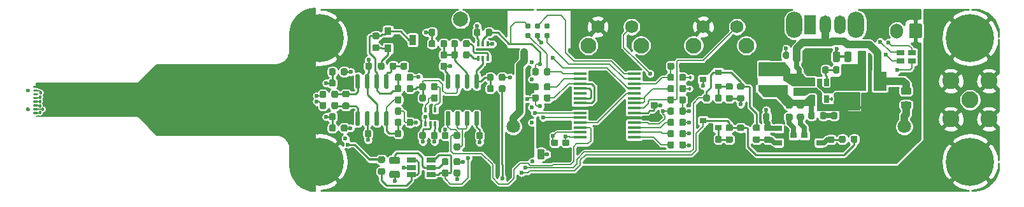
<source format=gtl>
G04 #@! TF.GenerationSoftware,KiCad,Pcbnew,5.1.8-db9833491~87~ubuntu20.04.1*
G04 #@! TF.CreationDate,2020-12-10T20:16:12-08:00*
G04 #@! TF.ProjectId,current-sense,63757272-656e-4742-9d73-656e73652e6b,rev?*
G04 #@! TF.SameCoordinates,Original*
G04 #@! TF.FileFunction,Copper,L1,Top*
G04 #@! TF.FilePolarity,Positive*
%FSLAX46Y46*%
G04 Gerber Fmt 4.6, Leading zero omitted, Abs format (unit mm)*
G04 Created by KiCad (PCBNEW 5.1.8-db9833491~87~ubuntu20.04.1) date 2020-12-10 20:16:12*
%MOMM*%
%LPD*%
G01*
G04 APERTURE LIST*
G04 #@! TA.AperFunction,SMDPad,CuDef*
%ADD10R,1.800000X2.500000*%
G04 #@! TD*
G04 #@! TA.AperFunction,SMDPad,CuDef*
%ADD11R,0.900000X1.100000*%
G04 #@! TD*
G04 #@! TA.AperFunction,SMDPad,CuDef*
%ADD12R,0.900000X1.400000*%
G04 #@! TD*
G04 #@! TA.AperFunction,ComponentPad*
%ADD13O,1.700000X2.000000*%
G04 #@! TD*
G04 #@! TA.AperFunction,ComponentPad*
%ADD14C,1.800000*%
G04 #@! TD*
G04 #@! TA.AperFunction,SMDPad,CuDef*
%ADD15C,0.100000*%
G04 #@! TD*
G04 #@! TA.AperFunction,SMDPad,CuDef*
%ADD16R,0.900000X0.800000*%
G04 #@! TD*
G04 #@! TA.AperFunction,SMDPad,CuDef*
%ADD17R,1.000000X0.800000*%
G04 #@! TD*
G04 #@! TA.AperFunction,ComponentPad*
%ADD18R,1.500000X2.500000*%
G04 #@! TD*
G04 #@! TA.AperFunction,ComponentPad*
%ADD19O,1.500000X2.500000*%
G04 #@! TD*
G04 #@! TA.AperFunction,ComponentPad*
%ADD20O,2.200000X3.500000*%
G04 #@! TD*
G04 #@! TA.AperFunction,ComponentPad*
%ADD21C,2.100000*%
G04 #@! TD*
G04 #@! TA.AperFunction,ComponentPad*
%ADD22C,1.750000*%
G04 #@! TD*
G04 #@! TA.AperFunction,SMDPad,CuDef*
%ADD23R,0.650000X1.060000*%
G04 #@! TD*
G04 #@! TA.AperFunction,SMDPad,CuDef*
%ADD24R,0.400000X0.650000*%
G04 #@! TD*
G04 #@! TA.AperFunction,SMDPad,CuDef*
%ADD25R,1.750000X0.450000*%
G04 #@! TD*
G04 #@! TA.AperFunction,ComponentPad*
%ADD26C,2.000000*%
G04 #@! TD*
G04 #@! TA.AperFunction,SMDPad,CuDef*
%ADD27R,1.220000X0.650000*%
G04 #@! TD*
G04 #@! TA.AperFunction,ComponentPad*
%ADD28C,2.250000*%
G04 #@! TD*
G04 #@! TA.AperFunction,ComponentPad*
%ADD29C,0.800000*%
G04 #@! TD*
G04 #@! TA.AperFunction,ComponentPad*
%ADD30C,6.400000*%
G04 #@! TD*
G04 #@! TA.AperFunction,SMDPad,CuDef*
%ADD31O,0.787000X0.787000*%
G04 #@! TD*
G04 #@! TA.AperFunction,ViaPad*
%ADD32C,0.600000*%
G04 #@! TD*
G04 #@! TA.AperFunction,ViaPad*
%ADD33C,0.458000*%
G04 #@! TD*
G04 #@! TA.AperFunction,ViaPad*
%ADD34C,0.800000*%
G04 #@! TD*
G04 #@! TA.AperFunction,Conductor*
%ADD35C,0.240000*%
G04 #@! TD*
G04 #@! TA.AperFunction,Conductor*
%ADD36C,0.160000*%
G04 #@! TD*
G04 #@! TA.AperFunction,Conductor*
%ADD37C,0.640000*%
G04 #@! TD*
G04 #@! TA.AperFunction,Conductor*
%ADD38C,0.360000*%
G04 #@! TD*
G04 #@! TA.AperFunction,Conductor*
%ADD39C,1.000000*%
G04 #@! TD*
G04 #@! TA.AperFunction,Conductor*
%ADD40C,0.100000*%
G04 #@! TD*
G04 APERTURE END LIST*
G04 #@! TA.AperFunction,SMDPad,CuDef*
G36*
G01*
X56425000Y42250000D02*
X56425000Y41750000D01*
G75*
G02*
X56200000Y41525000I-225000J0D01*
G01*
X55750000Y41525000D01*
G75*
G02*
X55525000Y41750000I0J225000D01*
G01*
X55525000Y42250000D01*
G75*
G02*
X55750000Y42475000I225000J0D01*
G01*
X56200000Y42475000D01*
G75*
G02*
X56425000Y42250000I0J-225000D01*
G01*
G37*
G04 #@! TD.AperFunction*
G04 #@! TA.AperFunction,SMDPad,CuDef*
G36*
G01*
X57975000Y42250000D02*
X57975000Y41750000D01*
G75*
G02*
X57750000Y41525000I-225000J0D01*
G01*
X57300000Y41525000D01*
G75*
G02*
X57075000Y41750000I0J225000D01*
G01*
X57075000Y42250000D01*
G75*
G02*
X57300000Y42475000I225000J0D01*
G01*
X57750000Y42475000D01*
G75*
G02*
X57975000Y42250000I0J-225000D01*
G01*
G37*
G04 #@! TD.AperFunction*
G04 #@! TA.AperFunction,SMDPad,CuDef*
G36*
G01*
X70025000Y43725000D02*
X70025000Y43175000D01*
G75*
G02*
X69825000Y42975000I-200000J0D01*
G01*
X69425000Y42975000D01*
G75*
G02*
X69225000Y43175000I0J200000D01*
G01*
X69225000Y43725000D01*
G75*
G02*
X69425000Y43925000I200000J0D01*
G01*
X69825000Y43925000D01*
G75*
G02*
X70025000Y43725000I0J-200000D01*
G01*
G37*
G04 #@! TD.AperFunction*
G04 #@! TA.AperFunction,SMDPad,CuDef*
G36*
G01*
X71675000Y43725000D02*
X71675000Y43175000D01*
G75*
G02*
X71475000Y42975000I-200000J0D01*
G01*
X71075000Y42975000D01*
G75*
G02*
X70875000Y43175000I0J200000D01*
G01*
X70875000Y43725000D01*
G75*
G02*
X71075000Y43925000I200000J0D01*
G01*
X71475000Y43925000D01*
G75*
G02*
X71675000Y43725000I0J-200000D01*
G01*
G37*
G04 #@! TD.AperFunction*
D10*
X83750000Y40000000D03*
X83750000Y36000000D03*
D11*
X18350000Y44350000D03*
D12*
X21650000Y45500000D03*
D11*
X18350000Y46650000D03*
G04 #@! TA.AperFunction,SMDPad,CuDef*
G36*
G01*
X74225000Y35143750D02*
X74225000Y35656250D01*
G75*
G02*
X74443750Y35875000I218750J0D01*
G01*
X74881250Y35875000D01*
G75*
G02*
X75100000Y35656250I0J-218750D01*
G01*
X75100000Y35143750D01*
G75*
G02*
X74881250Y34925000I-218750J0D01*
G01*
X74443750Y34925000D01*
G75*
G02*
X74225000Y35143750I0J218750D01*
G01*
G37*
G04 #@! TD.AperFunction*
G04 #@! TA.AperFunction,SMDPad,CuDef*
G36*
G01*
X75800000Y35143750D02*
X75800000Y35656250D01*
G75*
G02*
X76018750Y35875000I218750J0D01*
G01*
X76456250Y35875000D01*
G75*
G02*
X76675000Y35656250I0J-218750D01*
G01*
X76675000Y35143750D01*
G75*
G02*
X76456250Y34925000I-218750J0D01*
G01*
X76018750Y34925000D01*
G75*
G02*
X75800000Y35143750I0J218750D01*
G01*
G37*
G04 #@! TD.AperFunction*
G04 #@! TA.AperFunction,SMDPad,CuDef*
G36*
G01*
X17006250Y45600000D02*
X16493750Y45600000D01*
G75*
G02*
X16275000Y45818750I0J218750D01*
G01*
X16275000Y46256250D01*
G75*
G02*
X16493750Y46475000I218750J0D01*
G01*
X17006250Y46475000D01*
G75*
G02*
X17225000Y46256250I0J-218750D01*
G01*
X17225000Y45818750D01*
G75*
G02*
X17006250Y45600000I-218750J0D01*
G01*
G37*
G04 #@! TD.AperFunction*
G04 #@! TA.AperFunction,SMDPad,CuDef*
G36*
G01*
X17006250Y44025000D02*
X16493750Y44025000D01*
G75*
G02*
X16275000Y44243750I0J218750D01*
G01*
X16275000Y44681250D01*
G75*
G02*
X16493750Y44900000I218750J0D01*
G01*
X17006250Y44900000D01*
G75*
G02*
X17225000Y44681250I0J-218750D01*
G01*
X17225000Y44243750D01*
G75*
G02*
X17006250Y44025000I-218750J0D01*
G01*
G37*
G04 #@! TD.AperFunction*
D13*
X86000000Y46700000D03*
G04 #@! TA.AperFunction,ComponentPad*
G36*
G01*
X89350000Y47450000D02*
X89350000Y45950000D01*
G75*
G02*
X89100000Y45700000I-250000J0D01*
G01*
X87900000Y45700000D01*
G75*
G02*
X87650000Y45950000I0J250000D01*
G01*
X87650000Y47450000D01*
G75*
G02*
X87900000Y47700000I250000J0D01*
G01*
X89100000Y47700000D01*
G75*
G02*
X89350000Y47450000I0J-250000D01*
G01*
G37*
G04 #@! TD.AperFunction*
D14*
X87000000Y33950000D03*
X35000000Y33950000D03*
G04 #@! TA.AperFunction,SMDPad,CuDef*
G36*
G01*
X79675000Y35656250D02*
X79675000Y35143750D01*
G75*
G02*
X79456250Y34925000I-218750J0D01*
G01*
X79018750Y34925000D01*
G75*
G02*
X78800000Y35143750I0J218750D01*
G01*
X78800000Y35656250D01*
G75*
G02*
X79018750Y35875000I218750J0D01*
G01*
X79456250Y35875000D01*
G75*
G02*
X79675000Y35656250I0J-218750D01*
G01*
G37*
G04 #@! TD.AperFunction*
G04 #@! TA.AperFunction,SMDPad,CuDef*
G36*
G01*
X78100000Y35656250D02*
X78100000Y35143750D01*
G75*
G02*
X77881250Y34925000I-218750J0D01*
G01*
X77443750Y34925000D01*
G75*
G02*
X77225000Y35143750I0J218750D01*
G01*
X77225000Y35656250D01*
G75*
G02*
X77443750Y35875000I218750J0D01*
G01*
X77881250Y35875000D01*
G75*
G02*
X78100000Y35656250I0J-218750D01*
G01*
G37*
G04 #@! TD.AperFunction*
G04 #@! TA.AperFunction,SMDPad,CuDef*
G36*
G01*
X68225000Y34993750D02*
X68225000Y35506250D01*
G75*
G02*
X68443750Y35725000I218750J0D01*
G01*
X68881250Y35725000D01*
G75*
G02*
X69100000Y35506250I0J-218750D01*
G01*
X69100000Y34993750D01*
G75*
G02*
X68881250Y34775000I-218750J0D01*
G01*
X68443750Y34775000D01*
G75*
G02*
X68225000Y34993750I0J218750D01*
G01*
G37*
G04 #@! TD.AperFunction*
G04 #@! TA.AperFunction,SMDPad,CuDef*
G36*
G01*
X69800000Y34993750D02*
X69800000Y35506250D01*
G75*
G02*
X70018750Y35725000I218750J0D01*
G01*
X70456250Y35725000D01*
G75*
G02*
X70675000Y35506250I0J-218750D01*
G01*
X70675000Y34993750D01*
G75*
G02*
X70456250Y34775000I-218750J0D01*
G01*
X70018750Y34775000D01*
G75*
G02*
X69800000Y34993750I0J218750D01*
G01*
G37*
G04 #@! TD.AperFunction*
G04 #@! TA.AperFunction,SMDPad,CuDef*
G36*
G01*
X72225000Y42793750D02*
X72225000Y43706250D01*
G75*
G02*
X72468750Y43950000I243750J0D01*
G01*
X72956250Y43950000D01*
G75*
G02*
X73200000Y43706250I0J-243750D01*
G01*
X73200000Y42793750D01*
G75*
G02*
X72956250Y42550000I-243750J0D01*
G01*
X72468750Y42550000D01*
G75*
G02*
X72225000Y42793750I0J243750D01*
G01*
G37*
G04 #@! TD.AperFunction*
G04 #@! TA.AperFunction,SMDPad,CuDef*
G36*
G01*
X74100000Y42793750D02*
X74100000Y43706250D01*
G75*
G02*
X74343750Y43950000I243750J0D01*
G01*
X74831250Y43950000D01*
G75*
G02*
X75075000Y43706250I0J-243750D01*
G01*
X75075000Y42793750D01*
G75*
G02*
X74831250Y42550000I-243750J0D01*
G01*
X74343750Y42550000D01*
G75*
G02*
X74100000Y42793750I0J243750D01*
G01*
G37*
G04 #@! TD.AperFunction*
G04 #@! TA.AperFunction,SMDPad,CuDef*
G36*
G01*
X72543750Y40925000D02*
X73456250Y40925000D01*
G75*
G02*
X73700000Y40681250I0J-243750D01*
G01*
X73700000Y40193750D01*
G75*
G02*
X73456250Y39950000I-243750J0D01*
G01*
X72543750Y39950000D01*
G75*
G02*
X72300000Y40193750I0J243750D01*
G01*
X72300000Y40681250D01*
G75*
G02*
X72543750Y40925000I243750J0D01*
G01*
G37*
G04 #@! TD.AperFunction*
G04 #@! TA.AperFunction,SMDPad,CuDef*
G36*
G01*
X72543750Y39050000D02*
X73456250Y39050000D01*
G75*
G02*
X73700000Y38806250I0J-243750D01*
G01*
X73700000Y38318750D01*
G75*
G02*
X73456250Y38075000I-243750J0D01*
G01*
X72543750Y38075000D01*
G75*
G02*
X72300000Y38318750I0J243750D01*
G01*
X72300000Y38806250D01*
G75*
G02*
X72543750Y39050000I243750J0D01*
G01*
G37*
G04 #@! TD.AperFunction*
G04 #@! TA.AperFunction,SMDPad,CuDef*
G36*
G01*
X40243750Y30650000D02*
X40756250Y30650000D01*
G75*
G02*
X40975000Y30431250I0J-218750D01*
G01*
X40975000Y29993750D01*
G75*
G02*
X40756250Y29775000I-218750J0D01*
G01*
X40243750Y29775000D01*
G75*
G02*
X40025000Y29993750I0J218750D01*
G01*
X40025000Y30431250D01*
G75*
G02*
X40243750Y30650000I218750J0D01*
G01*
G37*
G04 #@! TD.AperFunction*
G04 #@! TA.AperFunction,SMDPad,CuDef*
G36*
G01*
X40243750Y32225000D02*
X40756250Y32225000D01*
G75*
G02*
X40975000Y32006250I0J-218750D01*
G01*
X40975000Y31568750D01*
G75*
G02*
X40756250Y31350000I-218750J0D01*
G01*
X40243750Y31350000D01*
G75*
G02*
X40025000Y31568750I0J218750D01*
G01*
X40025000Y32006250D01*
G75*
G02*
X40243750Y32225000I218750J0D01*
G01*
G37*
G04 #@! TD.AperFunction*
G04 #@! TA.AperFunction,SMDPad,CuDef*
G36*
G01*
X41743750Y30650000D02*
X42256250Y30650000D01*
G75*
G02*
X42475000Y30431250I0J-218750D01*
G01*
X42475000Y29993750D01*
G75*
G02*
X42256250Y29775000I-218750J0D01*
G01*
X41743750Y29775000D01*
G75*
G02*
X41525000Y29993750I0J218750D01*
G01*
X41525000Y30431250D01*
G75*
G02*
X41743750Y30650000I218750J0D01*
G01*
G37*
G04 #@! TD.AperFunction*
G04 #@! TA.AperFunction,SMDPad,CuDef*
G36*
G01*
X41743750Y32225000D02*
X42256250Y32225000D01*
G75*
G02*
X42475000Y32006250I0J-218750D01*
G01*
X42475000Y31568750D01*
G75*
G02*
X42256250Y31350000I-218750J0D01*
G01*
X41743750Y31350000D01*
G75*
G02*
X41525000Y31568750I0J218750D01*
G01*
X41525000Y32006250D01*
G75*
G02*
X41743750Y32225000I218750J0D01*
G01*
G37*
G04 #@! TD.AperFunction*
G04 #@! TA.AperFunction,SMDPad,CuDef*
D15*
G36*
X71550000Y41530000D02*
G01*
X71550000Y40750000D01*
X67650000Y40750000D01*
X67650000Y41530000D01*
X68350000Y42350000D01*
X70850000Y42350000D01*
X71550000Y41530000D01*
G37*
G04 #@! TD.AperFunction*
G04 #@! TA.AperFunction,SMDPad,CuDef*
G36*
X67650000Y38670000D02*
G01*
X67650000Y39450000D01*
X71550000Y39450000D01*
X71550000Y38670000D01*
X70850000Y37850000D01*
X68350000Y37850000D01*
X67650000Y38670000D01*
G37*
G04 #@! TD.AperFunction*
D16*
X60250000Y34750000D03*
X62250000Y35700000D03*
X62250000Y33800000D03*
X60250000Y40250000D03*
X62250000Y41200000D03*
X62250000Y39300000D03*
G04 #@! TA.AperFunction,SMDPad,CuDef*
G36*
G01*
X12975000Y34006250D02*
X12975000Y33493750D01*
G75*
G02*
X12756250Y33275000I-218750J0D01*
G01*
X12318750Y33275000D01*
G75*
G02*
X12100000Y33493750I0J218750D01*
G01*
X12100000Y34006250D01*
G75*
G02*
X12318750Y34225000I218750J0D01*
G01*
X12756250Y34225000D01*
G75*
G02*
X12975000Y34006250I0J-218750D01*
G01*
G37*
G04 #@! TD.AperFunction*
G04 #@! TA.AperFunction,SMDPad,CuDef*
G36*
G01*
X11400000Y34006250D02*
X11400000Y33493750D01*
G75*
G02*
X11181250Y33275000I-218750J0D01*
G01*
X10743750Y33275000D01*
G75*
G02*
X10525000Y33493750I0J218750D01*
G01*
X10525000Y34006250D01*
G75*
G02*
X10743750Y34225000I218750J0D01*
G01*
X11181250Y34225000D01*
G75*
G02*
X11400000Y34006250I0J-218750D01*
G01*
G37*
G04 #@! TD.AperFunction*
G04 #@! TA.AperFunction,SMDPad,CuDef*
G36*
G01*
X10525000Y40993750D02*
X10525000Y41506250D01*
G75*
G02*
X10743750Y41725000I218750J0D01*
G01*
X11181250Y41725000D01*
G75*
G02*
X11400000Y41506250I0J-218750D01*
G01*
X11400000Y40993750D01*
G75*
G02*
X11181250Y40775000I-218750J0D01*
G01*
X10743750Y40775000D01*
G75*
G02*
X10525000Y40993750I0J218750D01*
G01*
G37*
G04 #@! TD.AperFunction*
G04 #@! TA.AperFunction,SMDPad,CuDef*
G36*
G01*
X12100000Y40993750D02*
X12100000Y41506250D01*
G75*
G02*
X12318750Y41725000I218750J0D01*
G01*
X12756250Y41725000D01*
G75*
G02*
X12975000Y41506250I0J-218750D01*
G01*
X12975000Y40993750D01*
G75*
G02*
X12756250Y40775000I-218750J0D01*
G01*
X12318750Y40775000D01*
G75*
G02*
X12100000Y40993750I0J218750D01*
G01*
G37*
G04 #@! TD.AperFunction*
G04 #@! TA.AperFunction,SMDPad,CuDef*
G36*
G01*
X64006250Y33350000D02*
X63493750Y33350000D01*
G75*
G02*
X63275000Y33568750I0J218750D01*
G01*
X63275000Y34006250D01*
G75*
G02*
X63493750Y34225000I218750J0D01*
G01*
X64006250Y34225000D01*
G75*
G02*
X64225000Y34006250I0J-218750D01*
G01*
X64225000Y33568750D01*
G75*
G02*
X64006250Y33350000I-218750J0D01*
G01*
G37*
G04 #@! TD.AperFunction*
G04 #@! TA.AperFunction,SMDPad,CuDef*
G36*
G01*
X64006250Y31775000D02*
X63493750Y31775000D01*
G75*
G02*
X63275000Y31993750I0J218750D01*
G01*
X63275000Y32431250D01*
G75*
G02*
X63493750Y32650000I218750J0D01*
G01*
X64006250Y32650000D01*
G75*
G02*
X64225000Y32431250I0J-218750D01*
G01*
X64225000Y31993750D01*
G75*
G02*
X64006250Y31775000I-218750J0D01*
G01*
G37*
G04 #@! TD.AperFunction*
G04 #@! TA.AperFunction,SMDPad,CuDef*
G36*
G01*
X61850000Y31993750D02*
X61850000Y32506250D01*
G75*
G02*
X62068750Y32725000I218750J0D01*
G01*
X62506250Y32725000D01*
G75*
G02*
X62725000Y32506250I0J-218750D01*
G01*
X62725000Y31993750D01*
G75*
G02*
X62506250Y31775000I-218750J0D01*
G01*
X62068750Y31775000D01*
G75*
G02*
X61850000Y31993750I0J218750D01*
G01*
G37*
G04 #@! TD.AperFunction*
G04 #@! TA.AperFunction,SMDPad,CuDef*
G36*
G01*
X60275000Y31993750D02*
X60275000Y32506250D01*
G75*
G02*
X60493750Y32725000I218750J0D01*
G01*
X60931250Y32725000D01*
G75*
G02*
X61150000Y32506250I0J-218750D01*
G01*
X61150000Y31993750D01*
G75*
G02*
X60931250Y31775000I-218750J0D01*
G01*
X60493750Y31775000D01*
G75*
G02*
X60275000Y31993750I0J218750D01*
G01*
G37*
G04 #@! TD.AperFunction*
G04 #@! TA.AperFunction,SMDPad,CuDef*
G36*
G01*
X63493750Y38150000D02*
X64006250Y38150000D01*
G75*
G02*
X64225000Y37931250I0J-218750D01*
G01*
X64225000Y37493750D01*
G75*
G02*
X64006250Y37275000I-218750J0D01*
G01*
X63493750Y37275000D01*
G75*
G02*
X63275000Y37493750I0J218750D01*
G01*
X63275000Y37931250D01*
G75*
G02*
X63493750Y38150000I218750J0D01*
G01*
G37*
G04 #@! TD.AperFunction*
G04 #@! TA.AperFunction,SMDPad,CuDef*
G36*
G01*
X63493750Y39725000D02*
X64006250Y39725000D01*
G75*
G02*
X64225000Y39506250I0J-218750D01*
G01*
X64225000Y39068750D01*
G75*
G02*
X64006250Y38850000I-218750J0D01*
G01*
X63493750Y38850000D01*
G75*
G02*
X63275000Y39068750I0J218750D01*
G01*
X63275000Y39506250D01*
G75*
G02*
X63493750Y39725000I218750J0D01*
G01*
G37*
G04 #@! TD.AperFunction*
G04 #@! TA.AperFunction,SMDPad,CuDef*
G36*
G01*
X61850000Y37493750D02*
X61850000Y38006250D01*
G75*
G02*
X62068750Y38225000I218750J0D01*
G01*
X62506250Y38225000D01*
G75*
G02*
X62725000Y38006250I0J-218750D01*
G01*
X62725000Y37493750D01*
G75*
G02*
X62506250Y37275000I-218750J0D01*
G01*
X62068750Y37275000D01*
G75*
G02*
X61850000Y37493750I0J218750D01*
G01*
G37*
G04 #@! TD.AperFunction*
G04 #@! TA.AperFunction,SMDPad,CuDef*
G36*
G01*
X60275000Y37493750D02*
X60275000Y38006250D01*
G75*
G02*
X60493750Y38225000I218750J0D01*
G01*
X60931250Y38225000D01*
G75*
G02*
X61150000Y38006250I0J-218750D01*
G01*
X61150000Y37493750D01*
G75*
G02*
X60931250Y37275000I-218750J0D01*
G01*
X60493750Y37275000D01*
G75*
G02*
X60275000Y37493750I0J218750D01*
G01*
G37*
G04 #@! TD.AperFunction*
G04 #@! TA.AperFunction,SMDPad,CuDef*
G36*
G01*
X79900000Y31993750D02*
X79900000Y32506250D01*
G75*
G02*
X80118750Y32725000I218750J0D01*
G01*
X80556250Y32725000D01*
G75*
G02*
X80775000Y32506250I0J-218750D01*
G01*
X80775000Y31993750D01*
G75*
G02*
X80556250Y31775000I-218750J0D01*
G01*
X80118750Y31775000D01*
G75*
G02*
X79900000Y31993750I0J218750D01*
G01*
G37*
G04 #@! TD.AperFunction*
G04 #@! TA.AperFunction,SMDPad,CuDef*
G36*
G01*
X78325000Y31993750D02*
X78325000Y32506250D01*
G75*
G02*
X78543750Y32725000I218750J0D01*
G01*
X78981250Y32725000D01*
G75*
G02*
X79200000Y32506250I0J-218750D01*
G01*
X79200000Y31993750D01*
G75*
G02*
X78981250Y31775000I-218750J0D01*
G01*
X78543750Y31775000D01*
G75*
G02*
X78325000Y31993750I0J218750D01*
G01*
G37*
G04 #@! TD.AperFunction*
G04 #@! TA.AperFunction,SMDPad,CuDef*
G36*
G01*
X67606250Y33350000D02*
X67093750Y33350000D01*
G75*
G02*
X66875000Y33568750I0J218750D01*
G01*
X66875000Y34006250D01*
G75*
G02*
X67093750Y34225000I218750J0D01*
G01*
X67606250Y34225000D01*
G75*
G02*
X67825000Y34006250I0J-218750D01*
G01*
X67825000Y33568750D01*
G75*
G02*
X67606250Y33350000I-218750J0D01*
G01*
G37*
G04 #@! TD.AperFunction*
G04 #@! TA.AperFunction,SMDPad,CuDef*
G36*
G01*
X67606250Y31775000D02*
X67093750Y31775000D01*
G75*
G02*
X66875000Y31993750I0J218750D01*
G01*
X66875000Y32431250D01*
G75*
G02*
X67093750Y32650000I218750J0D01*
G01*
X67606250Y32650000D01*
G75*
G02*
X67825000Y32431250I0J-218750D01*
G01*
X67825000Y31993750D01*
G75*
G02*
X67606250Y31775000I-218750J0D01*
G01*
G37*
G04 #@! TD.AperFunction*
G04 #@! TA.AperFunction,SMDPad,CuDef*
G36*
G01*
X38400000Y38006250D02*
X38400000Y37493750D01*
G75*
G02*
X38181250Y37275000I-218750J0D01*
G01*
X37743750Y37275000D01*
G75*
G02*
X37525000Y37493750I0J218750D01*
G01*
X37525000Y38006250D01*
G75*
G02*
X37743750Y38225000I218750J0D01*
G01*
X38181250Y38225000D01*
G75*
G02*
X38400000Y38006250I0J-218750D01*
G01*
G37*
G04 #@! TD.AperFunction*
G04 #@! TA.AperFunction,SMDPad,CuDef*
G36*
G01*
X39975000Y38006250D02*
X39975000Y37493750D01*
G75*
G02*
X39756250Y37275000I-218750J0D01*
G01*
X39318750Y37275000D01*
G75*
G02*
X39100000Y37493750I0J218750D01*
G01*
X39100000Y38006250D01*
G75*
G02*
X39318750Y38225000I218750J0D01*
G01*
X39756250Y38225000D01*
G75*
G02*
X39975000Y38006250I0J-218750D01*
G01*
G37*
G04 #@! TD.AperFunction*
X75750000Y31800000D03*
X75750000Y33700000D03*
X73750000Y32750000D03*
X70300000Y33700000D03*
X70300000Y31800000D03*
X72300000Y32750000D03*
G04 #@! TA.AperFunction,SMDPad,CuDef*
G36*
G01*
X10525000Y34993750D02*
X10525000Y35506250D01*
G75*
G02*
X10743750Y35725000I218750J0D01*
G01*
X11181250Y35725000D01*
G75*
G02*
X11400000Y35506250I0J-218750D01*
G01*
X11400000Y34993750D01*
G75*
G02*
X11181250Y34775000I-218750J0D01*
G01*
X10743750Y34775000D01*
G75*
G02*
X10525000Y34993750I0J218750D01*
G01*
G37*
G04 #@! TD.AperFunction*
G04 #@! TA.AperFunction,SMDPad,CuDef*
G36*
G01*
X12100000Y34993750D02*
X12100000Y35506250D01*
G75*
G02*
X12318750Y35725000I218750J0D01*
G01*
X12756250Y35725000D01*
G75*
G02*
X12975000Y35506250I0J-218750D01*
G01*
X12975000Y34993750D01*
G75*
G02*
X12756250Y34775000I-218750J0D01*
G01*
X12318750Y34775000D01*
G75*
G02*
X12100000Y34993750I0J218750D01*
G01*
G37*
G04 #@! TD.AperFunction*
G04 #@! TA.AperFunction,SMDPad,CuDef*
G36*
G01*
X10525000Y39493750D02*
X10525000Y40006250D01*
G75*
G02*
X10743750Y40225000I218750J0D01*
G01*
X11181250Y40225000D01*
G75*
G02*
X11400000Y40006250I0J-218750D01*
G01*
X11400000Y39493750D01*
G75*
G02*
X11181250Y39275000I-218750J0D01*
G01*
X10743750Y39275000D01*
G75*
G02*
X10525000Y39493750I0J218750D01*
G01*
G37*
G04 #@! TD.AperFunction*
G04 #@! TA.AperFunction,SMDPad,CuDef*
G36*
G01*
X12100000Y39493750D02*
X12100000Y40006250D01*
G75*
G02*
X12318750Y40225000I218750J0D01*
G01*
X12756250Y40225000D01*
G75*
G02*
X12975000Y40006250I0J-218750D01*
G01*
X12975000Y39493750D01*
G75*
G02*
X12756250Y39275000I-218750J0D01*
G01*
X12318750Y39275000D01*
G75*
G02*
X12100000Y39493750I0J218750D01*
G01*
G37*
G04 #@! TD.AperFunction*
G04 #@! TA.AperFunction,SMDPad,CuDef*
G36*
G01*
X65506250Y33350000D02*
X64993750Y33350000D01*
G75*
G02*
X64775000Y33568750I0J218750D01*
G01*
X64775000Y34006250D01*
G75*
G02*
X64993750Y34225000I218750J0D01*
G01*
X65506250Y34225000D01*
G75*
G02*
X65725000Y34006250I0J-218750D01*
G01*
X65725000Y33568750D01*
G75*
G02*
X65506250Y33350000I-218750J0D01*
G01*
G37*
G04 #@! TD.AperFunction*
G04 #@! TA.AperFunction,SMDPad,CuDef*
G36*
G01*
X65506250Y31775000D02*
X64993750Y31775000D01*
G75*
G02*
X64775000Y31993750I0J218750D01*
G01*
X64775000Y32431250D01*
G75*
G02*
X64993750Y32650000I218750J0D01*
G01*
X65506250Y32650000D01*
G75*
G02*
X65725000Y32431250I0J-218750D01*
G01*
X65725000Y31993750D01*
G75*
G02*
X65506250Y31775000I-218750J0D01*
G01*
G37*
G04 #@! TD.AperFunction*
G04 #@! TA.AperFunction,SMDPad,CuDef*
G36*
G01*
X64993750Y38150000D02*
X65506250Y38150000D01*
G75*
G02*
X65725000Y37931250I0J-218750D01*
G01*
X65725000Y37493750D01*
G75*
G02*
X65506250Y37275000I-218750J0D01*
G01*
X64993750Y37275000D01*
G75*
G02*
X64775000Y37493750I0J218750D01*
G01*
X64775000Y37931250D01*
G75*
G02*
X64993750Y38150000I218750J0D01*
G01*
G37*
G04 #@! TD.AperFunction*
G04 #@! TA.AperFunction,SMDPad,CuDef*
G36*
G01*
X64993750Y39725000D02*
X65506250Y39725000D01*
G75*
G02*
X65725000Y39506250I0J-218750D01*
G01*
X65725000Y39068750D01*
G75*
G02*
X65506250Y38850000I-218750J0D01*
G01*
X64993750Y38850000D01*
G75*
G02*
X64775000Y39068750I0J218750D01*
G01*
X64775000Y39506250D01*
G75*
G02*
X64993750Y39725000I218750J0D01*
G01*
G37*
G04 #@! TD.AperFunction*
G04 #@! TA.AperFunction,SMDPad,CuDef*
G36*
G01*
X76993750Y34225000D02*
X77506250Y34225000D01*
G75*
G02*
X77725000Y34006250I0J-218750D01*
G01*
X77725000Y33568750D01*
G75*
G02*
X77506250Y33350000I-218750J0D01*
G01*
X76993750Y33350000D01*
G75*
G02*
X76775000Y33568750I0J218750D01*
G01*
X76775000Y34006250D01*
G75*
G02*
X76993750Y34225000I218750J0D01*
G01*
G37*
G04 #@! TD.AperFunction*
G04 #@! TA.AperFunction,SMDPad,CuDef*
G36*
G01*
X76993750Y32650000D02*
X77506250Y32650000D01*
G75*
G02*
X77725000Y32431250I0J-218750D01*
G01*
X77725000Y31993750D01*
G75*
G02*
X77506250Y31775000I-218750J0D01*
G01*
X76993750Y31775000D01*
G75*
G02*
X76775000Y31993750I0J218750D01*
G01*
X76775000Y32431250D01*
G75*
G02*
X76993750Y32650000I218750J0D01*
G01*
G37*
G04 #@! TD.AperFunction*
G04 #@! TA.AperFunction,SMDPad,CuDef*
G36*
G01*
X69106250Y31775000D02*
X68593750Y31775000D01*
G75*
G02*
X68375000Y31993750I0J218750D01*
G01*
X68375000Y32431250D01*
G75*
G02*
X68593750Y32650000I218750J0D01*
G01*
X69106250Y32650000D01*
G75*
G02*
X69325000Y32431250I0J-218750D01*
G01*
X69325000Y31993750D01*
G75*
G02*
X69106250Y31775000I-218750J0D01*
G01*
G37*
G04 #@! TD.AperFunction*
G04 #@! TA.AperFunction,SMDPad,CuDef*
G36*
G01*
X69106250Y33350000D02*
X68593750Y33350000D01*
G75*
G02*
X68375000Y33568750I0J218750D01*
G01*
X68375000Y34006250D01*
G75*
G02*
X68593750Y34225000I218750J0D01*
G01*
X69106250Y34225000D01*
G75*
G02*
X69325000Y34006250I0J-218750D01*
G01*
X69325000Y33568750D01*
G75*
G02*
X69106250Y33350000I-218750J0D01*
G01*
G37*
G04 #@! TD.AperFunction*
G04 #@! TA.AperFunction,SMDPad,CuDef*
G36*
G01*
X73456250Y34775000D02*
X72943750Y34775000D01*
G75*
G02*
X72725000Y34993750I0J218750D01*
G01*
X72725000Y35431250D01*
G75*
G02*
X72943750Y35650000I218750J0D01*
G01*
X73456250Y35650000D01*
G75*
G02*
X73675000Y35431250I0J-218750D01*
G01*
X73675000Y34993750D01*
G75*
G02*
X73456250Y34775000I-218750J0D01*
G01*
G37*
G04 #@! TD.AperFunction*
G04 #@! TA.AperFunction,SMDPad,CuDef*
G36*
G01*
X73456250Y36350000D02*
X72943750Y36350000D01*
G75*
G02*
X72725000Y36568750I0J218750D01*
G01*
X72725000Y37006250D01*
G75*
G02*
X72943750Y37225000I218750J0D01*
G01*
X73456250Y37225000D01*
G75*
G02*
X73675000Y37006250I0J-218750D01*
G01*
X73675000Y36568750D01*
G75*
G02*
X73456250Y36350000I-218750J0D01*
G01*
G37*
G04 #@! TD.AperFunction*
G04 #@! TA.AperFunction,SMDPad,CuDef*
G36*
G01*
X71956250Y34775000D02*
X71443750Y34775000D01*
G75*
G02*
X71225000Y34993750I0J218750D01*
G01*
X71225000Y35431250D01*
G75*
G02*
X71443750Y35650000I218750J0D01*
G01*
X71956250Y35650000D01*
G75*
G02*
X72175000Y35431250I0J-218750D01*
G01*
X72175000Y34993750D01*
G75*
G02*
X71956250Y34775000I-218750J0D01*
G01*
G37*
G04 #@! TD.AperFunction*
G04 #@! TA.AperFunction,SMDPad,CuDef*
G36*
G01*
X71956250Y36350000D02*
X71443750Y36350000D01*
G75*
G02*
X71225000Y36568750I0J218750D01*
G01*
X71225000Y37006250D01*
G75*
G02*
X71443750Y37225000I218750J0D01*
G01*
X71956250Y37225000D01*
G75*
G02*
X72175000Y37006250I0J-218750D01*
G01*
X72175000Y36568750D01*
G75*
G02*
X71956250Y36350000I-218750J0D01*
G01*
G37*
G04 #@! TD.AperFunction*
G04 #@! TA.AperFunction,SMDPad,CuDef*
G36*
G01*
X19275000Y35743750D02*
X19275000Y36256250D01*
G75*
G02*
X19493750Y36475000I218750J0D01*
G01*
X19931250Y36475000D01*
G75*
G02*
X20150000Y36256250I0J-218750D01*
G01*
X20150000Y35743750D01*
G75*
G02*
X19931250Y35525000I-218750J0D01*
G01*
X19493750Y35525000D01*
G75*
G02*
X19275000Y35743750I0J218750D01*
G01*
G37*
G04 #@! TD.AperFunction*
G04 #@! TA.AperFunction,SMDPad,CuDef*
G36*
G01*
X20850000Y35743750D02*
X20850000Y36256250D01*
G75*
G02*
X21068750Y36475000I218750J0D01*
G01*
X21506250Y36475000D01*
G75*
G02*
X21725000Y36256250I0J-218750D01*
G01*
X21725000Y35743750D01*
G75*
G02*
X21506250Y35525000I-218750J0D01*
G01*
X21068750Y35525000D01*
G75*
G02*
X20850000Y35743750I0J218750D01*
G01*
G37*
G04 #@! TD.AperFunction*
D17*
X88000000Y43800000D03*
X86500000Y43800000D03*
X86500000Y42700000D03*
X88000000Y42700000D03*
G04 #@! TA.AperFunction,SMDPad,CuDef*
G36*
G01*
X53493750Y35650000D02*
X54006250Y35650000D01*
G75*
G02*
X54225000Y35431250I0J-218750D01*
G01*
X54225000Y34993750D01*
G75*
G02*
X54006250Y34775000I-218750J0D01*
G01*
X53493750Y34775000D01*
G75*
G02*
X53275000Y34993750I0J218750D01*
G01*
X53275000Y35431250D01*
G75*
G02*
X53493750Y35650000I218750J0D01*
G01*
G37*
G04 #@! TD.AperFunction*
G04 #@! TA.AperFunction,SMDPad,CuDef*
G36*
G01*
X53493750Y37225000D02*
X54006250Y37225000D01*
G75*
G02*
X54225000Y37006250I0J-218750D01*
G01*
X54225000Y36568750D01*
G75*
G02*
X54006250Y36350000I-218750J0D01*
G01*
X53493750Y36350000D01*
G75*
G02*
X53275000Y36568750I0J218750D01*
G01*
X53275000Y37006250D01*
G75*
G02*
X53493750Y37225000I218750J0D01*
G01*
G37*
G04 #@! TD.AperFunction*
D18*
X74500000Y47500000D03*
D19*
X76500000Y47500000D03*
X78500000Y47500000D03*
D20*
X72400000Y47500000D03*
X80600000Y47500000D03*
G04 #@! TA.AperFunction,SMDPad,CuDef*
G36*
G01*
X57100000Y40243750D02*
X57100000Y40756250D01*
G75*
G02*
X57318750Y40975000I218750J0D01*
G01*
X57756250Y40975000D01*
G75*
G02*
X57975000Y40756250I0J-218750D01*
G01*
X57975000Y40243750D01*
G75*
G02*
X57756250Y40025000I-218750J0D01*
G01*
X57318750Y40025000D01*
G75*
G02*
X57100000Y40243750I0J218750D01*
G01*
G37*
G04 #@! TD.AperFunction*
G04 #@! TA.AperFunction,SMDPad,CuDef*
G36*
G01*
X55525000Y40243750D02*
X55525000Y40756250D01*
G75*
G02*
X55743750Y40975000I218750J0D01*
G01*
X56181250Y40975000D01*
G75*
G02*
X56400000Y40756250I0J-218750D01*
G01*
X56400000Y40243750D01*
G75*
G02*
X56181250Y40025000I-218750J0D01*
G01*
X55743750Y40025000D01*
G75*
G02*
X55525000Y40243750I0J218750D01*
G01*
G37*
G04 #@! TD.AperFunction*
G04 #@! TA.AperFunction,SMDPad,CuDef*
G36*
G01*
X86793750Y37300000D02*
X87706250Y37300000D01*
G75*
G02*
X87950000Y37056250I0J-243750D01*
G01*
X87950000Y36568750D01*
G75*
G02*
X87706250Y36325000I-243750J0D01*
G01*
X86793750Y36325000D01*
G75*
G02*
X86550000Y36568750I0J243750D01*
G01*
X86550000Y37056250D01*
G75*
G02*
X86793750Y37300000I243750J0D01*
G01*
G37*
G04 #@! TD.AperFunction*
G04 #@! TA.AperFunction,SMDPad,CuDef*
G36*
G01*
X86793750Y39175000D02*
X87706250Y39175000D01*
G75*
G02*
X87950000Y38931250I0J-243750D01*
G01*
X87950000Y38443750D01*
G75*
G02*
X87706250Y38200000I-243750J0D01*
G01*
X86793750Y38200000D01*
G75*
G02*
X86550000Y38443750I0J243750D01*
G01*
X86550000Y38931250D01*
G75*
G02*
X86793750Y39175000I243750J0D01*
G01*
G37*
G04 #@! TD.AperFunction*
D21*
X58990000Y44760000D03*
D22*
X60250000Y47250000D03*
X64750000Y47250000D03*
D21*
X66000000Y44760000D03*
X44990000Y44760000D03*
D22*
X46250000Y47250000D03*
X50750000Y47250000D03*
D21*
X52000000Y44760000D03*
D23*
X75750000Y39850000D03*
X74800000Y39850000D03*
X76700000Y39850000D03*
X76700000Y37650000D03*
X75750000Y37650000D03*
X74800000Y37650000D03*
D24*
X31650000Y43050000D03*
X30350000Y43050000D03*
X31000000Y44950000D03*
X31000000Y43050000D03*
X30350000Y44950000D03*
X31650000Y44950000D03*
G04 #@! TA.AperFunction,SMDPad,CuDef*
G36*
G01*
X30005000Y36000000D02*
X30305000Y36000000D01*
G75*
G02*
X30455000Y35850000I0J-150000D01*
G01*
X30455000Y34200000D01*
G75*
G02*
X30305000Y34050000I-150000J0D01*
G01*
X30005000Y34050000D01*
G75*
G02*
X29855000Y34200000I0J150000D01*
G01*
X29855000Y35850000D01*
G75*
G02*
X30005000Y36000000I150000J0D01*
G01*
G37*
G04 #@! TD.AperFunction*
G04 #@! TA.AperFunction,SMDPad,CuDef*
G36*
G01*
X28735000Y36000000D02*
X29035000Y36000000D01*
G75*
G02*
X29185000Y35850000I0J-150000D01*
G01*
X29185000Y34200000D01*
G75*
G02*
X29035000Y34050000I-150000J0D01*
G01*
X28735000Y34050000D01*
G75*
G02*
X28585000Y34200000I0J150000D01*
G01*
X28585000Y35850000D01*
G75*
G02*
X28735000Y36000000I150000J0D01*
G01*
G37*
G04 #@! TD.AperFunction*
G04 #@! TA.AperFunction,SMDPad,CuDef*
G36*
G01*
X27465000Y36000000D02*
X27765000Y36000000D01*
G75*
G02*
X27915000Y35850000I0J-150000D01*
G01*
X27915000Y34200000D01*
G75*
G02*
X27765000Y34050000I-150000J0D01*
G01*
X27465000Y34050000D01*
G75*
G02*
X27315000Y34200000I0J150000D01*
G01*
X27315000Y35850000D01*
G75*
G02*
X27465000Y36000000I150000J0D01*
G01*
G37*
G04 #@! TD.AperFunction*
G04 #@! TA.AperFunction,SMDPad,CuDef*
G36*
G01*
X26195000Y36000000D02*
X26495000Y36000000D01*
G75*
G02*
X26645000Y35850000I0J-150000D01*
G01*
X26645000Y34200000D01*
G75*
G02*
X26495000Y34050000I-150000J0D01*
G01*
X26195000Y34050000D01*
G75*
G02*
X26045000Y34200000I0J150000D01*
G01*
X26045000Y35850000D01*
G75*
G02*
X26195000Y36000000I150000J0D01*
G01*
G37*
G04 #@! TD.AperFunction*
G04 #@! TA.AperFunction,SMDPad,CuDef*
G36*
G01*
X26195000Y40950000D02*
X26495000Y40950000D01*
G75*
G02*
X26645000Y40800000I0J-150000D01*
G01*
X26645000Y39150000D01*
G75*
G02*
X26495000Y39000000I-150000J0D01*
G01*
X26195000Y39000000D01*
G75*
G02*
X26045000Y39150000I0J150000D01*
G01*
X26045000Y40800000D01*
G75*
G02*
X26195000Y40950000I150000J0D01*
G01*
G37*
G04 #@! TD.AperFunction*
G04 #@! TA.AperFunction,SMDPad,CuDef*
G36*
G01*
X27465000Y40950000D02*
X27765000Y40950000D01*
G75*
G02*
X27915000Y40800000I0J-150000D01*
G01*
X27915000Y39150000D01*
G75*
G02*
X27765000Y39000000I-150000J0D01*
G01*
X27465000Y39000000D01*
G75*
G02*
X27315000Y39150000I0J150000D01*
G01*
X27315000Y40800000D01*
G75*
G02*
X27465000Y40950000I150000J0D01*
G01*
G37*
G04 #@! TD.AperFunction*
G04 #@! TA.AperFunction,SMDPad,CuDef*
G36*
G01*
X28735000Y40950000D02*
X29035000Y40950000D01*
G75*
G02*
X29185000Y40800000I0J-150000D01*
G01*
X29185000Y39150000D01*
G75*
G02*
X29035000Y39000000I-150000J0D01*
G01*
X28735000Y39000000D01*
G75*
G02*
X28585000Y39150000I0J150000D01*
G01*
X28585000Y40800000D01*
G75*
G02*
X28735000Y40950000I150000J0D01*
G01*
G37*
G04 #@! TD.AperFunction*
G04 #@! TA.AperFunction,SMDPad,CuDef*
G36*
G01*
X30005000Y40950000D02*
X30305000Y40950000D01*
G75*
G02*
X30455000Y40800000I0J-150000D01*
G01*
X30455000Y39150000D01*
G75*
G02*
X30305000Y39000000I-150000J0D01*
G01*
X30005000Y39000000D01*
G75*
G02*
X29855000Y39150000I0J150000D01*
G01*
X29855000Y40800000D01*
G75*
G02*
X30005000Y40950000I150000J0D01*
G01*
G37*
G04 #@! TD.AperFunction*
D25*
X43900000Y40975000D03*
X43900000Y40325000D03*
X43900000Y39675000D03*
X43900000Y39025000D03*
X43900000Y38375000D03*
X43900000Y37725000D03*
X43900000Y37075000D03*
X43900000Y36425000D03*
X43900000Y35775000D03*
X43900000Y35125000D03*
X43900000Y34475000D03*
X43900000Y33825000D03*
X43900000Y33175000D03*
X43900000Y32525000D03*
X51100000Y32525000D03*
X51100000Y33175000D03*
X51100000Y33825000D03*
X51100000Y34475000D03*
X51100000Y35125000D03*
X51100000Y35775000D03*
X51100000Y36425000D03*
X51100000Y37075000D03*
X51100000Y37725000D03*
X51100000Y38375000D03*
X51100000Y39025000D03*
X51100000Y39675000D03*
X51100000Y40325000D03*
X51100000Y40975000D03*
D24*
X23350000Y34300000D03*
X24650000Y34300000D03*
X24000000Y36200000D03*
X24000000Y34300000D03*
X24650000Y36200000D03*
X23350000Y36200000D03*
G04 #@! TA.AperFunction,SMDPad,CuDef*
G36*
G01*
X14495000Y34050000D02*
X14195000Y34050000D01*
G75*
G02*
X14045000Y34200000I0J150000D01*
G01*
X14045000Y35850000D01*
G75*
G02*
X14195000Y36000000I150000J0D01*
G01*
X14495000Y36000000D01*
G75*
G02*
X14645000Y35850000I0J-150000D01*
G01*
X14645000Y34200000D01*
G75*
G02*
X14495000Y34050000I-150000J0D01*
G01*
G37*
G04 #@! TD.AperFunction*
G04 #@! TA.AperFunction,SMDPad,CuDef*
G36*
G01*
X15765000Y34050000D02*
X15465000Y34050000D01*
G75*
G02*
X15315000Y34200000I0J150000D01*
G01*
X15315000Y35850000D01*
G75*
G02*
X15465000Y36000000I150000J0D01*
G01*
X15765000Y36000000D01*
G75*
G02*
X15915000Y35850000I0J-150000D01*
G01*
X15915000Y34200000D01*
G75*
G02*
X15765000Y34050000I-150000J0D01*
G01*
G37*
G04 #@! TD.AperFunction*
G04 #@! TA.AperFunction,SMDPad,CuDef*
G36*
G01*
X17035000Y34050000D02*
X16735000Y34050000D01*
G75*
G02*
X16585000Y34200000I0J150000D01*
G01*
X16585000Y35850000D01*
G75*
G02*
X16735000Y36000000I150000J0D01*
G01*
X17035000Y36000000D01*
G75*
G02*
X17185000Y35850000I0J-150000D01*
G01*
X17185000Y34200000D01*
G75*
G02*
X17035000Y34050000I-150000J0D01*
G01*
G37*
G04 #@! TD.AperFunction*
G04 #@! TA.AperFunction,SMDPad,CuDef*
G36*
G01*
X18305000Y34050000D02*
X18005000Y34050000D01*
G75*
G02*
X17855000Y34200000I0J150000D01*
G01*
X17855000Y35850000D01*
G75*
G02*
X18005000Y36000000I150000J0D01*
G01*
X18305000Y36000000D01*
G75*
G02*
X18455000Y35850000I0J-150000D01*
G01*
X18455000Y34200000D01*
G75*
G02*
X18305000Y34050000I-150000J0D01*
G01*
G37*
G04 #@! TD.AperFunction*
G04 #@! TA.AperFunction,SMDPad,CuDef*
G36*
G01*
X18305000Y39000000D02*
X18005000Y39000000D01*
G75*
G02*
X17855000Y39150000I0J150000D01*
G01*
X17855000Y40800000D01*
G75*
G02*
X18005000Y40950000I150000J0D01*
G01*
X18305000Y40950000D01*
G75*
G02*
X18455000Y40800000I0J-150000D01*
G01*
X18455000Y39150000D01*
G75*
G02*
X18305000Y39000000I-150000J0D01*
G01*
G37*
G04 #@! TD.AperFunction*
G04 #@! TA.AperFunction,SMDPad,CuDef*
G36*
G01*
X17035000Y39000000D02*
X16735000Y39000000D01*
G75*
G02*
X16585000Y39150000I0J150000D01*
G01*
X16585000Y40800000D01*
G75*
G02*
X16735000Y40950000I150000J0D01*
G01*
X17035000Y40950000D01*
G75*
G02*
X17185000Y40800000I0J-150000D01*
G01*
X17185000Y39150000D01*
G75*
G02*
X17035000Y39000000I-150000J0D01*
G01*
G37*
G04 #@! TD.AperFunction*
G04 #@! TA.AperFunction,SMDPad,CuDef*
G36*
G01*
X15765000Y39000000D02*
X15465000Y39000000D01*
G75*
G02*
X15315000Y39150000I0J150000D01*
G01*
X15315000Y40800000D01*
G75*
G02*
X15465000Y40950000I150000J0D01*
G01*
X15765000Y40950000D01*
G75*
G02*
X15915000Y40800000I0J-150000D01*
G01*
X15915000Y39150000D01*
G75*
G02*
X15765000Y39000000I-150000J0D01*
G01*
G37*
G04 #@! TD.AperFunction*
G04 #@! TA.AperFunction,SMDPad,CuDef*
G36*
G01*
X14495000Y39000000D02*
X14195000Y39000000D01*
G75*
G02*
X14045000Y39150000I0J150000D01*
G01*
X14045000Y40800000D01*
G75*
G02*
X14195000Y40950000I150000J0D01*
G01*
X14495000Y40950000D01*
G75*
G02*
X14645000Y40800000I0J-150000D01*
G01*
X14645000Y39150000D01*
G75*
G02*
X14495000Y39000000I-150000J0D01*
G01*
G37*
G04 #@! TD.AperFunction*
G04 #@! TA.AperFunction,SMDPad,CuDef*
G36*
G01*
X-28700000Y39400000D02*
X-28250000Y39400000D01*
G75*
G02*
X-28175000Y39325000I0J-75000D01*
G01*
X-28175000Y39175000D01*
G75*
G02*
X-28250000Y39100000I-75000J0D01*
G01*
X-28700000Y39100000D01*
G75*
G02*
X-28775000Y39175000I0J75000D01*
G01*
X-28775000Y39325000D01*
G75*
G02*
X-28700000Y39400000I75000J0D01*
G01*
G37*
G04 #@! TD.AperFunction*
G04 #@! TA.AperFunction,SMDPad,CuDef*
G36*
G01*
X-28700000Y38900000D02*
X-28250000Y38900000D01*
G75*
G02*
X-28175000Y38825000I0J-75000D01*
G01*
X-28175000Y38675000D01*
G75*
G02*
X-28250000Y38600000I-75000J0D01*
G01*
X-28700000Y38600000D01*
G75*
G02*
X-28775000Y38675000I0J75000D01*
G01*
X-28775000Y38825000D01*
G75*
G02*
X-28700000Y38900000I75000J0D01*
G01*
G37*
G04 #@! TD.AperFunction*
G04 #@! TA.AperFunction,SMDPad,CuDef*
G36*
G01*
X-28700000Y38400000D02*
X-28250000Y38400000D01*
G75*
G02*
X-28175000Y38325000I0J-75000D01*
G01*
X-28175000Y38175000D01*
G75*
G02*
X-28250000Y38100000I-75000J0D01*
G01*
X-28700000Y38100000D01*
G75*
G02*
X-28775000Y38175000I0J75000D01*
G01*
X-28775000Y38325000D01*
G75*
G02*
X-28700000Y38400000I75000J0D01*
G01*
G37*
G04 #@! TD.AperFunction*
G04 #@! TA.AperFunction,SMDPad,CuDef*
G36*
G01*
X-28700000Y37900000D02*
X-28250000Y37900000D01*
G75*
G02*
X-28175000Y37825000I0J-75000D01*
G01*
X-28175000Y37675000D01*
G75*
G02*
X-28250000Y37600000I-75000J0D01*
G01*
X-28700000Y37600000D01*
G75*
G02*
X-28775000Y37675000I0J75000D01*
G01*
X-28775000Y37825000D01*
G75*
G02*
X-28700000Y37900000I75000J0D01*
G01*
G37*
G04 #@! TD.AperFunction*
G04 #@! TA.AperFunction,SMDPad,CuDef*
G36*
G01*
X-28700000Y37400000D02*
X-28250000Y37400000D01*
G75*
G02*
X-28175000Y37325000I0J-75000D01*
G01*
X-28175000Y37175000D01*
G75*
G02*
X-28250000Y37100000I-75000J0D01*
G01*
X-28700000Y37100000D01*
G75*
G02*
X-28775000Y37175000I0J75000D01*
G01*
X-28775000Y37325000D01*
G75*
G02*
X-28700000Y37400000I75000J0D01*
G01*
G37*
G04 #@! TD.AperFunction*
G04 #@! TA.AperFunction,SMDPad,CuDef*
G36*
G01*
X-28700000Y36900000D02*
X-28250000Y36900000D01*
G75*
G02*
X-28175000Y36825000I0J-75000D01*
G01*
X-28175000Y36675000D01*
G75*
G02*
X-28250000Y36600000I-75000J0D01*
G01*
X-28700000Y36600000D01*
G75*
G02*
X-28775000Y36675000I0J75000D01*
G01*
X-28775000Y36825000D01*
G75*
G02*
X-28700000Y36900000I75000J0D01*
G01*
G37*
G04 #@! TD.AperFunction*
G04 #@! TA.AperFunction,SMDPad,CuDef*
G36*
G01*
X-28700000Y36400000D02*
X-28250000Y36400000D01*
G75*
G02*
X-28175000Y36325000I0J-75000D01*
G01*
X-28175000Y36175000D01*
G75*
G02*
X-28250000Y36100000I-75000J0D01*
G01*
X-28700000Y36100000D01*
G75*
G02*
X-28775000Y36175000I0J75000D01*
G01*
X-28775000Y36325000D01*
G75*
G02*
X-28700000Y36400000I75000J0D01*
G01*
G37*
G04 #@! TD.AperFunction*
G04 #@! TA.AperFunction,SMDPad,CuDef*
G36*
G01*
X-28700000Y35900000D02*
X-28250000Y35900000D01*
G75*
G02*
X-28175000Y35825000I0J-75000D01*
G01*
X-28175000Y35675000D01*
G75*
G02*
X-28250000Y35600000I-75000J0D01*
G01*
X-28700000Y35600000D01*
G75*
G02*
X-28775000Y35675000I0J75000D01*
G01*
X-28775000Y35825000D01*
G75*
G02*
X-28700000Y35900000I75000J0D01*
G01*
G37*
G04 #@! TD.AperFunction*
G04 #@! TA.AperFunction,SMDPad,CuDef*
G36*
G01*
X-29650000Y36500000D02*
X-29400000Y36500000D01*
G75*
G02*
X-29275000Y36375000I0J-125000D01*
G01*
X-29275000Y36125000D01*
G75*
G02*
X-29400000Y36000000I-125000J0D01*
G01*
X-29650000Y36000000D01*
G75*
G02*
X-29775000Y36125000I0J125000D01*
G01*
X-29775000Y36375000D01*
G75*
G02*
X-29650000Y36500000I125000J0D01*
G01*
G37*
G04 #@! TD.AperFunction*
G04 #@! TA.AperFunction,SMDPad,CuDef*
G36*
G01*
X-29650000Y39000000D02*
X-29400000Y39000000D01*
G75*
G02*
X-29275000Y38875000I0J-125000D01*
G01*
X-29275000Y38625000D01*
G75*
G02*
X-29400000Y38500000I-125000J0D01*
G01*
X-29650000Y38500000D01*
G75*
G02*
X-29775000Y38625000I0J125000D01*
G01*
X-29775000Y38875000D01*
G75*
G02*
X-29650000Y39000000I125000J0D01*
G01*
G37*
G04 #@! TD.AperFunction*
D26*
X28000000Y48250000D03*
G04 #@! TA.AperFunction,SMDPad,CuDef*
G36*
G01*
X56400000Y31756250D02*
X56400000Y31243750D01*
G75*
G02*
X56181250Y31025000I-218750J0D01*
G01*
X55743750Y31025000D01*
G75*
G02*
X55525000Y31243750I0J218750D01*
G01*
X55525000Y31756250D01*
G75*
G02*
X55743750Y31975000I218750J0D01*
G01*
X56181250Y31975000D01*
G75*
G02*
X56400000Y31756250I0J-218750D01*
G01*
G37*
G04 #@! TD.AperFunction*
G04 #@! TA.AperFunction,SMDPad,CuDef*
G36*
G01*
X57975000Y31756250D02*
X57975000Y31243750D01*
G75*
G02*
X57756250Y31025000I-218750J0D01*
G01*
X57318750Y31025000D01*
G75*
G02*
X57100000Y31243750I0J218750D01*
G01*
X57100000Y31756250D01*
G75*
G02*
X57318750Y31975000I218750J0D01*
G01*
X57756250Y31975000D01*
G75*
G02*
X57975000Y31756250I0J-218750D01*
G01*
G37*
G04 #@! TD.AperFunction*
G04 #@! TA.AperFunction,SMDPad,CuDef*
G36*
G01*
X56400000Y34756250D02*
X56400000Y34243750D01*
G75*
G02*
X56181250Y34025000I-218750J0D01*
G01*
X55743750Y34025000D01*
G75*
G02*
X55525000Y34243750I0J218750D01*
G01*
X55525000Y34756250D01*
G75*
G02*
X55743750Y34975000I218750J0D01*
G01*
X56181250Y34975000D01*
G75*
G02*
X56400000Y34756250I0J-218750D01*
G01*
G37*
G04 #@! TD.AperFunction*
G04 #@! TA.AperFunction,SMDPad,CuDef*
G36*
G01*
X57975000Y34756250D02*
X57975000Y34243750D01*
G75*
G02*
X57756250Y34025000I-218750J0D01*
G01*
X57318750Y34025000D01*
G75*
G02*
X57100000Y34243750I0J218750D01*
G01*
X57100000Y34756250D01*
G75*
G02*
X57318750Y34975000I218750J0D01*
G01*
X57756250Y34975000D01*
G75*
G02*
X57975000Y34756250I0J-218750D01*
G01*
G37*
G04 #@! TD.AperFunction*
G04 #@! TA.AperFunction,SMDPad,CuDef*
G36*
G01*
X26400000Y31506250D02*
X26400000Y30993750D01*
G75*
G02*
X26181250Y30775000I-218750J0D01*
G01*
X25743750Y30775000D01*
G75*
G02*
X25525000Y30993750I0J218750D01*
G01*
X25525000Y31506250D01*
G75*
G02*
X25743750Y31725000I218750J0D01*
G01*
X26181250Y31725000D01*
G75*
G02*
X26400000Y31506250I0J-218750D01*
G01*
G37*
G04 #@! TD.AperFunction*
G04 #@! TA.AperFunction,SMDPad,CuDef*
G36*
G01*
X27975000Y31506250D02*
X27975000Y30993750D01*
G75*
G02*
X27756250Y30775000I-218750J0D01*
G01*
X27318750Y30775000D01*
G75*
G02*
X27100000Y30993750I0J218750D01*
G01*
X27100000Y31506250D01*
G75*
G02*
X27318750Y31725000I218750J0D01*
G01*
X27756250Y31725000D01*
G75*
G02*
X27975000Y31506250I0J-218750D01*
G01*
G37*
G04 #@! TD.AperFunction*
G04 #@! TA.AperFunction,SMDPad,CuDef*
G36*
G01*
X56400000Y33256250D02*
X56400000Y32743750D01*
G75*
G02*
X56181250Y32525000I-218750J0D01*
G01*
X55743750Y32525000D01*
G75*
G02*
X55525000Y32743750I0J218750D01*
G01*
X55525000Y33256250D01*
G75*
G02*
X55743750Y33475000I218750J0D01*
G01*
X56181250Y33475000D01*
G75*
G02*
X56400000Y33256250I0J-218750D01*
G01*
G37*
G04 #@! TD.AperFunction*
G04 #@! TA.AperFunction,SMDPad,CuDef*
G36*
G01*
X57975000Y33256250D02*
X57975000Y32743750D01*
G75*
G02*
X57756250Y32525000I-218750J0D01*
G01*
X57318750Y32525000D01*
G75*
G02*
X57100000Y32743750I0J218750D01*
G01*
X57100000Y33256250D01*
G75*
G02*
X57318750Y33475000I218750J0D01*
G01*
X57756250Y33475000D01*
G75*
G02*
X57975000Y33256250I0J-218750D01*
G01*
G37*
G04 #@! TD.AperFunction*
G04 #@! TA.AperFunction,SMDPad,CuDef*
G36*
G01*
X56400000Y37756250D02*
X56400000Y37243750D01*
G75*
G02*
X56181250Y37025000I-218750J0D01*
G01*
X55743750Y37025000D01*
G75*
G02*
X55525000Y37243750I0J218750D01*
G01*
X55525000Y37756250D01*
G75*
G02*
X55743750Y37975000I218750J0D01*
G01*
X56181250Y37975000D01*
G75*
G02*
X56400000Y37756250I0J-218750D01*
G01*
G37*
G04 #@! TD.AperFunction*
G04 #@! TA.AperFunction,SMDPad,CuDef*
G36*
G01*
X57975000Y37756250D02*
X57975000Y37243750D01*
G75*
G02*
X57756250Y37025000I-218750J0D01*
G01*
X57318750Y37025000D01*
G75*
G02*
X57100000Y37243750I0J218750D01*
G01*
X57100000Y37756250D01*
G75*
G02*
X57318750Y37975000I218750J0D01*
G01*
X57756250Y37975000D01*
G75*
G02*
X57975000Y37756250I0J-218750D01*
G01*
G37*
G04 #@! TD.AperFunction*
G04 #@! TA.AperFunction,SMDPad,CuDef*
G36*
G01*
X56400000Y36256250D02*
X56400000Y35743750D01*
G75*
G02*
X56181250Y35525000I-218750J0D01*
G01*
X55743750Y35525000D01*
G75*
G02*
X55525000Y35743750I0J218750D01*
G01*
X55525000Y36256250D01*
G75*
G02*
X55743750Y36475000I218750J0D01*
G01*
X56181250Y36475000D01*
G75*
G02*
X56400000Y36256250I0J-218750D01*
G01*
G37*
G04 #@! TD.AperFunction*
G04 #@! TA.AperFunction,SMDPad,CuDef*
G36*
G01*
X57975000Y36256250D02*
X57975000Y35743750D01*
G75*
G02*
X57756250Y35525000I-218750J0D01*
G01*
X57318750Y35525000D01*
G75*
G02*
X57100000Y35743750I0J218750D01*
G01*
X57100000Y36256250D01*
G75*
G02*
X57318750Y36475000I218750J0D01*
G01*
X57756250Y36475000D01*
G75*
G02*
X57975000Y36256250I0J-218750D01*
G01*
G37*
G04 #@! TD.AperFunction*
G04 #@! TA.AperFunction,SMDPad,CuDef*
G36*
G01*
X75400000Y41756250D02*
X75400000Y41243750D01*
G75*
G02*
X75181250Y41025000I-218750J0D01*
G01*
X74743750Y41025000D01*
G75*
G02*
X74525000Y41243750I0J218750D01*
G01*
X74525000Y41756250D01*
G75*
G02*
X74743750Y41975000I218750J0D01*
G01*
X75181250Y41975000D01*
G75*
G02*
X75400000Y41756250I0J-218750D01*
G01*
G37*
G04 #@! TD.AperFunction*
G04 #@! TA.AperFunction,SMDPad,CuDef*
G36*
G01*
X76975000Y41756250D02*
X76975000Y41243750D01*
G75*
G02*
X76756250Y41025000I-218750J0D01*
G01*
X76318750Y41025000D01*
G75*
G02*
X76100000Y41243750I0J218750D01*
G01*
X76100000Y41756250D01*
G75*
G02*
X76318750Y41975000I218750J0D01*
G01*
X76756250Y41975000D01*
G75*
G02*
X76975000Y41756250I0J-218750D01*
G01*
G37*
G04 #@! TD.AperFunction*
G04 #@! TA.AperFunction,SMDPad,CuDef*
G36*
G01*
X78400000Y41756250D02*
X78400000Y41243750D01*
G75*
G02*
X78181250Y41025000I-218750J0D01*
G01*
X77743750Y41025000D01*
G75*
G02*
X77525000Y41243750I0J218750D01*
G01*
X77525000Y41756250D01*
G75*
G02*
X77743750Y41975000I218750J0D01*
G01*
X78181250Y41975000D01*
G75*
G02*
X78400000Y41756250I0J-218750D01*
G01*
G37*
G04 #@! TD.AperFunction*
G04 #@! TA.AperFunction,SMDPad,CuDef*
G36*
G01*
X79975000Y41756250D02*
X79975000Y41243750D01*
G75*
G02*
X79756250Y41025000I-218750J0D01*
G01*
X79318750Y41025000D01*
G75*
G02*
X79100000Y41243750I0J218750D01*
G01*
X79100000Y41756250D01*
G75*
G02*
X79318750Y41975000I218750J0D01*
G01*
X79756250Y41975000D01*
G75*
G02*
X79975000Y41756250I0J-218750D01*
G01*
G37*
G04 #@! TD.AperFunction*
G04 #@! TA.AperFunction,SMDPad,CuDef*
G36*
G01*
X32400000Y39256250D02*
X32400000Y38743750D01*
G75*
G02*
X32181250Y38525000I-218750J0D01*
G01*
X31743750Y38525000D01*
G75*
G02*
X31525000Y38743750I0J218750D01*
G01*
X31525000Y39256250D01*
G75*
G02*
X31743750Y39475000I218750J0D01*
G01*
X32181250Y39475000D01*
G75*
G02*
X32400000Y39256250I0J-218750D01*
G01*
G37*
G04 #@! TD.AperFunction*
G04 #@! TA.AperFunction,SMDPad,CuDef*
G36*
G01*
X33975000Y39256250D02*
X33975000Y38743750D01*
G75*
G02*
X33756250Y38525000I-218750J0D01*
G01*
X33318750Y38525000D01*
G75*
G02*
X33100000Y38743750I0J218750D01*
G01*
X33100000Y39256250D01*
G75*
G02*
X33318750Y39475000I218750J0D01*
G01*
X33756250Y39475000D01*
G75*
G02*
X33975000Y39256250I0J-218750D01*
G01*
G37*
G04 #@! TD.AperFunction*
G04 #@! TA.AperFunction,SMDPad,CuDef*
G36*
G01*
X33100000Y40243750D02*
X33100000Y40756250D01*
G75*
G02*
X33318750Y40975000I218750J0D01*
G01*
X33756250Y40975000D01*
G75*
G02*
X33975000Y40756250I0J-218750D01*
G01*
X33975000Y40243750D01*
G75*
G02*
X33756250Y40025000I-218750J0D01*
G01*
X33318750Y40025000D01*
G75*
G02*
X33100000Y40243750I0J218750D01*
G01*
G37*
G04 #@! TD.AperFunction*
G04 #@! TA.AperFunction,SMDPad,CuDef*
G36*
G01*
X31525000Y40243750D02*
X31525000Y40756250D01*
G75*
G02*
X31743750Y40975000I218750J0D01*
G01*
X32181250Y40975000D01*
G75*
G02*
X32400000Y40756250I0J-218750D01*
G01*
X32400000Y40243750D01*
G75*
G02*
X32181250Y40025000I-218750J0D01*
G01*
X31743750Y40025000D01*
G75*
G02*
X31525000Y40243750I0J218750D01*
G01*
G37*
G04 #@! TD.AperFunction*
G04 #@! TA.AperFunction,SMDPad,CuDef*
G36*
G01*
X27650000Y45256250D02*
X27650000Y44743750D01*
G75*
G02*
X27431250Y44525000I-218750J0D01*
G01*
X26993750Y44525000D01*
G75*
G02*
X26775000Y44743750I0J218750D01*
G01*
X26775000Y45256250D01*
G75*
G02*
X26993750Y45475000I218750J0D01*
G01*
X27431250Y45475000D01*
G75*
G02*
X27650000Y45256250I0J-218750D01*
G01*
G37*
G04 #@! TD.AperFunction*
G04 #@! TA.AperFunction,SMDPad,CuDef*
G36*
G01*
X29225000Y45256250D02*
X29225000Y44743750D01*
G75*
G02*
X29006250Y44525000I-218750J0D01*
G01*
X28568750Y44525000D01*
G75*
G02*
X28350000Y44743750I0J218750D01*
G01*
X28350000Y45256250D01*
G75*
G02*
X28568750Y45475000I218750J0D01*
G01*
X29006250Y45475000D01*
G75*
G02*
X29225000Y45256250I0J-218750D01*
G01*
G37*
G04 #@! TD.AperFunction*
G04 #@! TA.AperFunction,SMDPad,CuDef*
G36*
G01*
X27650000Y43756250D02*
X27650000Y43243750D01*
G75*
G02*
X27431250Y43025000I-218750J0D01*
G01*
X26993750Y43025000D01*
G75*
G02*
X26775000Y43243750I0J218750D01*
G01*
X26775000Y43756250D01*
G75*
G02*
X26993750Y43975000I218750J0D01*
G01*
X27431250Y43975000D01*
G75*
G02*
X27650000Y43756250I0J-218750D01*
G01*
G37*
G04 #@! TD.AperFunction*
G04 #@! TA.AperFunction,SMDPad,CuDef*
G36*
G01*
X29225000Y43756250D02*
X29225000Y43243750D01*
G75*
G02*
X29006250Y43025000I-218750J0D01*
G01*
X28568750Y43025000D01*
G75*
G02*
X28350000Y43243750I0J218750D01*
G01*
X28350000Y43756250D01*
G75*
G02*
X28568750Y43975000I218750J0D01*
G01*
X29006250Y43975000D01*
G75*
G02*
X29225000Y43756250I0J-218750D01*
G01*
G37*
G04 #@! TD.AperFunction*
G04 #@! TA.AperFunction,SMDPad,CuDef*
G36*
G01*
X24650000Y43756250D02*
X24650000Y43243750D01*
G75*
G02*
X24431250Y43025000I-218750J0D01*
G01*
X23993750Y43025000D01*
G75*
G02*
X23775000Y43243750I0J218750D01*
G01*
X23775000Y43756250D01*
G75*
G02*
X23993750Y43975000I218750J0D01*
G01*
X24431250Y43975000D01*
G75*
G02*
X24650000Y43756250I0J-218750D01*
G01*
G37*
G04 #@! TD.AperFunction*
G04 #@! TA.AperFunction,SMDPad,CuDef*
G36*
G01*
X26225000Y43756250D02*
X26225000Y43243750D01*
G75*
G02*
X26006250Y43025000I-218750J0D01*
G01*
X25568750Y43025000D01*
G75*
G02*
X25350000Y43243750I0J218750D01*
G01*
X25350000Y43756250D01*
G75*
G02*
X25568750Y43975000I218750J0D01*
G01*
X26006250Y43975000D01*
G75*
G02*
X26225000Y43756250I0J-218750D01*
G01*
G37*
G04 #@! TD.AperFunction*
G04 #@! TA.AperFunction,SMDPad,CuDef*
G36*
G01*
X57100000Y38743750D02*
X57100000Y39256250D01*
G75*
G02*
X57318750Y39475000I218750J0D01*
G01*
X57756250Y39475000D01*
G75*
G02*
X57975000Y39256250I0J-218750D01*
G01*
X57975000Y38743750D01*
G75*
G02*
X57756250Y38525000I-218750J0D01*
G01*
X57318750Y38525000D01*
G75*
G02*
X57100000Y38743750I0J218750D01*
G01*
G37*
G04 #@! TD.AperFunction*
G04 #@! TA.AperFunction,SMDPad,CuDef*
G36*
G01*
X55525000Y38743750D02*
X55525000Y39256250D01*
G75*
G02*
X55743750Y39475000I218750J0D01*
G01*
X56181250Y39475000D01*
G75*
G02*
X56400000Y39256250I0J-218750D01*
G01*
X56400000Y38743750D01*
G75*
G02*
X56181250Y38525000I-218750J0D01*
G01*
X55743750Y38525000D01*
G75*
G02*
X55525000Y38743750I0J218750D01*
G01*
G37*
G04 #@! TD.AperFunction*
G04 #@! TA.AperFunction,SMDPad,CuDef*
G36*
G01*
X24650000Y45256250D02*
X24650000Y44743750D01*
G75*
G02*
X24431250Y44525000I-218750J0D01*
G01*
X23993750Y44525000D01*
G75*
G02*
X23775000Y44743750I0J218750D01*
G01*
X23775000Y45256250D01*
G75*
G02*
X23993750Y45475000I218750J0D01*
G01*
X24431250Y45475000D01*
G75*
G02*
X24650000Y45256250I0J-218750D01*
G01*
G37*
G04 #@! TD.AperFunction*
G04 #@! TA.AperFunction,SMDPad,CuDef*
G36*
G01*
X26225000Y45256250D02*
X26225000Y44743750D01*
G75*
G02*
X26006250Y44525000I-218750J0D01*
G01*
X25568750Y44525000D01*
G75*
G02*
X25350000Y44743750I0J218750D01*
G01*
X25350000Y45256250D01*
G75*
G02*
X25568750Y45475000I218750J0D01*
G01*
X26006250Y45475000D01*
G75*
G02*
X26225000Y45256250I0J-218750D01*
G01*
G37*
G04 #@! TD.AperFunction*
G04 #@! TA.AperFunction,SMDPad,CuDef*
G36*
G01*
X21725000Y39256250D02*
X21725000Y38743750D01*
G75*
G02*
X21506250Y38525000I-218750J0D01*
G01*
X21068750Y38525000D01*
G75*
G02*
X20850000Y38743750I0J218750D01*
G01*
X20850000Y39256250D01*
G75*
G02*
X21068750Y39475000I218750J0D01*
G01*
X21506250Y39475000D01*
G75*
G02*
X21725000Y39256250I0J-218750D01*
G01*
G37*
G04 #@! TD.AperFunction*
G04 #@! TA.AperFunction,SMDPad,CuDef*
G36*
G01*
X20150000Y39256250D02*
X20150000Y38743750D01*
G75*
G02*
X19931250Y38525000I-218750J0D01*
G01*
X19493750Y38525000D01*
G75*
G02*
X19275000Y38743750I0J218750D01*
G01*
X19275000Y39256250D01*
G75*
G02*
X19493750Y39475000I218750J0D01*
G01*
X19931250Y39475000D01*
G75*
G02*
X20150000Y39256250I0J-218750D01*
G01*
G37*
G04 #@! TD.AperFunction*
G04 #@! TA.AperFunction,SMDPad,CuDef*
G36*
G01*
X39100000Y38993750D02*
X39100000Y39506250D01*
G75*
G02*
X39318750Y39725000I218750J0D01*
G01*
X39756250Y39725000D01*
G75*
G02*
X39975000Y39506250I0J-218750D01*
G01*
X39975000Y38993750D01*
G75*
G02*
X39756250Y38775000I-218750J0D01*
G01*
X39318750Y38775000D01*
G75*
G02*
X39100000Y38993750I0J218750D01*
G01*
G37*
G04 #@! TD.AperFunction*
G04 #@! TA.AperFunction,SMDPad,CuDef*
G36*
G01*
X37525000Y38993750D02*
X37525000Y39506250D01*
G75*
G02*
X37743750Y39725000I218750J0D01*
G01*
X38181250Y39725000D01*
G75*
G02*
X38400000Y39506250I0J-218750D01*
G01*
X38400000Y38993750D01*
G75*
G02*
X38181250Y38775000I-218750J0D01*
G01*
X37743750Y38775000D01*
G75*
G02*
X37525000Y38993750I0J218750D01*
G01*
G37*
G04 #@! TD.AperFunction*
G04 #@! TA.AperFunction,SMDPad,CuDef*
G36*
G01*
X39100000Y40993750D02*
X39100000Y41506250D01*
G75*
G02*
X39318750Y41725000I218750J0D01*
G01*
X39756250Y41725000D01*
G75*
G02*
X39975000Y41506250I0J-218750D01*
G01*
X39975000Y40993750D01*
G75*
G02*
X39756250Y40775000I-218750J0D01*
G01*
X39318750Y40775000D01*
G75*
G02*
X39100000Y40993750I0J218750D01*
G01*
G37*
G04 #@! TD.AperFunction*
G04 #@! TA.AperFunction,SMDPad,CuDef*
G36*
G01*
X37525000Y40993750D02*
X37525000Y41506250D01*
G75*
G02*
X37743750Y41725000I218750J0D01*
G01*
X38181250Y41725000D01*
G75*
G02*
X38400000Y41506250I0J-218750D01*
G01*
X38400000Y40993750D01*
G75*
G02*
X38181250Y40775000I-218750J0D01*
G01*
X37743750Y40775000D01*
G75*
G02*
X37525000Y40993750I0J218750D01*
G01*
G37*
G04 #@! TD.AperFunction*
G04 #@! TA.AperFunction,SMDPad,CuDef*
G36*
G01*
X19275000Y40243750D02*
X19275000Y40756250D01*
G75*
G02*
X19493750Y40975000I218750J0D01*
G01*
X19931250Y40975000D01*
G75*
G02*
X20150000Y40756250I0J-218750D01*
G01*
X20150000Y40243750D01*
G75*
G02*
X19931250Y40025000I-218750J0D01*
G01*
X19493750Y40025000D01*
G75*
G02*
X19275000Y40243750I0J218750D01*
G01*
G37*
G04 #@! TD.AperFunction*
G04 #@! TA.AperFunction,SMDPad,CuDef*
G36*
G01*
X20850000Y40243750D02*
X20850000Y40756250D01*
G75*
G02*
X21068750Y40975000I218750J0D01*
G01*
X21506250Y40975000D01*
G75*
G02*
X21725000Y40756250I0J-218750D01*
G01*
X21725000Y40243750D01*
G75*
G02*
X21506250Y40025000I-218750J0D01*
G01*
X21068750Y40025000D01*
G75*
G02*
X20850000Y40243750I0J218750D01*
G01*
G37*
G04 #@! TD.AperFunction*
G04 #@! TA.AperFunction,SMDPad,CuDef*
G36*
G01*
X17025000Y41743750D02*
X17025000Y42256250D01*
G75*
G02*
X17243750Y42475000I218750J0D01*
G01*
X17681250Y42475000D01*
G75*
G02*
X17900000Y42256250I0J-218750D01*
G01*
X17900000Y41743750D01*
G75*
G02*
X17681250Y41525000I-218750J0D01*
G01*
X17243750Y41525000D01*
G75*
G02*
X17025000Y41743750I0J218750D01*
G01*
G37*
G04 #@! TD.AperFunction*
G04 #@! TA.AperFunction,SMDPad,CuDef*
G36*
G01*
X18600000Y41743750D02*
X18600000Y42256250D01*
G75*
G02*
X18818750Y42475000I218750J0D01*
G01*
X19256250Y42475000D01*
G75*
G02*
X19475000Y42256250I0J-218750D01*
G01*
X19475000Y41743750D01*
G75*
G02*
X19256250Y41525000I-218750J0D01*
G01*
X18818750Y41525000D01*
G75*
G02*
X18600000Y41743750I0J218750D01*
G01*
G37*
G04 #@! TD.AperFunction*
G04 #@! TA.AperFunction,SMDPad,CuDef*
G36*
G01*
X20025000Y41743750D02*
X20025000Y42256250D01*
G75*
G02*
X20243750Y42475000I218750J0D01*
G01*
X20681250Y42475000D01*
G75*
G02*
X20900000Y42256250I0J-218750D01*
G01*
X20900000Y41743750D01*
G75*
G02*
X20681250Y41525000I-218750J0D01*
G01*
X20243750Y41525000D01*
G75*
G02*
X20025000Y41743750I0J218750D01*
G01*
G37*
G04 #@! TD.AperFunction*
G04 #@! TA.AperFunction,SMDPad,CuDef*
G36*
G01*
X21600000Y41743750D02*
X21600000Y42256250D01*
G75*
G02*
X21818750Y42475000I218750J0D01*
G01*
X22256250Y42475000D01*
G75*
G02*
X22475000Y42256250I0J-218750D01*
G01*
X22475000Y41743750D01*
G75*
G02*
X22256250Y41525000I-218750J0D01*
G01*
X21818750Y41525000D01*
G75*
G02*
X21600000Y41743750I0J218750D01*
G01*
G37*
G04 #@! TD.AperFunction*
G04 #@! TA.AperFunction,SMDPad,CuDef*
G36*
G01*
X11725000Y38506250D02*
X11725000Y37993750D01*
G75*
G02*
X11506250Y37775000I-218750J0D01*
G01*
X11068750Y37775000D01*
G75*
G02*
X10850000Y37993750I0J218750D01*
G01*
X10850000Y38506250D01*
G75*
G02*
X11068750Y38725000I218750J0D01*
G01*
X11506250Y38725000D01*
G75*
G02*
X11725000Y38506250I0J-218750D01*
G01*
G37*
G04 #@! TD.AperFunction*
G04 #@! TA.AperFunction,SMDPad,CuDef*
G36*
G01*
X10150000Y38506250D02*
X10150000Y37993750D01*
G75*
G02*
X9931250Y37775000I-218750J0D01*
G01*
X9493750Y37775000D01*
G75*
G02*
X9275000Y37993750I0J218750D01*
G01*
X9275000Y38506250D01*
G75*
G02*
X9493750Y38725000I218750J0D01*
G01*
X9931250Y38725000D01*
G75*
G02*
X10150000Y38506250I0J-218750D01*
G01*
G37*
G04 #@! TD.AperFunction*
G04 #@! TA.AperFunction,SMDPad,CuDef*
G36*
G01*
X11725000Y37006250D02*
X11725000Y36493750D01*
G75*
G02*
X11506250Y36275000I-218750J0D01*
G01*
X11068750Y36275000D01*
G75*
G02*
X10850000Y36493750I0J218750D01*
G01*
X10850000Y37006250D01*
G75*
G02*
X11068750Y37225000I218750J0D01*
G01*
X11506250Y37225000D01*
G75*
G02*
X11725000Y37006250I0J-218750D01*
G01*
G37*
G04 #@! TD.AperFunction*
G04 #@! TA.AperFunction,SMDPad,CuDef*
G36*
G01*
X10150000Y37006250D02*
X10150000Y36493750D01*
G75*
G02*
X9931250Y36275000I-218750J0D01*
G01*
X9493750Y36275000D01*
G75*
G02*
X9275000Y36493750I0J218750D01*
G01*
X9275000Y37006250D01*
G75*
G02*
X9493750Y37225000I218750J0D01*
G01*
X9931250Y37225000D01*
G75*
G02*
X10150000Y37006250I0J-218750D01*
G01*
G37*
G04 #@! TD.AperFunction*
G04 #@! TA.AperFunction,SMDPad,CuDef*
G36*
G01*
X26400000Y29506250D02*
X26400000Y28993750D01*
G75*
G02*
X26181250Y28775000I-218750J0D01*
G01*
X25743750Y28775000D01*
G75*
G02*
X25525000Y28993750I0J218750D01*
G01*
X25525000Y29506250D01*
G75*
G02*
X25743750Y29725000I218750J0D01*
G01*
X26181250Y29725000D01*
G75*
G02*
X26400000Y29506250I0J-218750D01*
G01*
G37*
G04 #@! TD.AperFunction*
G04 #@! TA.AperFunction,SMDPad,CuDef*
G36*
G01*
X27975000Y29506250D02*
X27975000Y28993750D01*
G75*
G02*
X27756250Y28775000I-218750J0D01*
G01*
X27318750Y28775000D01*
G75*
G02*
X27100000Y28993750I0J218750D01*
G01*
X27100000Y29506250D01*
G75*
G02*
X27318750Y29725000I218750J0D01*
G01*
X27756250Y29725000D01*
G75*
G02*
X27975000Y29506250I0J-218750D01*
G01*
G37*
G04 #@! TD.AperFunction*
G04 #@! TA.AperFunction,SMDPad,CuDef*
G36*
G01*
X21725000Y37756250D02*
X21725000Y37243750D01*
G75*
G02*
X21506250Y37025000I-218750J0D01*
G01*
X21068750Y37025000D01*
G75*
G02*
X20850000Y37243750I0J218750D01*
G01*
X20850000Y37756250D01*
G75*
G02*
X21068750Y37975000I218750J0D01*
G01*
X21506250Y37975000D01*
G75*
G02*
X21725000Y37756250I0J-218750D01*
G01*
G37*
G04 #@! TD.AperFunction*
G04 #@! TA.AperFunction,SMDPad,CuDef*
G36*
G01*
X20150000Y37756250D02*
X20150000Y37243750D01*
G75*
G02*
X19931250Y37025000I-218750J0D01*
G01*
X19493750Y37025000D01*
G75*
G02*
X19275000Y37243750I0J218750D01*
G01*
X19275000Y37756250D01*
G75*
G02*
X19493750Y37975000I218750J0D01*
G01*
X19931250Y37975000D01*
G75*
G02*
X20150000Y37756250I0J-218750D01*
G01*
G37*
G04 #@! TD.AperFunction*
G04 #@! TA.AperFunction,SMDPad,CuDef*
G36*
G01*
X19275000Y34243750D02*
X19275000Y34756250D01*
G75*
G02*
X19493750Y34975000I218750J0D01*
G01*
X19931250Y34975000D01*
G75*
G02*
X20150000Y34756250I0J-218750D01*
G01*
X20150000Y34243750D01*
G75*
G02*
X19931250Y34025000I-218750J0D01*
G01*
X19493750Y34025000D01*
G75*
G02*
X19275000Y34243750I0J218750D01*
G01*
G37*
G04 #@! TD.AperFunction*
G04 #@! TA.AperFunction,SMDPad,CuDef*
G36*
G01*
X20850000Y34243750D02*
X20850000Y34756250D01*
G75*
G02*
X21068750Y34975000I218750J0D01*
G01*
X21506250Y34975000D01*
G75*
G02*
X21725000Y34756250I0J-218750D01*
G01*
X21725000Y34243750D01*
G75*
G02*
X21506250Y34025000I-218750J0D01*
G01*
X21068750Y34025000D01*
G75*
G02*
X20850000Y34243750I0J218750D01*
G01*
G37*
G04 #@! TD.AperFunction*
G04 #@! TA.AperFunction,SMDPad,CuDef*
G36*
G01*
X27100000Y27493750D02*
X27100000Y28006250D01*
G75*
G02*
X27318750Y28225000I218750J0D01*
G01*
X27756250Y28225000D01*
G75*
G02*
X27975000Y28006250I0J-218750D01*
G01*
X27975000Y27493750D01*
G75*
G02*
X27756250Y27275000I-218750J0D01*
G01*
X27318750Y27275000D01*
G75*
G02*
X27100000Y27493750I0J218750D01*
G01*
G37*
G04 #@! TD.AperFunction*
G04 #@! TA.AperFunction,SMDPad,CuDef*
G36*
G01*
X25525000Y27493750D02*
X25525000Y28006250D01*
G75*
G02*
X25743750Y28225000I218750J0D01*
G01*
X26181250Y28225000D01*
G75*
G02*
X26400000Y28006250I0J-218750D01*
G01*
X26400000Y27493750D01*
G75*
G02*
X26181250Y27275000I-218750J0D01*
G01*
X25743750Y27275000D01*
G75*
G02*
X25525000Y27493750I0J218750D01*
G01*
G37*
G04 #@! TD.AperFunction*
D27*
X21440000Y27550000D03*
X21440000Y28500000D03*
X21440000Y29450000D03*
X24060000Y29450000D03*
X24060000Y28500000D03*
X24060000Y27550000D03*
D28*
X93210000Y34960000D03*
X98290000Y34960000D03*
X98290000Y40040000D03*
X93210000Y40040000D03*
X95750000Y37500000D03*
D29*
X11000000Y44000000D03*
X7500000Y47500000D03*
X7500000Y44000000D03*
X9250000Y43250000D03*
X6750000Y45750000D03*
X9250000Y48250000D03*
X11000000Y47500000D03*
X11750000Y45750000D03*
D30*
X9250000Y45750000D03*
D29*
X97500000Y44000000D03*
X94000000Y47500000D03*
X94000000Y44000000D03*
X95750000Y43250000D03*
X93250000Y45750000D03*
X95750000Y48250000D03*
X97500000Y47500000D03*
X98250000Y45750000D03*
D30*
X95750000Y45750000D03*
D31*
X36980000Y46115000D03*
X36980000Y47385000D03*
X38250000Y46115000D03*
X38250000Y47385000D03*
X39520000Y46115000D03*
X39520000Y47385000D03*
D29*
X11000000Y27500000D03*
X7500000Y31000000D03*
X7500000Y27500000D03*
X9250000Y26750000D03*
X6750000Y29250000D03*
X9250000Y31750000D03*
X11000000Y31000000D03*
X11750000Y29250000D03*
D30*
X9250000Y29250000D03*
D29*
X97500000Y27500000D03*
X94000000Y31000000D03*
X94000000Y27500000D03*
X95750000Y26750000D03*
X93250000Y29250000D03*
X95750000Y31750000D03*
X97500000Y31000000D03*
X98250000Y29250000D03*
D30*
X95750000Y29250000D03*
G04 #@! TA.AperFunction,SMDPad,CuDef*
G36*
G01*
X79025000Y42793750D02*
X79025000Y43706250D01*
G75*
G02*
X79268750Y43950000I243750J0D01*
G01*
X79756250Y43950000D01*
G75*
G02*
X80000000Y43706250I0J-243750D01*
G01*
X80000000Y42793750D01*
G75*
G02*
X79756250Y42550000I-243750J0D01*
G01*
X79268750Y42550000D01*
G75*
G02*
X79025000Y42793750I0J243750D01*
G01*
G37*
G04 #@! TD.AperFunction*
G04 #@! TA.AperFunction,SMDPad,CuDef*
G36*
G01*
X80900000Y42793750D02*
X80900000Y43706250D01*
G75*
G02*
X81143750Y43950000I243750J0D01*
G01*
X81631250Y43950000D01*
G75*
G02*
X81875000Y43706250I0J-243750D01*
G01*
X81875000Y42793750D01*
G75*
G02*
X81631250Y42550000I-243750J0D01*
G01*
X81143750Y42550000D01*
G75*
G02*
X80900000Y42793750I0J243750D01*
G01*
G37*
G04 #@! TD.AperFunction*
G04 #@! TA.AperFunction,SMDPad,CuDef*
G36*
G01*
X78475000Y43706250D02*
X78475000Y42793750D01*
G75*
G02*
X78231250Y42550000I-243750J0D01*
G01*
X77743750Y42550000D01*
G75*
G02*
X77500000Y42793750I0J243750D01*
G01*
X77500000Y43706250D01*
G75*
G02*
X77743750Y43950000I243750J0D01*
G01*
X78231250Y43950000D01*
G75*
G02*
X78475000Y43706250I0J-243750D01*
G01*
G37*
G04 #@! TD.AperFunction*
G04 #@! TA.AperFunction,SMDPad,CuDef*
G36*
G01*
X76600000Y43706250D02*
X76600000Y42793750D01*
G75*
G02*
X76356250Y42550000I-243750J0D01*
G01*
X75868750Y42550000D01*
G75*
G02*
X75625000Y42793750I0J243750D01*
G01*
X75625000Y43706250D01*
G75*
G02*
X75868750Y43950000I243750J0D01*
G01*
X76356250Y43950000D01*
G75*
G02*
X76600000Y43706250I0J-243750D01*
G01*
G37*
G04 #@! TD.AperFunction*
G04 #@! TA.AperFunction,SMDPad,CuDef*
G36*
G01*
X78043750Y38150000D02*
X78956250Y38150000D01*
G75*
G02*
X79200000Y37906250I0J-243750D01*
G01*
X79200000Y37418750D01*
G75*
G02*
X78956250Y37175000I-243750J0D01*
G01*
X78043750Y37175000D01*
G75*
G02*
X77800000Y37418750I0J243750D01*
G01*
X77800000Y37906250D01*
G75*
G02*
X78043750Y38150000I243750J0D01*
G01*
G37*
G04 #@! TD.AperFunction*
G04 #@! TA.AperFunction,SMDPad,CuDef*
G36*
G01*
X78043750Y40025000D02*
X78956250Y40025000D01*
G75*
G02*
X79200000Y39781250I0J-243750D01*
G01*
X79200000Y39293750D01*
G75*
G02*
X78956250Y39050000I-243750J0D01*
G01*
X78043750Y39050000D01*
G75*
G02*
X77800000Y39293750I0J243750D01*
G01*
X77800000Y39781250D01*
G75*
G02*
X78043750Y40025000I243750J0D01*
G01*
G37*
G04 #@! TD.AperFunction*
G04 #@! TA.AperFunction,SMDPad,CuDef*
G36*
G01*
X79993750Y38150000D02*
X80906250Y38150000D01*
G75*
G02*
X81150000Y37906250I0J-243750D01*
G01*
X81150000Y37418750D01*
G75*
G02*
X80906250Y37175000I-243750J0D01*
G01*
X79993750Y37175000D01*
G75*
G02*
X79750000Y37418750I0J243750D01*
G01*
X79750000Y37906250D01*
G75*
G02*
X79993750Y38150000I243750J0D01*
G01*
G37*
G04 #@! TD.AperFunction*
G04 #@! TA.AperFunction,SMDPad,CuDef*
G36*
G01*
X79993750Y40025000D02*
X80906250Y40025000D01*
G75*
G02*
X81150000Y39781250I0J-243750D01*
G01*
X81150000Y39293750D01*
G75*
G02*
X80906250Y39050000I-243750J0D01*
G01*
X79993750Y39050000D01*
G75*
G02*
X79750000Y39293750I0J243750D01*
G01*
X79750000Y39781250D01*
G75*
G02*
X79993750Y40025000I243750J0D01*
G01*
G37*
G04 #@! TD.AperFunction*
G04 #@! TA.AperFunction,SMDPad,CuDef*
G36*
G01*
X22525000Y32493750D02*
X22525000Y33006250D01*
G75*
G02*
X22743750Y33225000I218750J0D01*
G01*
X23181250Y33225000D01*
G75*
G02*
X23400000Y33006250I0J-218750D01*
G01*
X23400000Y32493750D01*
G75*
G02*
X23181250Y32275000I-218750J0D01*
G01*
X22743750Y32275000D01*
G75*
G02*
X22525000Y32493750I0J218750D01*
G01*
G37*
G04 #@! TD.AperFunction*
G04 #@! TA.AperFunction,SMDPad,CuDef*
G36*
G01*
X24100000Y32493750D02*
X24100000Y33006250D01*
G75*
G02*
X24318750Y33225000I218750J0D01*
G01*
X24756250Y33225000D01*
G75*
G02*
X24975000Y33006250I0J-218750D01*
G01*
X24975000Y32493750D01*
G75*
G02*
X24756250Y32275000I-218750J0D01*
G01*
X24318750Y32275000D01*
G75*
G02*
X24100000Y32493750I0J218750D01*
G01*
G37*
G04 #@! TD.AperFunction*
G04 #@! TA.AperFunction,SMDPad,CuDef*
G36*
G01*
X25350000Y41743750D02*
X25350000Y42256250D01*
G75*
G02*
X25568750Y42475000I218750J0D01*
G01*
X26006250Y42475000D01*
G75*
G02*
X26225000Y42256250I0J-218750D01*
G01*
X26225000Y41743750D01*
G75*
G02*
X26006250Y41525000I-218750J0D01*
G01*
X25568750Y41525000D01*
G75*
G02*
X25350000Y41743750I0J218750D01*
G01*
G37*
G04 #@! TD.AperFunction*
G04 #@! TA.AperFunction,SMDPad,CuDef*
G36*
G01*
X23775000Y41743750D02*
X23775000Y42256250D01*
G75*
G02*
X23993750Y42475000I218750J0D01*
G01*
X24431250Y42475000D01*
G75*
G02*
X24650000Y42256250I0J-218750D01*
G01*
X24650000Y41743750D01*
G75*
G02*
X24431250Y41525000I-218750J0D01*
G01*
X23993750Y41525000D01*
G75*
G02*
X23775000Y41743750I0J218750D01*
G01*
G37*
G04 #@! TD.AperFunction*
G04 #@! TA.AperFunction,SMDPad,CuDef*
G36*
G01*
X30975000Y33006250D02*
X30975000Y32493750D01*
G75*
G02*
X30756250Y32275000I-218750J0D01*
G01*
X30318750Y32275000D01*
G75*
G02*
X30100000Y32493750I0J218750D01*
G01*
X30100000Y33006250D01*
G75*
G02*
X30318750Y33225000I218750J0D01*
G01*
X30756250Y33225000D01*
G75*
G02*
X30975000Y33006250I0J-218750D01*
G01*
G37*
G04 #@! TD.AperFunction*
G04 #@! TA.AperFunction,SMDPad,CuDef*
G36*
G01*
X29400000Y33006250D02*
X29400000Y32493750D01*
G75*
G02*
X29181250Y32275000I-218750J0D01*
G01*
X28743750Y32275000D01*
G75*
G02*
X28525000Y32493750I0J218750D01*
G01*
X28525000Y33006250D01*
G75*
G02*
X28743750Y33225000I218750J0D01*
G01*
X29181250Y33225000D01*
G75*
G02*
X29400000Y33006250I0J-218750D01*
G01*
G37*
G04 #@! TD.AperFunction*
G04 #@! TA.AperFunction,SMDPad,CuDef*
G36*
G01*
X36325000Y31793750D02*
X36325000Y32706250D01*
G75*
G02*
X36568750Y32950000I243750J0D01*
G01*
X37056250Y32950000D01*
G75*
G02*
X37300000Y32706250I0J-243750D01*
G01*
X37300000Y31793750D01*
G75*
G02*
X37056250Y31550000I-243750J0D01*
G01*
X36568750Y31550000D01*
G75*
G02*
X36325000Y31793750I0J243750D01*
G01*
G37*
G04 #@! TD.AperFunction*
G04 #@! TA.AperFunction,SMDPad,CuDef*
G36*
G01*
X38200000Y31793750D02*
X38200000Y32706250D01*
G75*
G02*
X38443750Y32950000I243750J0D01*
G01*
X38931250Y32950000D01*
G75*
G02*
X39175000Y32706250I0J-243750D01*
G01*
X39175000Y31793750D01*
G75*
G02*
X38931250Y31550000I-243750J0D01*
G01*
X38443750Y31550000D01*
G75*
G02*
X38200000Y31793750I0J243750D01*
G01*
G37*
G04 #@! TD.AperFunction*
G04 #@! TA.AperFunction,SMDPad,CuDef*
G36*
G01*
X39175000Y30706250D02*
X39175000Y29793750D01*
G75*
G02*
X38931250Y29550000I-243750J0D01*
G01*
X38443750Y29550000D01*
G75*
G02*
X38200000Y29793750I0J243750D01*
G01*
X38200000Y30706250D01*
G75*
G02*
X38443750Y30950000I243750J0D01*
G01*
X38931250Y30950000D01*
G75*
G02*
X39175000Y30706250I0J-243750D01*
G01*
G37*
G04 #@! TD.AperFunction*
G04 #@! TA.AperFunction,SMDPad,CuDef*
G36*
G01*
X37300000Y30706250D02*
X37300000Y29793750D01*
G75*
G02*
X37056250Y29550000I-243750J0D01*
G01*
X36568750Y29550000D01*
G75*
G02*
X36325000Y29793750I0J243750D01*
G01*
X36325000Y30706250D01*
G75*
G02*
X36568750Y30950000I243750J0D01*
G01*
X37056250Y30950000D01*
G75*
G02*
X37300000Y30706250I0J-243750D01*
G01*
G37*
G04 #@! TD.AperFunction*
G04 #@! TA.AperFunction,SMDPad,CuDef*
G36*
G01*
X30650000Y46756250D02*
X30650000Y46243750D01*
G75*
G02*
X30431250Y46025000I-218750J0D01*
G01*
X29993750Y46025000D01*
G75*
G02*
X29775000Y46243750I0J218750D01*
G01*
X29775000Y46756250D01*
G75*
G02*
X29993750Y46975000I218750J0D01*
G01*
X30431250Y46975000D01*
G75*
G02*
X30650000Y46756250I0J-218750D01*
G01*
G37*
G04 #@! TD.AperFunction*
G04 #@! TA.AperFunction,SMDPad,CuDef*
G36*
G01*
X32225000Y46756250D02*
X32225000Y46243750D01*
G75*
G02*
X32006250Y46025000I-218750J0D01*
G01*
X31568750Y46025000D01*
G75*
G02*
X31350000Y46243750I0J218750D01*
G01*
X31350000Y46756250D01*
G75*
G02*
X31568750Y46975000I218750J0D01*
G01*
X32006250Y46975000D01*
G75*
G02*
X32225000Y46756250I0J-218750D01*
G01*
G37*
G04 #@! TD.AperFunction*
G04 #@! TA.AperFunction,SMDPad,CuDef*
G36*
G01*
X17725000Y33256250D02*
X17725000Y32743750D01*
G75*
G02*
X17506250Y32525000I-218750J0D01*
G01*
X17068750Y32525000D01*
G75*
G02*
X16850000Y32743750I0J218750D01*
G01*
X16850000Y33256250D01*
G75*
G02*
X17068750Y33475000I218750J0D01*
G01*
X17506250Y33475000D01*
G75*
G02*
X17725000Y33256250I0J-218750D01*
G01*
G37*
G04 #@! TD.AperFunction*
G04 #@! TA.AperFunction,SMDPad,CuDef*
G36*
G01*
X16150000Y33256250D02*
X16150000Y32743750D01*
G75*
G02*
X15931250Y32525000I-218750J0D01*
G01*
X15493750Y32525000D01*
G75*
G02*
X15275000Y32743750I0J218750D01*
G01*
X15275000Y33256250D01*
G75*
G02*
X15493750Y33475000I218750J0D01*
G01*
X15931250Y33475000D01*
G75*
G02*
X16150000Y33256250I0J-218750D01*
G01*
G37*
G04 #@! TD.AperFunction*
G04 #@! TA.AperFunction,SMDPad,CuDef*
G36*
G01*
X16225000Y42256250D02*
X16225000Y41743750D01*
G75*
G02*
X16006250Y41525000I-218750J0D01*
G01*
X15568750Y41525000D01*
G75*
G02*
X15350000Y41743750I0J218750D01*
G01*
X15350000Y42256250D01*
G75*
G02*
X15568750Y42475000I218750J0D01*
G01*
X16006250Y42475000D01*
G75*
G02*
X16225000Y42256250I0J-218750D01*
G01*
G37*
G04 #@! TD.AperFunction*
G04 #@! TA.AperFunction,SMDPad,CuDef*
G36*
G01*
X14650000Y42256250D02*
X14650000Y41743750D01*
G75*
G02*
X14431250Y41525000I-218750J0D01*
G01*
X13993750Y41525000D01*
G75*
G02*
X13775000Y41743750I0J218750D01*
G01*
X13775000Y42256250D01*
G75*
G02*
X13993750Y42475000I218750J0D01*
G01*
X14431250Y42475000D01*
G75*
G02*
X14650000Y42256250I0J-218750D01*
G01*
G37*
G04 #@! TD.AperFunction*
G04 #@! TA.AperFunction,SMDPad,CuDef*
G36*
G01*
X27975000Y33006250D02*
X27975000Y32493750D01*
G75*
G02*
X27756250Y32275000I-218750J0D01*
G01*
X27318750Y32275000D01*
G75*
G02*
X27100000Y32493750I0J218750D01*
G01*
X27100000Y33006250D01*
G75*
G02*
X27318750Y33225000I218750J0D01*
G01*
X27756250Y33225000D01*
G75*
G02*
X27975000Y33006250I0J-218750D01*
G01*
G37*
G04 #@! TD.AperFunction*
G04 #@! TA.AperFunction,SMDPad,CuDef*
G36*
G01*
X26400000Y33006250D02*
X26400000Y32493750D01*
G75*
G02*
X26181250Y32275000I-218750J0D01*
G01*
X25743750Y32275000D01*
G75*
G02*
X25525000Y32493750I0J218750D01*
G01*
X25525000Y33006250D01*
G75*
G02*
X25743750Y33225000I218750J0D01*
G01*
X26181250Y33225000D01*
G75*
G02*
X26400000Y33006250I0J-218750D01*
G01*
G37*
G04 #@! TD.AperFunction*
G04 #@! TA.AperFunction,SMDPad,CuDef*
G36*
G01*
X25350000Y46243750D02*
X25350000Y46756250D01*
G75*
G02*
X25568750Y46975000I218750J0D01*
G01*
X26006250Y46975000D01*
G75*
G02*
X26225000Y46756250I0J-218750D01*
G01*
X26225000Y46243750D01*
G75*
G02*
X26006250Y46025000I-218750J0D01*
G01*
X25568750Y46025000D01*
G75*
G02*
X25350000Y46243750I0J218750D01*
G01*
G37*
G04 #@! TD.AperFunction*
G04 #@! TA.AperFunction,SMDPad,CuDef*
G36*
G01*
X23775000Y46243750D02*
X23775000Y46756250D01*
G75*
G02*
X23993750Y46975000I218750J0D01*
G01*
X24431250Y46975000D01*
G75*
G02*
X24650000Y46756250I0J-218750D01*
G01*
X24650000Y46243750D01*
G75*
G02*
X24431250Y46025000I-218750J0D01*
G01*
X23993750Y46025000D01*
G75*
G02*
X23775000Y46243750I0J218750D01*
G01*
G37*
G04 #@! TD.AperFunction*
G04 #@! TA.AperFunction,SMDPad,CuDef*
G36*
G01*
X22525000Y38993750D02*
X22525000Y39506250D01*
G75*
G02*
X22743750Y39725000I218750J0D01*
G01*
X23181250Y39725000D01*
G75*
G02*
X23400000Y39506250I0J-218750D01*
G01*
X23400000Y38993750D01*
G75*
G02*
X23181250Y38775000I-218750J0D01*
G01*
X22743750Y38775000D01*
G75*
G02*
X22525000Y38993750I0J218750D01*
G01*
G37*
G04 #@! TD.AperFunction*
G04 #@! TA.AperFunction,SMDPad,CuDef*
G36*
G01*
X24100000Y38993750D02*
X24100000Y39506250D01*
G75*
G02*
X24318750Y39725000I218750J0D01*
G01*
X24756250Y39725000D01*
G75*
G02*
X24975000Y39506250I0J-218750D01*
G01*
X24975000Y38993750D01*
G75*
G02*
X24756250Y38775000I-218750J0D01*
G01*
X24318750Y38775000D01*
G75*
G02*
X24100000Y38993750I0J218750D01*
G01*
G37*
G04 #@! TD.AperFunction*
G04 #@! TA.AperFunction,SMDPad,CuDef*
G36*
G01*
X22525000Y37493750D02*
X22525000Y38006250D01*
G75*
G02*
X22743750Y38225000I218750J0D01*
G01*
X23181250Y38225000D01*
G75*
G02*
X23400000Y38006250I0J-218750D01*
G01*
X23400000Y37493750D01*
G75*
G02*
X23181250Y37275000I-218750J0D01*
G01*
X22743750Y37275000D01*
G75*
G02*
X22525000Y37493750I0J218750D01*
G01*
G37*
G04 #@! TD.AperFunction*
G04 #@! TA.AperFunction,SMDPad,CuDef*
G36*
G01*
X24100000Y37493750D02*
X24100000Y38006250D01*
G75*
G02*
X24318750Y38225000I218750J0D01*
G01*
X24756250Y38225000D01*
G75*
G02*
X24975000Y38006250I0J-218750D01*
G01*
X24975000Y37493750D01*
G75*
G02*
X24756250Y37275000I-218750J0D01*
G01*
X24318750Y37275000D01*
G75*
G02*
X24100000Y37493750I0J218750D01*
G01*
G37*
G04 #@! TD.AperFunction*
G04 #@! TA.AperFunction,SMDPad,CuDef*
G36*
G01*
X13006250Y36275000D02*
X12493750Y36275000D01*
G75*
G02*
X12275000Y36493750I0J218750D01*
G01*
X12275000Y36931250D01*
G75*
G02*
X12493750Y37150000I218750J0D01*
G01*
X13006250Y37150000D01*
G75*
G02*
X13225000Y36931250I0J-218750D01*
G01*
X13225000Y36493750D01*
G75*
G02*
X13006250Y36275000I-218750J0D01*
G01*
G37*
G04 #@! TD.AperFunction*
G04 #@! TA.AperFunction,SMDPad,CuDef*
G36*
G01*
X13006250Y37850000D02*
X12493750Y37850000D01*
G75*
G02*
X12275000Y38068750I0J218750D01*
G01*
X12275000Y38506250D01*
G75*
G02*
X12493750Y38725000I218750J0D01*
G01*
X13006250Y38725000D01*
G75*
G02*
X13225000Y38506250I0J-218750D01*
G01*
X13225000Y38068750D01*
G75*
G02*
X13006250Y37850000I-218750J0D01*
G01*
G37*
G04 #@! TD.AperFunction*
G04 #@! TA.AperFunction,SMDPad,CuDef*
G36*
G01*
X17756250Y29100000D02*
X17243750Y29100000D01*
G75*
G02*
X17025000Y29318750I0J218750D01*
G01*
X17025000Y29756250D01*
G75*
G02*
X17243750Y29975000I218750J0D01*
G01*
X17756250Y29975000D01*
G75*
G02*
X17975000Y29756250I0J-218750D01*
G01*
X17975000Y29318750D01*
G75*
G02*
X17756250Y29100000I-218750J0D01*
G01*
G37*
G04 #@! TD.AperFunction*
G04 #@! TA.AperFunction,SMDPad,CuDef*
G36*
G01*
X17756250Y27525000D02*
X17243750Y27525000D01*
G75*
G02*
X17025000Y27743750I0J218750D01*
G01*
X17025000Y28181250D01*
G75*
G02*
X17243750Y28400000I218750J0D01*
G01*
X17756250Y28400000D01*
G75*
G02*
X17975000Y28181250I0J-218750D01*
G01*
X17975000Y27743750D01*
G75*
G02*
X17756250Y27525000I-218750J0D01*
G01*
G37*
G04 #@! TD.AperFunction*
G04 #@! TA.AperFunction,SMDPad,CuDef*
G36*
G01*
X19275000Y32743750D02*
X19275000Y33256250D01*
G75*
G02*
X19493750Y33475000I218750J0D01*
G01*
X19931250Y33475000D01*
G75*
G02*
X20150000Y33256250I0J-218750D01*
G01*
X20150000Y32743750D01*
G75*
G02*
X19931250Y32525000I-218750J0D01*
G01*
X19493750Y32525000D01*
G75*
G02*
X19275000Y32743750I0J218750D01*
G01*
G37*
G04 #@! TD.AperFunction*
G04 #@! TA.AperFunction,SMDPad,CuDef*
G36*
G01*
X20850000Y32743750D02*
X20850000Y33256250D01*
G75*
G02*
X21068750Y33475000I218750J0D01*
G01*
X21506250Y33475000D01*
G75*
G02*
X21725000Y33256250I0J-218750D01*
G01*
X21725000Y32743750D01*
G75*
G02*
X21506250Y32525000I-218750J0D01*
G01*
X21068750Y32525000D01*
G75*
G02*
X20850000Y32743750I0J218750D01*
G01*
G37*
G04 #@! TD.AperFunction*
G04 #@! TA.AperFunction,SMDPad,CuDef*
G36*
G01*
X19706250Y28950000D02*
X18793750Y28950000D01*
G75*
G02*
X18550000Y29193750I0J243750D01*
G01*
X18550000Y29681250D01*
G75*
G02*
X18793750Y29925000I243750J0D01*
G01*
X19706250Y29925000D01*
G75*
G02*
X19950000Y29681250I0J-243750D01*
G01*
X19950000Y29193750D01*
G75*
G02*
X19706250Y28950000I-243750J0D01*
G01*
G37*
G04 #@! TD.AperFunction*
G04 #@! TA.AperFunction,SMDPad,CuDef*
G36*
G01*
X19706250Y27075000D02*
X18793750Y27075000D01*
G75*
G02*
X18550000Y27318750I0J243750D01*
G01*
X18550000Y27806250D01*
G75*
G02*
X18793750Y28050000I243750J0D01*
G01*
X19706250Y28050000D01*
G75*
G02*
X19950000Y27806250I0J-243750D01*
G01*
X19950000Y27318750D01*
G75*
G02*
X19706250Y27075000I-243750J0D01*
G01*
G37*
G04 #@! TD.AperFunction*
D32*
X30200000Y47350000D03*
X19250000Y26700000D03*
X15700000Y32150000D03*
X26600000Y42000000D03*
X76750000Y36500000D03*
X78250000Y36500000D03*
X79750000Y36500000D03*
D33*
X-27507044Y36247374D03*
D32*
X70500000Y49000000D03*
X57250000Y49000000D03*
X25950000Y33550000D03*
X24550000Y31900000D03*
X42500000Y36450000D03*
X54600000Y35200000D03*
X20450000Y28500000D03*
X12700000Y32350000D03*
X27550000Y26900000D03*
X74150000Y41500000D03*
X48750000Y49000000D03*
X37500000Y36500000D03*
X37500000Y34500000D03*
X37500000Y42500000D03*
X87750000Y31750000D03*
X48900000Y34600000D03*
X47000000Y40150000D03*
X60700000Y33150000D03*
D34*
X74800000Y33700000D03*
X70250000Y36200000D03*
D32*
X75400000Y38650000D03*
X74700000Y38750000D03*
X75800000Y36750000D03*
X38750000Y45176999D03*
X39550000Y32250000D03*
X42000000Y29450000D03*
X40500000Y29450000D03*
X78100000Y33800000D03*
X74750000Y30750000D03*
X77500000Y31000000D03*
X80250000Y34000000D03*
X67500000Y36750000D03*
X81000000Y36500000D03*
X82000000Y37000000D03*
X82000000Y35750000D03*
X82500000Y34250000D03*
X69650000Y44400000D03*
X63250000Y35700000D03*
X65250000Y31300000D03*
D33*
X58900000Y41250000D03*
D32*
X37550000Y29300000D03*
X37500000Y40250000D03*
X26600000Y46500000D03*
X23400000Y43500000D03*
X17300000Y32150000D03*
X13400000Y42000000D03*
X24200000Y41150000D03*
D33*
X-27848980Y39215241D03*
D32*
X-13500000Y35500000D03*
X-14750000Y35500000D03*
X-15750000Y35500000D03*
X-17000000Y35500000D03*
X-18250000Y35500000D03*
X-19500000Y35500000D03*
X-25750000Y35500000D03*
X-26750000Y39500000D03*
X-25750000Y39500000D03*
X-19500000Y39500000D03*
X-18000000Y39500000D03*
X-16750000Y39500000D03*
X-15500000Y39500000D03*
X-14000000Y39500000D03*
X-12500000Y39500000D03*
X15750000Y48750000D03*
X24000000Y49000000D03*
X24000000Y35500000D03*
X22100000Y36000000D03*
X25150000Y31250000D03*
X28950000Y31850000D03*
X13350000Y35250000D03*
X13350000Y39750000D03*
X21300000Y32150000D03*
X-24750000Y39500000D03*
X-23750000Y39500000D03*
X-22500000Y39500000D03*
X-21250000Y39500000D03*
X-24750000Y35500000D03*
X-23750000Y35500000D03*
X-22500000Y35500000D03*
X-21250000Y35500000D03*
X-13250000Y34500000D03*
X-12250000Y33500000D03*
X-11000000Y33250000D03*
X-9500000Y33250000D03*
X-7750000Y33250000D03*
X-6500000Y33250000D03*
X-5000000Y33250000D03*
X-3000000Y33250000D03*
X-1250000Y33250000D03*
X250000Y33250000D03*
X1750000Y33250000D03*
X3250000Y33250000D03*
X-13000000Y40750000D03*
X-11750000Y41750000D03*
X-9750000Y41750000D03*
X-7750000Y41750000D03*
X-5750000Y41750000D03*
X-3250000Y41750000D03*
X-1000000Y41750000D03*
X1000000Y41750000D03*
X-2000000Y41750000D03*
X-4500000Y41750000D03*
X2750000Y41750000D03*
X4750000Y42000000D03*
X6000000Y42500000D03*
X5750000Y32750000D03*
X13750000Y27000000D03*
X15750000Y26000000D03*
X22750000Y26000000D03*
X39000000Y26000000D03*
X41250000Y26000000D03*
X43500000Y26000000D03*
X46500000Y26000000D03*
X49500000Y26000000D03*
X52500000Y26000000D03*
X55250000Y26000000D03*
X57500000Y25750000D03*
X60250000Y28000000D03*
X63500000Y28000000D03*
X62000000Y26000000D03*
X66750000Y26000000D03*
X70750000Y26250000D03*
X85500000Y26250000D03*
X88500000Y26000000D03*
X88750000Y29750000D03*
X33500000Y42500000D03*
X36850000Y39250000D03*
X35950000Y32250000D03*
X35950000Y30250000D03*
X90250000Y41250000D03*
X90250000Y37750000D03*
X90250000Y33750000D03*
X90250000Y31750000D03*
X90250000Y35750000D03*
X90250000Y39750000D03*
X90250000Y44250000D03*
X88000000Y28500000D03*
X79000000Y28250000D03*
X74750000Y28250000D03*
X69750000Y28250000D03*
X55250000Y28250000D03*
X52500000Y28250000D03*
X49500000Y28250000D03*
X46500000Y28250000D03*
X44750000Y28250000D03*
X75000000Y25750000D03*
X79000000Y25750000D03*
X81500000Y25750000D03*
X84000000Y28250000D03*
X18750000Y49000000D03*
X22000000Y49000000D03*
X31500000Y49000000D03*
D33*
X-27900000Y35814000D03*
D32*
X13050000Y31550000D03*
X42000000Y32600000D03*
X22450000Y40550000D03*
X40300000Y32700000D03*
X34600000Y40500000D03*
X23400000Y46500000D03*
D33*
X58450000Y39000000D03*
D32*
X28350000Y29250000D03*
X15800000Y42850000D03*
X60250000Y39400000D03*
X23000000Y31900000D03*
X30550000Y31850000D03*
X54600000Y36800000D03*
X58350000Y36000000D03*
X38550000Y42250000D03*
X65250000Y36900000D03*
X39550000Y30250000D03*
X86100000Y41500000D03*
X78000000Y44300000D03*
X29000000Y29750000D03*
X38975000Y35125000D03*
D33*
X-27842217Y37877546D03*
D32*
X8850000Y38000000D03*
D33*
X-27877851Y37293631D03*
D32*
X8850000Y37250000D03*
X53200000Y41000000D03*
X54950000Y36000000D03*
X83800000Y45250000D03*
X58350000Y33000000D03*
X58350000Y34500000D03*
X84900000Y45150000D03*
X33550000Y27050000D03*
X23300000Y35200000D03*
X37900000Y35750000D03*
X32250000Y44950000D03*
X40250000Y43150000D03*
D34*
X36500000Y43850000D03*
D32*
X58400000Y31450000D03*
X84550000Y43550000D03*
X22100000Y34500000D03*
X36900000Y37643000D03*
X38600000Y36650000D03*
X13400000Y41250000D03*
X36650000Y28450000D03*
X13350000Y33750000D03*
X36100000Y27800000D03*
D33*
X-27799192Y38460964D03*
D32*
X10150000Y39750000D03*
D33*
X-27904073Y36709217D03*
D32*
X10150000Y35250000D03*
X71650000Y40200000D03*
D33*
X58600000Y40500000D03*
D32*
X79500000Y40450000D03*
X80250000Y40450000D03*
X68650000Y36150000D03*
D33*
X77350000Y37650000D03*
D32*
X71300000Y44350000D03*
D35*
X26282500Y40037500D02*
X26345000Y39975000D01*
X30350000Y44950000D02*
X30350000Y45600000D01*
X30212500Y45737500D02*
X30212500Y46500000D01*
X30350000Y45600000D02*
X30212500Y45737500D01*
X30212500Y46500000D02*
X30212500Y47337500D01*
X30212500Y47337500D02*
X30200000Y47350000D01*
X19250000Y27562500D02*
X19250000Y26700000D01*
X15615000Y33097500D02*
X15712500Y33000000D01*
X15615000Y35025000D02*
X15615000Y33097500D01*
X15712500Y33000000D02*
X15712500Y32162500D01*
X15712500Y32162500D02*
X15700000Y32150000D01*
X26345000Y39975000D02*
X26345000Y40955000D01*
X26345000Y40955000D02*
X26000000Y41300000D01*
X26000000Y41787500D02*
X25787500Y42000000D01*
X26000000Y41300000D02*
X26000000Y41787500D01*
X25787500Y42000000D02*
X26600000Y42000000D01*
D36*
X-27509670Y36250000D02*
X-27507044Y36247374D01*
X-27900000Y36250000D02*
X-27509670Y36250000D01*
X-27900000Y36250000D02*
X-27800000Y36250000D01*
X-28475000Y36250000D02*
X-27900000Y36250000D01*
D35*
X24650000Y34300000D02*
X24650000Y33650000D01*
X24537500Y33537500D02*
X24537500Y32750000D01*
X24650000Y33650000D02*
X24537500Y33537500D01*
D36*
X25962500Y32750000D02*
X25962500Y33537500D01*
X25962500Y33537500D02*
X25950000Y33550000D01*
D35*
X24537500Y32750000D02*
X24537500Y31912500D01*
X24537500Y31912500D02*
X24550000Y31900000D01*
X43900000Y36425000D02*
X42525000Y36425000D01*
X42525000Y36425000D02*
X42500000Y36450000D01*
X53662500Y35125000D02*
X53750000Y35212500D01*
X51100000Y35125000D02*
X53662500Y35125000D01*
X53750000Y35212500D02*
X54587500Y35212500D01*
X54587500Y35212500D02*
X54600000Y35200000D01*
X21440000Y28500000D02*
X20450000Y28500000D01*
D36*
X27537500Y27750000D02*
X27537500Y26912500D01*
X27537500Y26912500D02*
X27550000Y26900000D01*
D35*
X74962500Y41500000D02*
X74150000Y41500000D01*
X60712500Y32250000D02*
X60712500Y33137500D01*
X60712500Y33137500D02*
X60700000Y33150000D01*
D37*
X77162500Y33700000D02*
X77250000Y33787500D01*
X75750000Y33700000D02*
X77162500Y33700000D01*
X75750000Y33700000D02*
X74800000Y33700000D01*
X70237500Y35250000D02*
X70237500Y36187500D01*
X70237500Y36187500D02*
X70250000Y36200000D01*
X79237500Y36262500D02*
X79000000Y36500000D01*
X79237500Y35250000D02*
X79237500Y36262500D01*
D35*
X79237500Y35987500D02*
X79750000Y36500000D01*
X79237500Y35400000D02*
X79237500Y35987500D01*
X38250000Y46115000D02*
X38250000Y45676999D01*
X38250000Y45676999D02*
X38750000Y45176999D01*
D38*
X38687500Y32250000D02*
X39550000Y32250000D01*
D36*
X42000000Y30212500D02*
X42000000Y29450000D01*
X40500000Y30212500D02*
X40500000Y29450000D01*
D38*
X77250000Y33787500D02*
X78087500Y33787500D01*
X78087500Y33787500D02*
X78100000Y33800000D01*
D36*
X69625000Y44375000D02*
X69650000Y44400000D01*
X69625000Y43450000D02*
X69625000Y44375000D01*
D35*
X62250000Y35700000D02*
X63250000Y35700000D01*
X65250000Y32212500D02*
X65250000Y31300000D01*
D36*
X57525000Y42000000D02*
X58150000Y42000000D01*
X58150000Y42000000D02*
X58900000Y41250000D01*
D35*
X25962500Y29250000D02*
X25850000Y29250000D01*
X25100000Y28500000D02*
X24060000Y28500000D01*
X25850000Y29250000D02*
X25100000Y28500000D01*
X24060000Y28500000D02*
X23150000Y28500000D01*
X23150000Y28500000D02*
X22950000Y28700000D01*
X22950000Y28700000D02*
X22950000Y29850000D01*
X22950000Y29850000D02*
X22350000Y30450000D01*
X22350000Y30450000D02*
X19500000Y30450000D01*
X19250000Y30200000D02*
X19250000Y29437500D01*
X19500000Y30450000D02*
X19250000Y30200000D01*
X25787500Y46500000D02*
X26600000Y46500000D01*
X24212500Y43500000D02*
X23400000Y43500000D01*
X17287500Y33000000D02*
X17287500Y32162500D01*
X17287500Y32162500D02*
X17300000Y32150000D01*
X14212500Y42000000D02*
X13400000Y42000000D01*
X24212500Y42000000D02*
X24212500Y41162500D01*
X24212500Y41162500D02*
X24200000Y41150000D01*
X28712500Y32750000D02*
X28712500Y32662500D01*
D36*
X37962500Y39250000D02*
X37150000Y39250000D01*
X-28475000Y39250000D02*
X-27950000Y39250000D01*
X-27950000Y39250000D02*
X-27883739Y39250000D01*
X-27883739Y39250000D02*
X-27848980Y39215241D01*
X24000000Y36200000D02*
X24000000Y35500000D01*
X21287500Y37500000D02*
X21287500Y36000000D01*
X21287500Y36000000D02*
X22100000Y36000000D01*
X25962500Y31250000D02*
X25150000Y31250000D01*
D35*
X28962500Y32750000D02*
X28962500Y31862500D01*
X28962500Y31862500D02*
X28950000Y31850000D01*
X12537500Y35250000D02*
X13350000Y35250000D01*
X12537500Y39750000D02*
X13350000Y39750000D01*
X21287500Y33000000D02*
X21287500Y32162500D01*
X21287500Y32162500D02*
X21300000Y32150000D01*
D36*
X37962500Y39250000D02*
X36850000Y39250000D01*
D38*
X36812500Y32250000D02*
X35950000Y32250000D01*
X36812500Y30250000D02*
X35950000Y30250000D01*
D35*
X17500000Y27962500D02*
X17712500Y27962500D01*
X21440000Y29450000D02*
X22150000Y29450000D01*
X22150000Y29450000D02*
X22450000Y29150000D01*
X22450000Y29150000D02*
X22450000Y27750000D01*
X22250000Y27550000D02*
X21440000Y27550000D01*
X22450000Y27750000D02*
X22250000Y27550000D01*
X21440000Y27550000D02*
X21440000Y26740000D01*
X21440000Y26740000D02*
X20800000Y26100000D01*
X20800000Y26100000D02*
X18150000Y26100000D01*
X17500000Y26750000D02*
X17500000Y27962500D01*
X18150000Y26100000D02*
X17500000Y26750000D01*
D36*
X-28475000Y35750000D02*
X-28053161Y35750000D01*
X-28475000Y35750000D02*
X-27964000Y35750000D01*
X-27964000Y35750000D02*
X-27900000Y35814000D01*
D38*
X15912500Y29537500D02*
X17500000Y29537500D01*
D35*
X13900000Y31550000D02*
X15912500Y29537500D01*
X13050000Y31550000D02*
X13900000Y31550000D01*
X11325000Y36712500D02*
X11287500Y36750000D01*
X12750000Y36712500D02*
X11325000Y36712500D01*
X12750000Y36712500D02*
X14037500Y36712500D01*
X14345000Y36405000D02*
X14345000Y35025000D01*
X14037500Y36712500D02*
X14345000Y36405000D01*
X42000000Y31787500D02*
X42000000Y32100000D01*
D36*
X42000000Y31787500D02*
X42000000Y32600000D01*
X43900000Y32525000D02*
X42575000Y32525000D01*
X42500000Y32600000D02*
X42000000Y32600000D01*
X42575000Y32525000D02*
X42500000Y32600000D01*
X21337500Y40550000D02*
X21287500Y40500000D01*
X22450000Y40550000D02*
X21337500Y40550000D01*
X46165000Y34475000D02*
X43900000Y34475000D01*
X50065000Y38375000D02*
X46165000Y34475000D01*
X51100000Y38375000D02*
X50065000Y38375000D01*
X43900000Y33175000D02*
X40775000Y33175000D01*
X40775000Y33175000D02*
X40300000Y32700000D01*
X40300000Y31837500D02*
X40250000Y31787500D01*
X40300000Y32700000D02*
X40300000Y31837500D01*
X34600000Y40500000D02*
X33537500Y40500000D01*
D35*
X24212500Y46500000D02*
X23400000Y46500000D01*
X24212500Y46500000D02*
X24212500Y45000000D01*
D36*
X58450000Y39000000D02*
X57537500Y39000000D01*
D35*
X15615000Y39975000D02*
X15615000Y41015000D01*
X15787500Y41187500D02*
X15787500Y42000000D01*
X15615000Y41015000D02*
X15787500Y41187500D01*
X16885000Y35025000D02*
X16885000Y36915000D01*
X15615000Y38185000D02*
X15615000Y39975000D01*
X16885000Y36915000D02*
X15615000Y38185000D01*
X22712500Y32962500D02*
X22712500Y32750000D01*
X31000000Y44950000D02*
X31000000Y45600000D01*
X31787500Y46387500D02*
X31787500Y46500000D01*
X31000000Y45600000D02*
X31787500Y46387500D01*
X30217500Y34962500D02*
X30155000Y35025000D01*
X27537500Y29250000D02*
X28350000Y29250000D01*
X15787500Y42000000D02*
X15787500Y42837500D01*
X15787500Y42837500D02*
X15800000Y42850000D01*
X31787500Y46500000D02*
X32150000Y46500000D01*
X60250000Y40250000D02*
X60250000Y39400000D01*
X30155000Y35025000D02*
X30155000Y33895000D01*
X30537500Y33512500D02*
X30537500Y32750000D01*
X30155000Y33895000D02*
X30537500Y33512500D01*
X22962500Y32750000D02*
X22962500Y31937500D01*
X22962500Y31937500D02*
X23000000Y31900000D01*
X22962500Y33512500D02*
X22962500Y32750000D01*
X23100000Y33650000D02*
X22962500Y33512500D01*
X23850000Y33650000D02*
X23100000Y33650000D01*
X24000000Y34300000D02*
X24000000Y33800000D01*
X24000000Y33800000D02*
X23850000Y33650000D01*
X30537500Y32750000D02*
X30537500Y31862500D01*
X30537500Y31862500D02*
X30550000Y31850000D01*
X51100000Y35775000D02*
X52875000Y35775000D01*
X52875000Y35775000D02*
X53150000Y36050000D01*
X53150000Y36050000D02*
X53650000Y36050000D01*
X53750000Y36150000D02*
X53750000Y36787500D01*
X53650000Y36050000D02*
X53750000Y36150000D01*
X53750000Y36787500D02*
X54587500Y36787500D01*
X54587500Y36787500D02*
X54600000Y36800000D01*
X57537500Y36000000D02*
X58350000Y36000000D01*
X65250000Y37712500D02*
X63750000Y37712500D01*
X65250000Y37712500D02*
X65250000Y36900000D01*
X32550000Y46500000D02*
X31787500Y46500000D01*
X32950000Y46500000D02*
X32550000Y46500000D01*
X34450000Y45000000D02*
X32950000Y46500000D01*
X38550000Y42250000D02*
X38550000Y43850000D01*
X38550000Y43850000D02*
X37400000Y45000000D01*
D36*
X36980000Y47385000D02*
X36515000Y47850000D01*
X36515000Y47850000D02*
X35250000Y47850000D01*
X35250000Y47850000D02*
X34700000Y47300000D01*
X34700000Y45100000D02*
X34800000Y45000000D01*
X34700000Y47300000D02*
X34700000Y45100000D01*
D35*
X37400000Y45000000D02*
X34800000Y45000000D01*
X34800000Y45000000D02*
X34450000Y45000000D01*
D38*
X38687500Y30250000D02*
X39550000Y30250000D01*
D36*
X88000000Y42700000D02*
X88000000Y41750000D01*
X88000000Y41750000D02*
X87750000Y41500000D01*
X87750000Y41500000D02*
X86100000Y41500000D01*
D38*
X79512500Y43250000D02*
X77987500Y43250000D01*
X77987500Y44287500D02*
X78000000Y44300000D01*
X77987500Y43250000D02*
X77987500Y44287500D01*
D36*
X57537500Y37500000D02*
X57537500Y36000000D01*
X37962500Y41250000D02*
X37962500Y42112500D01*
X38100000Y42250000D02*
X38550000Y42250000D01*
X37962500Y42112500D02*
X38100000Y42250000D01*
X41625000Y40975000D02*
X43900000Y40975000D01*
X36980000Y46115000D02*
X39500000Y43595000D01*
X39500000Y41287500D02*
X39537500Y41250000D01*
X39500000Y43595000D02*
X39500000Y41287500D01*
X41350000Y41250000D02*
X41625000Y40975000D01*
X39537500Y41250000D02*
X41350000Y41250000D01*
X49725000Y40975000D02*
X51100000Y40975000D01*
X48050000Y42650000D02*
X49725000Y40975000D01*
X38250000Y47385000D02*
X39615000Y48750000D01*
X39615000Y48750000D02*
X41350000Y48750000D01*
X41350000Y48750000D02*
X41950000Y48150000D01*
X41950000Y48150000D02*
X41950000Y43800000D01*
X43100000Y42650000D02*
X45450000Y42650000D01*
X41950000Y43800000D02*
X43100000Y42650000D01*
X45200000Y42650000D02*
X45450000Y42650000D01*
X45450000Y42650000D02*
X48050000Y42650000D01*
X49800000Y40350000D02*
X51075000Y40350000D01*
X42350000Y42300000D02*
X47850000Y42300000D01*
X39520000Y46115000D02*
X39520000Y45130000D01*
X51075000Y40350000D02*
X51100000Y40325000D01*
X47850000Y42300000D02*
X49800000Y40350000D01*
X39520000Y45130000D02*
X42350000Y42300000D01*
D35*
X24060000Y29450000D02*
X24450000Y29450000D01*
X24450000Y29450000D02*
X25150000Y30150000D01*
X25150000Y30150000D02*
X26600000Y30150000D01*
X26600000Y30150000D02*
X26750000Y30000000D01*
X26750000Y30000000D02*
X26750000Y27850000D01*
X26650000Y27750000D02*
X25962500Y27750000D01*
X26750000Y27850000D02*
X26650000Y27750000D01*
X25962500Y27750000D02*
X25250000Y27750000D01*
X25050000Y27550000D02*
X24060000Y27550000D01*
X25250000Y27750000D02*
X25050000Y27550000D01*
D36*
X25962500Y26987500D02*
X25962500Y27750000D01*
X26650000Y26300000D02*
X26100000Y26850000D01*
X29000000Y27100000D02*
X28200000Y26300000D01*
X29000000Y29750000D02*
X29000000Y27100000D01*
X28200000Y26300000D02*
X26650000Y26300000D01*
X26150000Y26800000D02*
X26100000Y26850000D01*
X26100000Y26850000D02*
X25962500Y26987500D01*
X43900000Y35125000D02*
X38975000Y35125000D01*
D35*
X43900000Y37075000D02*
X45425000Y37075000D01*
X45425000Y37075000D02*
X45800000Y37450000D01*
X45800000Y37450000D02*
X45800000Y39300000D01*
X45425000Y39675000D02*
X43900000Y39675000D01*
X45800000Y39300000D02*
X45425000Y39675000D01*
D36*
X43900000Y39675000D02*
X42375000Y39675000D01*
X40450000Y37750000D02*
X39537500Y37750000D01*
X42375000Y39675000D02*
X40450000Y37750000D01*
X-28475000Y37750000D02*
X-28065572Y37750000D01*
X9412500Y37950000D02*
X9712500Y38250000D01*
X-28065572Y37750000D02*
X-27969763Y37750000D01*
X-27969763Y37750000D02*
X-27842217Y37877546D01*
X9462500Y38000000D02*
X9712500Y38250000D01*
X8850000Y38000000D02*
X9462500Y38000000D01*
X-28475000Y37250000D02*
X-27921482Y37250000D01*
X-27921482Y37250000D02*
X-27877851Y37293631D01*
X9312500Y37150000D02*
X9712500Y36750000D01*
X9212500Y37250000D02*
X9712500Y36750000D01*
X8850000Y37250000D02*
X9212500Y37250000D01*
X51100000Y37075000D02*
X52325000Y37075000D01*
X52325000Y37075000D02*
X52500000Y37250000D01*
X52475000Y37725000D02*
X52500000Y37700000D01*
X51100000Y37725000D02*
X52475000Y37725000D01*
X52500000Y37450000D02*
X52500000Y37700000D01*
X52500000Y37250000D02*
X52500000Y37450000D01*
X53600000Y39000000D02*
X55962500Y39000000D01*
X52500000Y37900000D02*
X53600000Y39000000D01*
X52500000Y37450000D02*
X52500000Y37900000D01*
X55450000Y36000000D02*
X55962500Y36000000D01*
X54950000Y36000000D02*
X55962500Y36000000D01*
X54450000Y34300000D02*
X55150000Y35000000D01*
X51100000Y34475000D02*
X52875000Y34475000D01*
X53050000Y34300000D02*
X54450000Y34300000D01*
X52875000Y34475000D02*
X53050000Y34300000D01*
X54950000Y36000000D02*
X54950000Y35600000D01*
X55150000Y35400000D02*
X55150000Y35000000D01*
X54950000Y35600000D02*
X55150000Y35400000D01*
X51650000Y42550000D02*
X51700000Y42500000D01*
X51700000Y42500000D02*
X53200000Y41000000D01*
X49700000Y46200000D02*
X50750000Y47250000D01*
X51700000Y42500000D02*
X49700000Y44500000D01*
X49700000Y44500000D02*
X49700000Y46200000D01*
X51100000Y36425000D02*
X52375000Y36425000D01*
X52375000Y36425000D02*
X52950000Y37000000D01*
X52950000Y37000000D02*
X52950000Y37300000D01*
X53150000Y37500000D02*
X55962500Y37500000D01*
X52950000Y37300000D02*
X53150000Y37500000D01*
X56650000Y37500000D02*
X55962500Y37500000D01*
X56750000Y37600000D02*
X56650000Y37500000D01*
X56750000Y42000000D02*
X56750000Y37600000D01*
X56742999Y42007001D02*
X56742999Y42642999D01*
X56750000Y42000000D02*
X56742999Y42007001D01*
X56742999Y42642999D02*
X56900000Y42800000D01*
X60300000Y42800000D02*
X60375000Y42875000D01*
X56900000Y42800000D02*
X60300000Y42800000D01*
X60375000Y42875000D02*
X64750000Y47250000D01*
X83800000Y45250000D02*
X85200000Y43850000D01*
X86450000Y43850000D02*
X86500000Y43800000D01*
X85200000Y43850000D02*
X86450000Y43850000D01*
X57537500Y33000000D02*
X58350000Y33000000D01*
X57537500Y34500000D02*
X58350000Y34500000D01*
X84900000Y45150000D02*
X85300000Y44750000D01*
X85300000Y44750000D02*
X87600000Y44750000D01*
X88000000Y44350000D02*
X88000000Y43800000D01*
X87600000Y44750000D02*
X88000000Y44350000D01*
X51100000Y32525000D02*
X53675000Y32525000D01*
X54700000Y31500000D02*
X55962500Y31500000D01*
X53675000Y32525000D02*
X54700000Y31500000D01*
X51100000Y33825000D02*
X54575000Y33825000D01*
X55250000Y34500000D02*
X55962500Y34500000D01*
X54575000Y33825000D02*
X55250000Y34500000D01*
X51100000Y33175000D02*
X54625000Y33175000D01*
X54800000Y33000000D02*
X55962500Y33000000D01*
X54625000Y33175000D02*
X54800000Y33000000D01*
D35*
X19712500Y34500000D02*
X19712500Y33000000D01*
X19712500Y33000000D02*
X18500000Y33000000D01*
X18155000Y33345000D02*
X18155000Y35025000D01*
X18500000Y33000000D02*
X18155000Y33345000D01*
D36*
X19712500Y37500000D02*
X19150000Y37500000D01*
X18155000Y36505000D02*
X18155000Y35025000D01*
X19150000Y37500000D02*
X18155000Y36505000D01*
X24537500Y37750000D02*
X24300000Y37750000D01*
X24537500Y37750000D02*
X23900000Y37750000D01*
X23900000Y37750000D02*
X23750000Y37600000D01*
X23750000Y37600000D02*
X23750000Y37200000D01*
X23350000Y36800000D02*
X23350000Y36200000D01*
X23750000Y37200000D02*
X23350000Y36800000D01*
D35*
X21287500Y39000000D02*
X21950000Y39000000D01*
X22200000Y39250000D02*
X22962500Y39250000D01*
X21950000Y39000000D02*
X22200000Y39250000D01*
X22962500Y39250000D02*
X22962500Y37750000D01*
D36*
X22962500Y39250000D02*
X22962500Y40012500D01*
X22962500Y40012500D02*
X23050000Y40100000D01*
X23050000Y40100000D02*
X25100000Y40100000D01*
X25100000Y40100000D02*
X25650000Y39550000D01*
X25650000Y39550000D02*
X25650000Y38750000D01*
X25650000Y38750000D02*
X26050000Y38350000D01*
X26050000Y38350000D02*
X27400000Y38350000D01*
X27615000Y38565000D02*
X27615000Y39975000D01*
X27400000Y38350000D02*
X27615000Y38565000D01*
D35*
X33537500Y39000000D02*
X33537500Y28912500D01*
X33550000Y28900000D02*
X33537500Y28912500D01*
X33550000Y27050000D02*
X33550000Y28900000D01*
X18155000Y39975000D02*
X18155000Y41005000D01*
X18155000Y41005000D02*
X18350000Y41200000D01*
X18350000Y41200000D02*
X18650000Y41200000D01*
X18787500Y41337500D02*
X18787500Y42000000D01*
X18650000Y41200000D02*
X18787500Y41337500D01*
X19037500Y42000000D02*
X20462500Y42000000D01*
D36*
X43900000Y40325000D02*
X41825000Y40325000D01*
X40750000Y39250000D02*
X39537500Y39250000D01*
X41825000Y40325000D02*
X40750000Y39250000D01*
D35*
X29350000Y45000000D02*
X28787500Y45000000D01*
X31650000Y43600000D02*
X31500000Y43750000D01*
X29650000Y44700000D02*
X29350000Y45000000D01*
X31650000Y43050000D02*
X31650000Y43600000D01*
X31500000Y43750000D02*
X29900000Y43750000D01*
X29900000Y43750000D02*
X29650000Y44000000D01*
X29650000Y44000000D02*
X29650000Y44700000D01*
D36*
X27615000Y35025000D02*
X27615000Y33785000D01*
X27615000Y33785000D02*
X27750000Y33650000D01*
X28885000Y33785000D02*
X28885000Y35025000D01*
X28750000Y33650000D02*
X28885000Y33785000D01*
X28250000Y33650000D02*
X28750000Y33650000D01*
X27750000Y33650000D02*
X28250000Y33650000D01*
X28250000Y33650000D02*
X28250000Y33200000D01*
X27537500Y31250000D02*
X28100000Y31250000D01*
X28250000Y31400000D02*
X28250000Y33200000D01*
X28100000Y31250000D02*
X28250000Y31400000D01*
D35*
X23300000Y34350000D02*
X23350000Y34300000D01*
D36*
X23300000Y35200000D02*
X23300000Y34350000D01*
X43875000Y35750000D02*
X43900000Y35775000D01*
X37900000Y35750000D02*
X43875000Y35750000D01*
X54850000Y40500000D02*
X55962500Y40500000D01*
X54025000Y39675000D02*
X54850000Y40500000D01*
X51100000Y39675000D02*
X54025000Y39675000D01*
X55975000Y40512500D02*
X55962500Y40500000D01*
X55975000Y42000000D02*
X55975000Y40512500D01*
D35*
X31650000Y44950000D02*
X32250000Y44950000D01*
D36*
X51100000Y39025000D02*
X50225000Y39025000D01*
X50225000Y39025000D02*
X47450000Y41800000D01*
X47450000Y41800000D02*
X41600000Y41800000D01*
X41600000Y41800000D02*
X40250000Y43150000D01*
D35*
X11325000Y38287500D02*
X11287500Y38250000D01*
X12750000Y38287500D02*
X11325000Y38287500D01*
X12750000Y38287500D02*
X14037500Y38287500D01*
X14345000Y38595000D02*
X14345000Y39975000D01*
X14037500Y38287500D02*
X14345000Y38595000D01*
X24600000Y39050000D02*
X24400000Y39250000D01*
D36*
X25150000Y39250000D02*
X25300000Y39100000D01*
X24650000Y36600000D02*
X24650000Y36200000D01*
X24537500Y39250000D02*
X25150000Y39250000D01*
X25300000Y39100000D02*
X25300000Y37150000D01*
X25050000Y36900000D02*
X24750000Y36900000D01*
X24650000Y36800000D02*
X24650000Y36600000D01*
X25300000Y37150000D02*
X25050000Y36900000D01*
X24750000Y36900000D02*
X24650000Y36800000D01*
X27537500Y33362500D02*
X27537500Y32750000D01*
X27350000Y33550000D02*
X27537500Y33362500D01*
X26345000Y35025000D02*
X26345000Y33905362D01*
X26700362Y33550000D02*
X27350000Y33550000D01*
X26345000Y33905362D02*
X26700362Y33550000D01*
X26850000Y32750000D02*
X27537500Y32750000D01*
X26750000Y32650000D02*
X26850000Y32750000D01*
X26750000Y30700000D02*
X26750000Y32650000D01*
X27100000Y30350000D02*
X26750000Y30700000D01*
X30800000Y30350000D02*
X27100000Y30350000D01*
X32300000Y28850000D02*
X30800000Y30350000D01*
X32300000Y27100000D02*
X32300000Y28850000D01*
X43400000Y31650000D02*
X43050000Y31300000D01*
X43900000Y33825000D02*
X45225000Y33825000D01*
X45350000Y32050000D02*
X44950000Y31650000D01*
X34350000Y26300000D02*
X33100000Y26300000D01*
X35950000Y29050000D02*
X35100000Y28200000D01*
X45225000Y33825000D02*
X45350000Y33700000D01*
X43050000Y31300000D02*
X43050000Y29300000D01*
X33100000Y26300000D02*
X32300000Y27100000D01*
X45350000Y33700000D02*
X45350000Y32050000D01*
X35100000Y27050000D02*
X34350000Y26300000D01*
X44950000Y31650000D02*
X43400000Y31650000D01*
X43050000Y29300000D02*
X42650000Y28900000D01*
X35100000Y28200000D02*
X35100000Y27050000D01*
X35950000Y29050000D02*
X37000000Y29050000D01*
X37000000Y29050000D02*
X37300000Y28750000D01*
X40150000Y28750000D02*
X40300000Y28900000D01*
X37300000Y28750000D02*
X40150000Y28750000D01*
X42650000Y28900000D02*
X40300000Y28900000D01*
D35*
X16885000Y39975000D02*
X16885000Y38765000D01*
X16885000Y38765000D02*
X17250000Y38400000D01*
X17250000Y38400000D02*
X18650000Y38400000D01*
X19000000Y38750000D02*
X19712500Y38750000D01*
X18650000Y38400000D02*
X19000000Y38750000D01*
X19712500Y40250000D02*
X19712500Y38750000D01*
X21650000Y45500000D02*
X21150000Y45500000D01*
X20000000Y46650000D02*
X18350000Y46650000D01*
X21150000Y45500000D02*
X20000000Y46650000D01*
X16885000Y41115000D02*
X16885000Y39975000D01*
X16650000Y41350000D02*
X16885000Y41115000D01*
X16750000Y46037500D02*
X17387500Y46037500D01*
X17387500Y46037500D02*
X17600000Y46250000D01*
X17950000Y46250000D02*
X18350000Y46650000D01*
X17600000Y46250000D02*
X17950000Y46250000D01*
X16650000Y41350000D02*
X16650000Y43000000D01*
X16650000Y43000000D02*
X15850000Y43800000D01*
X15850000Y43800000D02*
X15850000Y45900000D01*
X15987500Y46037500D02*
X16750000Y46037500D01*
X15850000Y45900000D02*
X15987500Y46037500D01*
X28885000Y41115000D02*
X27212500Y42787500D01*
X28885000Y39975000D02*
X28885000Y41115000D01*
X27212500Y43500000D02*
X27212500Y42787500D01*
X25787500Y43500000D02*
X27212500Y43500000D01*
X25787500Y43500000D02*
X25787500Y45000000D01*
X27212500Y45000000D02*
X27212500Y43500000D01*
X29300000Y43500000D02*
X29750000Y43050000D01*
X28787500Y43500000D02*
X29300000Y43500000D01*
X30350000Y43050000D02*
X29750000Y43050000D01*
X30155000Y39975000D02*
X30155000Y41405000D01*
X30155000Y41405000D02*
X31000000Y42250000D01*
X31000000Y43050000D02*
X31000000Y42250000D01*
X30155000Y39975000D02*
X30725000Y39975000D01*
X31250000Y40500000D02*
X31962500Y40500000D01*
X30725000Y39975000D02*
X31250000Y40500000D01*
X31962500Y40500000D02*
X31962500Y39000000D01*
X43900000Y37725000D02*
X45225000Y37725000D01*
X45225000Y37725000D02*
X45350000Y37850000D01*
X45350000Y37850000D02*
X45350000Y38800000D01*
X45125000Y39025000D02*
X43900000Y39025000D01*
X45350000Y38800000D02*
X45125000Y39025000D01*
D39*
X35000000Y33950000D02*
X35000000Y35050000D01*
X35000000Y35050000D02*
X35850000Y35900000D01*
X35850000Y42058716D02*
X36500000Y42708716D01*
X35850000Y35900000D02*
X35850000Y42058716D01*
X36500000Y42708716D02*
X36500000Y43850000D01*
D35*
X76700000Y39850000D02*
X76700000Y40650000D01*
X76537500Y40812500D02*
X76537500Y41500000D01*
X76700000Y40650000D02*
X76537500Y40812500D01*
X76537500Y41500000D02*
X77962500Y41500000D01*
D36*
X57587500Y31450000D02*
X57537500Y31500000D01*
X58400000Y31450000D02*
X57587500Y31450000D01*
X85400000Y42700000D02*
X86500000Y42700000D01*
X84550000Y43550000D02*
X85400000Y42700000D01*
X21287500Y34500000D02*
X21750000Y34500000D01*
X19712500Y36000000D02*
X19787500Y36000000D01*
X21287500Y34500000D02*
X20700000Y34500000D01*
X20700000Y34500000D02*
X20550000Y34650000D01*
X20550000Y34650000D02*
X20550000Y35850000D01*
X20400000Y36000000D02*
X19712500Y36000000D01*
X20550000Y35850000D02*
X20400000Y36000000D01*
X21287500Y34500000D02*
X22100000Y34500000D01*
X37962500Y37750000D02*
X37007000Y37750000D01*
X37007000Y37750000D02*
X36900000Y37643000D01*
X38600000Y36650000D02*
X38150000Y36650000D01*
X37962500Y36837500D02*
X37962500Y37750000D01*
X38150000Y36650000D02*
X37962500Y36837500D01*
D38*
X74800000Y37650000D02*
X74250000Y37650000D01*
D37*
X69600000Y38650000D02*
X70400000Y38650000D01*
X71700000Y37350000D02*
X71700000Y36787500D01*
X70400000Y38650000D02*
X71700000Y37350000D01*
X73200000Y36787500D02*
X73200000Y37050000D01*
X71962500Y37050000D02*
X71700000Y36787500D01*
X73200000Y37050000D02*
X71962500Y37050000D01*
X74662500Y37512500D02*
X74800000Y37650000D01*
X74662500Y35250000D02*
X74662500Y37512500D01*
X71700000Y35212500D02*
X71700000Y34400000D01*
X72300000Y33800000D02*
X72300000Y32750000D01*
X71700000Y34400000D02*
X72300000Y33800000D01*
X73200000Y35212500D02*
X73200000Y34350000D01*
X73750000Y33800000D02*
X73750000Y32750000D01*
X73200000Y34350000D02*
X73750000Y33800000D01*
X70300000Y31800000D02*
X69750000Y31800000D01*
X69337500Y32212500D02*
X68850000Y32212500D01*
X69750000Y31800000D02*
X69337500Y32212500D01*
D35*
X67350000Y32212500D02*
X68850000Y32212500D01*
D37*
X75750000Y31800000D02*
X76350000Y31800000D01*
X76762500Y32212500D02*
X77250000Y32212500D01*
X76350000Y31800000D02*
X76762500Y32212500D01*
D35*
X78725000Y32212500D02*
X78762500Y32250000D01*
X77250000Y32212500D02*
X78725000Y32212500D01*
X12537500Y41250000D02*
X13400000Y41250000D01*
X60712500Y37750000D02*
X60712500Y38612500D01*
X60712500Y38612500D02*
X61250000Y39150000D01*
X61250000Y39150000D02*
X61250000Y40850000D01*
X61600000Y41200000D02*
X62250000Y41200000D01*
X61250000Y40850000D02*
X61600000Y41200000D01*
D36*
X43500000Y29600000D02*
X43500000Y29000000D01*
X59700000Y37750000D02*
X58950000Y37000000D01*
X60712500Y37750000D02*
X59700000Y37750000D01*
X42950000Y28450000D02*
X36650000Y28450000D01*
X43500000Y29000000D02*
X42950000Y28450000D01*
X58950000Y37000000D02*
X58950000Y30900000D01*
X58600000Y30550000D02*
X44450000Y30550000D01*
X58950000Y30900000D02*
X58600000Y30550000D01*
X44450000Y30550000D02*
X43500000Y29600000D01*
D35*
X67350000Y33787500D02*
X67350000Y35700000D01*
X67350000Y35700000D02*
X66450000Y36600000D01*
X66450000Y36600000D02*
X66450000Y39150000D01*
X66312500Y39287500D02*
X65250000Y39287500D01*
X66450000Y39150000D02*
X66312500Y39287500D01*
X65250000Y39287500D02*
X65250000Y39900000D01*
X63950000Y41200000D02*
X62250000Y41200000D01*
X65250000Y39900000D02*
X63950000Y41200000D01*
X65250000Y33712500D02*
X65412500Y33712500D01*
X12537500Y33750000D02*
X13350000Y33750000D01*
X63712500Y33825000D02*
X63750000Y33787500D01*
X65250000Y33787500D02*
X63750000Y33787500D01*
D36*
X43150000Y28050000D02*
X37250000Y28050000D01*
X60250000Y34000000D02*
X59300000Y33050000D01*
X43900000Y28800000D02*
X43150000Y28050000D01*
X60250000Y34750000D02*
X60250000Y34000000D01*
X37250000Y28050000D02*
X37000000Y27800000D01*
X44650000Y30200000D02*
X43900000Y29450000D01*
X59300000Y33050000D02*
X59300000Y30750000D01*
X37000000Y27800000D02*
X36100000Y27800000D01*
X43900000Y29450000D02*
X43900000Y28800000D01*
X59300000Y30750000D02*
X58750000Y30200000D01*
X58750000Y30200000D02*
X44650000Y30200000D01*
D35*
X80337500Y32250000D02*
X80337500Y31487500D01*
X80337500Y31487500D02*
X79000000Y30150000D01*
X79000000Y30150000D02*
X67300000Y30150000D01*
X67300000Y30150000D02*
X66200000Y31250000D01*
X66200000Y31250000D02*
X66200000Y33650000D01*
X66062500Y33787500D02*
X65250000Y33787500D01*
X66200000Y33650000D02*
X66062500Y33787500D01*
X63750000Y33787500D02*
X63750000Y34450000D01*
X63450000Y34750000D02*
X60250000Y34750000D01*
X63750000Y34450000D02*
X63450000Y34750000D01*
X62337500Y39212500D02*
X62250000Y39300000D01*
X62212500Y39262500D02*
X62250000Y39300000D01*
X62287500Y39262500D02*
X62250000Y39300000D01*
X62287500Y37750000D02*
X62287500Y39262500D01*
X63737500Y39300000D02*
X63750000Y39287500D01*
X62250000Y39300000D02*
X63737500Y39300000D01*
X62337500Y33712500D02*
X62250000Y33800000D01*
X62250000Y32287500D02*
X62212500Y32250000D01*
X62325000Y32212500D02*
X62287500Y32250000D01*
X63750000Y32212500D02*
X62325000Y32212500D01*
X62250000Y32287500D02*
X62287500Y32250000D01*
X62250000Y33800000D02*
X62250000Y32287500D01*
D36*
X-28475000Y38750000D02*
X-28006527Y38750000D01*
X-28006527Y38750000D02*
X-27799192Y38542665D01*
X-27799192Y38542665D02*
X-27799192Y38460964D01*
D35*
X10962500Y41250000D02*
X10962500Y39750000D01*
X10962500Y39750000D02*
X10150000Y39750000D01*
D36*
X-28475000Y36750000D02*
X-27944856Y36750000D01*
X-27944856Y36750000D02*
X-27904073Y36709217D01*
D35*
X10962500Y35250000D02*
X10150000Y35250000D01*
X10962500Y33750000D02*
X10962500Y35250000D01*
D39*
X87000000Y33950000D02*
X87000000Y35350000D01*
X87250000Y35600000D02*
X87250000Y36812500D01*
X87000000Y35350000D02*
X87250000Y35600000D01*
D37*
X76237500Y35400000D02*
X77662500Y35400000D01*
D35*
X18350000Y44350000D02*
X18350000Y43550000D01*
X17462500Y42662500D02*
X17462500Y42000000D01*
X18350000Y43550000D02*
X17462500Y42662500D01*
X16750000Y44462500D02*
X17437500Y44462500D01*
X17550000Y44350000D02*
X18350000Y44350000D01*
X17437500Y44462500D02*
X17550000Y44350000D01*
D37*
X73000000Y40437500D02*
X73000000Y41550000D01*
X72712500Y41837500D02*
X72712500Y43250000D01*
X73000000Y41550000D02*
X72712500Y41837500D01*
D39*
X87250000Y38687500D02*
X87250000Y39600000D01*
X86850000Y40000000D02*
X83750000Y40000000D01*
X87250000Y39600000D02*
X86850000Y40000000D01*
X72712500Y43250000D02*
X72712500Y44362500D01*
X72712500Y44362500D02*
X73500000Y45150000D01*
X76500000Y45250000D02*
X76500000Y47500000D01*
X76400000Y45150000D02*
X76500000Y45250000D01*
X73500000Y45150000D02*
X76400000Y45150000D01*
X83450000Y40300000D02*
X83750000Y40000000D01*
X83450000Y43750000D02*
X83450000Y40300000D01*
X82350000Y44850000D02*
X83450000Y43750000D01*
X77450000Y45350000D02*
X78950000Y45350000D01*
X77250000Y45150000D02*
X77450000Y45350000D01*
X79450000Y44850000D02*
X82350000Y44850000D01*
X78950000Y45350000D02*
X79450000Y44850000D01*
X76400000Y45150000D02*
X77250000Y45150000D01*
D36*
X58600000Y40500000D02*
X57537500Y40500000D01*
D37*
X68937500Y33700000D02*
X68850000Y33787500D01*
X70300000Y33700000D02*
X68937500Y33700000D01*
X68850000Y33787500D02*
X68850000Y34400000D01*
X68662500Y34587500D02*
X68662500Y35250000D01*
X68850000Y34400000D02*
X68662500Y34587500D01*
D35*
X78750000Y39150000D02*
X78750000Y39937500D01*
D38*
X79437500Y41600000D02*
X79537500Y41500000D01*
X68662500Y36137500D02*
X68650000Y36150000D01*
X68662500Y35250000D02*
X68662500Y36137500D01*
D36*
X76700000Y37650000D02*
X77350000Y37650000D01*
X71275000Y44325000D02*
X71300000Y44350000D01*
X71275000Y43450000D02*
X71275000Y44325000D01*
X8670000Y38509933D02*
X8594214Y38478542D01*
X8505770Y38419446D01*
X8430554Y38344230D01*
X8371458Y38255786D01*
X8330752Y38157512D01*
X8310000Y38053185D01*
X8310000Y37946815D01*
X8330752Y37842488D01*
X8371458Y37744214D01*
X8430554Y37655770D01*
X8461324Y37625000D01*
X8430554Y37594230D01*
X8371458Y37505786D01*
X8330752Y37407512D01*
X8310000Y37303185D01*
X8310000Y37196815D01*
X8330752Y37092488D01*
X8371458Y36994214D01*
X8430554Y36905770D01*
X8505770Y36830554D01*
X8594214Y36771458D01*
X8670000Y36740067D01*
X8670000Y25312800D01*
X8080849Y25370567D01*
X7437198Y25564896D01*
X6843541Y25880550D01*
X6322503Y26305499D01*
X5893927Y26823557D01*
X5574141Y27414990D01*
X5375319Y28057279D01*
X5303536Y28740250D01*
X5303500Y28750480D01*
X5303500Y30920133D01*
X5308345Y30935597D01*
X5312523Y30974068D01*
X5313237Y30977545D01*
X5313260Y30980852D01*
X5314983Y30996715D01*
X5314998Y31001113D01*
X5314961Y31011585D01*
X5313570Y31025273D01*
X5313666Y31039020D01*
X5313237Y31043398D01*
X5282637Y31334543D01*
X5276895Y31362516D01*
X5271547Y31390555D01*
X5270276Y31394765D01*
X5183708Y31674421D01*
X5172636Y31700761D01*
X5161949Y31727212D01*
X5159884Y31731095D01*
X5020645Y31988611D01*
X5004672Y32012292D01*
X4989047Y32036169D01*
X4986268Y32039577D01*
X4799663Y32265144D01*
X4779392Y32285275D01*
X4759429Y32305660D01*
X4756046Y32308458D01*
X4756040Y32308464D01*
X4756033Y32308468D01*
X4529176Y32493489D01*
X4505348Y32509321D01*
X4481839Y32525418D01*
X4477979Y32527506D01*
X4477971Y32527511D01*
X4477963Y32527514D01*
X4219490Y32664947D01*
X4193089Y32675829D01*
X4166853Y32687074D01*
X4162658Y32688372D01*
X4162651Y32688375D01*
X4162644Y32688376D01*
X3882397Y32772989D01*
X3854356Y32778541D01*
X3826464Y32784470D01*
X3822092Y32784930D01*
X3822090Y32784930D01*
X3530738Y32813497D01*
X3469261Y32813497D01*
X3418773Y32803500D01*
X-12374286Y32803500D01*
X-14774849Y35204062D01*
X-14784355Y35215645D01*
X-14830569Y35253572D01*
X-14883294Y35281754D01*
X-14940504Y35299108D01*
X-14985096Y35303500D01*
X-15000000Y35304968D01*
X-15014904Y35303500D01*
X-28420000Y35303500D01*
X-28420000Y35358839D01*
X-28250000Y35358839D01*
X-28188320Y35364914D01*
X-28129010Y35382905D01*
X-28109708Y35393222D01*
X-28036802Y35363024D01*
X-27946192Y35345000D01*
X-27853808Y35345000D01*
X-27763198Y35363024D01*
X-27677845Y35398378D01*
X-27601030Y35449704D01*
X-27535704Y35515030D01*
X-27484378Y35591845D01*
X-27449024Y35677198D01*
X-27431000Y35767808D01*
X-27431000Y35784312D01*
X-27370242Y35796398D01*
X-27284889Y35831752D01*
X-27208074Y35883078D01*
X-27142748Y35948404D01*
X-27091422Y36025219D01*
X-27056068Y36110572D01*
X-27038044Y36201182D01*
X-27038044Y36293566D01*
X-27056068Y36384176D01*
X-27091422Y36469529D01*
X-27142748Y36546344D01*
X-27208074Y36611670D01*
X-27284889Y36662996D01*
X-27370242Y36698350D01*
X-27435073Y36711246D01*
X-27435073Y36755409D01*
X-27453097Y36846019D01*
X-27488451Y36931372D01*
X-27523856Y36984360D01*
X-27513555Y36994661D01*
X-27462229Y37071476D01*
X-27426875Y37156829D01*
X-27408851Y37247439D01*
X-27408851Y37339823D01*
X-27426875Y37430433D01*
X-27462229Y37515786D01*
X-27493664Y37562833D01*
X-27477921Y37578576D01*
X-27426595Y37655391D01*
X-27391241Y37740744D01*
X-27373217Y37831354D01*
X-27373217Y37923738D01*
X-27391241Y38014348D01*
X-27426595Y38099701D01*
X-27454871Y38142019D01*
X-27434896Y38161994D01*
X-27383570Y38238809D01*
X-27348216Y38324162D01*
X-27330192Y38414772D01*
X-27330192Y38507156D01*
X-27348216Y38597766D01*
X-27383570Y38683119D01*
X-27434896Y38759934D01*
X-27500222Y38825260D01*
X-27577037Y38876586D01*
X-27662390Y38911940D01*
X-27729212Y38925232D01*
X-27769132Y38965152D01*
X-27779158Y38977369D01*
X-27827885Y39017357D01*
X-27883476Y39047072D01*
X-27943796Y39065370D01*
X-27990809Y39070000D01*
X-27990814Y39070000D01*
X-28006527Y39071548D01*
X-28022240Y39070000D01*
X-28052565Y39070000D01*
X-28074350Y39087878D01*
X-28129010Y39117095D01*
X-28188320Y39135086D01*
X-28250000Y39141161D01*
X-28420000Y39141161D01*
X-28420000Y39696500D01*
X-15014904Y39696500D01*
X-15000000Y39695032D01*
X-14985096Y39696500D01*
X-14940504Y39700892D01*
X-14883294Y39718246D01*
X-14830569Y39746428D01*
X-14784355Y39784355D01*
X-14774849Y39795938D01*
X-12374286Y42196500D01*
X3514904Y42196500D01*
X3528623Y42197851D01*
X3537978Y42197786D01*
X3542196Y42198200D01*
X3833341Y42228800D01*
X3860262Y42234326D01*
X3887307Y42239485D01*
X3891364Y42240710D01*
X4171020Y42327278D01*
X4196413Y42337952D01*
X4221883Y42348243D01*
X4225616Y42350227D01*
X4225625Y42350231D01*
X4225632Y42350236D01*
X4483141Y42489471D01*
X4505980Y42504876D01*
X4528962Y42519915D01*
X4532242Y42522589D01*
X4532248Y42522593D01*
X4532253Y42522598D01*
X4757814Y42709198D01*
X4777221Y42728741D01*
X4796850Y42747963D01*
X4799552Y42751228D01*
X4984578Y42978092D01*
X4999820Y43001034D01*
X5015340Y43023700D01*
X5017357Y43027428D01*
X5154794Y43285909D01*
X5165280Y43311352D01*
X5176112Y43336624D01*
X5177365Y43340673D01*
X5261979Y43620927D01*
X5267323Y43647912D01*
X5273041Y43674817D01*
X5273485Y43679032D01*
X5293389Y43882035D01*
X5310442Y43938249D01*
X5315000Y43984527D01*
X5315000Y46265473D01*
X5310727Y46308858D01*
X5370567Y46919151D01*
X5564898Y47562804D01*
X5880547Y48156455D01*
X6305496Y48677494D01*
X6823557Y49106073D01*
X7414991Y49425860D01*
X8057279Y49624681D01*
X8670000Y49689081D01*
X8670000Y38509933D01*
G04 #@! TA.AperFunction,Conductor*
D40*
G36*
X8670000Y38509933D02*
G01*
X8594214Y38478542D01*
X8505770Y38419446D01*
X8430554Y38344230D01*
X8371458Y38255786D01*
X8330752Y38157512D01*
X8310000Y38053185D01*
X8310000Y37946815D01*
X8330752Y37842488D01*
X8371458Y37744214D01*
X8430554Y37655770D01*
X8461324Y37625000D01*
X8430554Y37594230D01*
X8371458Y37505786D01*
X8330752Y37407512D01*
X8310000Y37303185D01*
X8310000Y37196815D01*
X8330752Y37092488D01*
X8371458Y36994214D01*
X8430554Y36905770D01*
X8505770Y36830554D01*
X8594214Y36771458D01*
X8670000Y36740067D01*
X8670000Y25312800D01*
X8080849Y25370567D01*
X7437198Y25564896D01*
X6843541Y25880550D01*
X6322503Y26305499D01*
X5893927Y26823557D01*
X5574141Y27414990D01*
X5375319Y28057279D01*
X5303536Y28740250D01*
X5303500Y28750480D01*
X5303500Y30920133D01*
X5308345Y30935597D01*
X5312523Y30974068D01*
X5313237Y30977545D01*
X5313260Y30980852D01*
X5314983Y30996715D01*
X5314998Y31001113D01*
X5314961Y31011585D01*
X5313570Y31025273D01*
X5313666Y31039020D01*
X5313237Y31043398D01*
X5282637Y31334543D01*
X5276895Y31362516D01*
X5271547Y31390555D01*
X5270276Y31394765D01*
X5183708Y31674421D01*
X5172636Y31700761D01*
X5161949Y31727212D01*
X5159884Y31731095D01*
X5020645Y31988611D01*
X5004672Y32012292D01*
X4989047Y32036169D01*
X4986268Y32039577D01*
X4799663Y32265144D01*
X4779392Y32285275D01*
X4759429Y32305660D01*
X4756046Y32308458D01*
X4756040Y32308464D01*
X4756033Y32308468D01*
X4529176Y32493489D01*
X4505348Y32509321D01*
X4481839Y32525418D01*
X4477979Y32527506D01*
X4477971Y32527511D01*
X4477963Y32527514D01*
X4219490Y32664947D01*
X4193089Y32675829D01*
X4166853Y32687074D01*
X4162658Y32688372D01*
X4162651Y32688375D01*
X4162644Y32688376D01*
X3882397Y32772989D01*
X3854356Y32778541D01*
X3826464Y32784470D01*
X3822092Y32784930D01*
X3822090Y32784930D01*
X3530738Y32813497D01*
X3469261Y32813497D01*
X3418773Y32803500D01*
X-12374286Y32803500D01*
X-14774849Y35204062D01*
X-14784355Y35215645D01*
X-14830569Y35253572D01*
X-14883294Y35281754D01*
X-14940504Y35299108D01*
X-14985096Y35303500D01*
X-15000000Y35304968D01*
X-15014904Y35303500D01*
X-28420000Y35303500D01*
X-28420000Y35358839D01*
X-28250000Y35358839D01*
X-28188320Y35364914D01*
X-28129010Y35382905D01*
X-28109708Y35393222D01*
X-28036802Y35363024D01*
X-27946192Y35345000D01*
X-27853808Y35345000D01*
X-27763198Y35363024D01*
X-27677845Y35398378D01*
X-27601030Y35449704D01*
X-27535704Y35515030D01*
X-27484378Y35591845D01*
X-27449024Y35677198D01*
X-27431000Y35767808D01*
X-27431000Y35784312D01*
X-27370242Y35796398D01*
X-27284889Y35831752D01*
X-27208074Y35883078D01*
X-27142748Y35948404D01*
X-27091422Y36025219D01*
X-27056068Y36110572D01*
X-27038044Y36201182D01*
X-27038044Y36293566D01*
X-27056068Y36384176D01*
X-27091422Y36469529D01*
X-27142748Y36546344D01*
X-27208074Y36611670D01*
X-27284889Y36662996D01*
X-27370242Y36698350D01*
X-27435073Y36711246D01*
X-27435073Y36755409D01*
X-27453097Y36846019D01*
X-27488451Y36931372D01*
X-27523856Y36984360D01*
X-27513555Y36994661D01*
X-27462229Y37071476D01*
X-27426875Y37156829D01*
X-27408851Y37247439D01*
X-27408851Y37339823D01*
X-27426875Y37430433D01*
X-27462229Y37515786D01*
X-27493664Y37562833D01*
X-27477921Y37578576D01*
X-27426595Y37655391D01*
X-27391241Y37740744D01*
X-27373217Y37831354D01*
X-27373217Y37923738D01*
X-27391241Y38014348D01*
X-27426595Y38099701D01*
X-27454871Y38142019D01*
X-27434896Y38161994D01*
X-27383570Y38238809D01*
X-27348216Y38324162D01*
X-27330192Y38414772D01*
X-27330192Y38507156D01*
X-27348216Y38597766D01*
X-27383570Y38683119D01*
X-27434896Y38759934D01*
X-27500222Y38825260D01*
X-27577037Y38876586D01*
X-27662390Y38911940D01*
X-27729212Y38925232D01*
X-27769132Y38965152D01*
X-27779158Y38977369D01*
X-27827885Y39017357D01*
X-27883476Y39047072D01*
X-27943796Y39065370D01*
X-27990809Y39070000D01*
X-27990814Y39070000D01*
X-28006527Y39071548D01*
X-28022240Y39070000D01*
X-28052565Y39070000D01*
X-28074350Y39087878D01*
X-28129010Y39117095D01*
X-28188320Y39135086D01*
X-28250000Y39141161D01*
X-28420000Y39141161D01*
X-28420000Y39696500D01*
X-15014904Y39696500D01*
X-15000000Y39695032D01*
X-14985096Y39696500D01*
X-14940504Y39700892D01*
X-14883294Y39718246D01*
X-14830569Y39746428D01*
X-14784355Y39784355D01*
X-14774849Y39795938D01*
X-12374286Y42196500D01*
X3514904Y42196500D01*
X3528623Y42197851D01*
X3537978Y42197786D01*
X3542196Y42198200D01*
X3833341Y42228800D01*
X3860262Y42234326D01*
X3887307Y42239485D01*
X3891364Y42240710D01*
X4171020Y42327278D01*
X4196413Y42337952D01*
X4221883Y42348243D01*
X4225616Y42350227D01*
X4225625Y42350231D01*
X4225632Y42350236D01*
X4483141Y42489471D01*
X4505980Y42504876D01*
X4528962Y42519915D01*
X4532242Y42522589D01*
X4532248Y42522593D01*
X4532253Y42522598D01*
X4757814Y42709198D01*
X4777221Y42728741D01*
X4796850Y42747963D01*
X4799552Y42751228D01*
X4984578Y42978092D01*
X4999820Y43001034D01*
X5015340Y43023700D01*
X5017357Y43027428D01*
X5154794Y43285909D01*
X5165280Y43311352D01*
X5176112Y43336624D01*
X5177365Y43340673D01*
X5261979Y43620927D01*
X5267323Y43647912D01*
X5273041Y43674817D01*
X5273485Y43679032D01*
X5293389Y43882035D01*
X5310442Y43938249D01*
X5315000Y43984527D01*
X5315000Y46265473D01*
X5310727Y46308858D01*
X5370567Y46919151D01*
X5564898Y47562804D01*
X5880547Y48156455D01*
X6305496Y48677494D01*
X6823557Y49106073D01*
X7414991Y49425860D01*
X8057279Y49624681D01*
X8670000Y49689081D01*
X8670000Y38509933D01*
G37*
G04 #@! TD.AperFunction*
D35*
X95016285Y49525896D02*
X94293743Y49310203D01*
X93627163Y48957693D01*
X93598852Y48938776D01*
X93237587Y48451917D01*
X94706869Y46982635D01*
X94706870Y46982635D01*
X95750000Y45939505D01*
X96793130Y46982635D01*
X96793131Y46982635D01*
X98262413Y48451917D01*
X97901148Y48938776D01*
X97237714Y49297173D01*
X96517109Y49519254D01*
X95961116Y49576500D01*
X96229286Y49576500D01*
X96895726Y49511155D01*
X97516858Y49323625D01*
X98089731Y49019022D01*
X98592537Y48608943D01*
X99006109Y48109020D01*
X99314707Y47538282D01*
X99506568Y46918475D01*
X99576487Y46253247D01*
X99576500Y46249391D01*
X99576500Y45945516D01*
X99525896Y46483715D01*
X99310203Y47206257D01*
X98957693Y47872837D01*
X98938776Y47901148D01*
X98451917Y48262413D01*
X96982635Y46793131D01*
X96982635Y46793130D01*
X95939505Y45750000D01*
X96982635Y44706870D01*
X96982635Y44706869D01*
X98451917Y43237587D01*
X98938776Y43598852D01*
X99297173Y44262286D01*
X99519254Y44982891D01*
X99576500Y45538885D01*
X99576500Y41050885D01*
X99515329Y41075824D01*
X98479505Y40040000D01*
X99515329Y39004176D01*
X99576500Y39029115D01*
X99576501Y35970885D01*
X99515329Y35995824D01*
X98479505Y34960000D01*
X99515329Y33924176D01*
X99576501Y33949115D01*
X99576501Y29445506D01*
X99525896Y29983715D01*
X99310203Y30706257D01*
X98957693Y31372837D01*
X98938776Y31401148D01*
X98451917Y31762413D01*
X96982635Y30293131D01*
X96982635Y30293130D01*
X95939505Y29250000D01*
X96982635Y28206870D01*
X96982635Y28206869D01*
X98451917Y26737587D01*
X98938776Y27098852D01*
X99297173Y27762286D01*
X99519254Y28482891D01*
X99576501Y29038894D01*
X99576501Y28770724D01*
X99511155Y28104274D01*
X99323624Y27483141D01*
X99019022Y26910268D01*
X98608943Y26407463D01*
X98109020Y25993891D01*
X97538283Y25685294D01*
X96918479Y25493433D01*
X96253247Y25423513D01*
X96249391Y25423500D01*
X95945516Y25423500D01*
X96483715Y25474104D01*
X97206257Y25689797D01*
X97872837Y26042307D01*
X97901148Y26061224D01*
X98262413Y26548083D01*
X96793131Y28017365D01*
X96793130Y28017365D01*
X95750000Y29060495D01*
X94706870Y28017365D01*
X94706869Y28017365D01*
X93237587Y26548083D01*
X93598852Y26061224D01*
X94262286Y25702827D01*
X94982891Y25480746D01*
X95538884Y25423500D01*
X9445516Y25423500D01*
X9983715Y25474104D01*
X10706257Y25689797D01*
X11372837Y26042307D01*
X11401148Y26061224D01*
X11762413Y26548083D01*
X10293131Y28017365D01*
X10293130Y28017365D01*
X9250000Y29060495D01*
X9235858Y29046353D01*
X9046353Y29235858D01*
X9060495Y29250000D01*
X9046353Y29264142D01*
X9235858Y29453647D01*
X9250000Y29439505D01*
X10293130Y30482635D01*
X10293131Y30482635D01*
X11762413Y31951917D01*
X11401148Y32438776D01*
X10737714Y32797173D01*
X10017109Y33019254D01*
X9267024Y33096484D01*
X8870000Y33059154D01*
X8870000Y36590000D01*
X8913259Y36590000D01*
X8913259Y36493750D01*
X8924413Y36380502D01*
X8957446Y36271606D01*
X9011089Y36171246D01*
X9083281Y36083281D01*
X9171246Y36011089D01*
X9271606Y35957446D01*
X9380502Y35924413D01*
X9493750Y35913259D01*
X9931250Y35913259D01*
X10044498Y35924413D01*
X10153394Y35957446D01*
X10253754Y36011089D01*
X10341719Y36083281D01*
X10413911Y36171246D01*
X10467554Y36271606D01*
X10500000Y36378567D01*
X10532446Y36271606D01*
X10586089Y36171246D01*
X10658281Y36083281D01*
X10663675Y36078854D01*
X10630502Y36075587D01*
X10521606Y36042554D01*
X10421246Y35988911D01*
X10333281Y35916719D01*
X10311942Y35890717D01*
X10215004Y35910000D01*
X10084996Y35910000D01*
X9957485Y35884636D01*
X9837373Y35834884D01*
X9729275Y35762655D01*
X9637345Y35670725D01*
X9565116Y35562627D01*
X9515364Y35442515D01*
X9490000Y35315004D01*
X9490000Y35184996D01*
X9515364Y35057485D01*
X9565116Y34937373D01*
X9637345Y34829275D01*
X9729275Y34737345D01*
X9837373Y34665116D01*
X9957485Y34615364D01*
X10084996Y34590000D01*
X10215004Y34590000D01*
X10311942Y34609283D01*
X10333281Y34583281D01*
X10421246Y34511089D01*
X10441992Y34500000D01*
X10421246Y34488911D01*
X10333281Y34416719D01*
X10261089Y34328754D01*
X10207446Y34228394D01*
X10174413Y34119498D01*
X10163259Y34006250D01*
X10163259Y33493750D01*
X10174413Y33380502D01*
X10207446Y33271606D01*
X10261089Y33171246D01*
X10333281Y33083281D01*
X10421246Y33011089D01*
X10521606Y32957446D01*
X10630502Y32924413D01*
X10743750Y32913259D01*
X11181250Y32913259D01*
X11294498Y32924413D01*
X11403394Y32957446D01*
X11503754Y33011089D01*
X11591719Y33083281D01*
X11663911Y33171246D01*
X11717554Y33271606D01*
X11750000Y33378567D01*
X11782446Y33271606D01*
X11836089Y33171246D01*
X11908281Y33083281D01*
X11996246Y33011089D01*
X12096606Y32957446D01*
X12205502Y32924413D01*
X12318750Y32913259D01*
X12355009Y32913259D01*
X12279275Y32862655D01*
X12187345Y32770725D01*
X12115116Y32662627D01*
X12065364Y32542515D01*
X12040000Y32415004D01*
X12040000Y32284996D01*
X12065364Y32157485D01*
X12115116Y32037373D01*
X12187345Y31929275D01*
X12279275Y31837345D01*
X12387373Y31765116D01*
X12419255Y31751910D01*
X12415364Y31742515D01*
X12390000Y31615004D01*
X12390000Y31484996D01*
X12401121Y31429089D01*
X11951917Y31762413D01*
X10482635Y30293131D01*
X10482635Y30293130D01*
X9439505Y29250000D01*
X10482635Y28206870D01*
X10482635Y28206869D01*
X11951917Y26737587D01*
X12438776Y27098852D01*
X12797173Y27762286D01*
X13019254Y28482891D01*
X13096484Y29232976D01*
X13025896Y29983715D01*
X12810203Y30706257D01*
X12638302Y31031313D01*
X12737373Y30965116D01*
X12857485Y30915364D01*
X12984996Y30890000D01*
X13115004Y30890000D01*
X13242515Y30915364D01*
X13362627Y30965116D01*
X13470725Y31037345D01*
X13503380Y31070000D01*
X13701178Y31070000D01*
X15398071Y29373107D01*
X15411192Y29329851D01*
X15461335Y29236041D01*
X15528815Y29153815D01*
X15611041Y29086335D01*
X15704851Y29036192D01*
X15806642Y29005314D01*
X15885980Y28997500D01*
X16760419Y28997500D01*
X16761089Y28996246D01*
X16833281Y28908281D01*
X16921246Y28836089D01*
X17021606Y28782446D01*
X17128567Y28750000D01*
X17021606Y28717554D01*
X16921246Y28663911D01*
X16833281Y28591719D01*
X16761089Y28503754D01*
X16707446Y28403394D01*
X16674413Y28294498D01*
X16663259Y28181250D01*
X16663259Y27743750D01*
X16674413Y27630502D01*
X16707446Y27521606D01*
X16761089Y27421246D01*
X16833281Y27333281D01*
X16921246Y27261089D01*
X17020000Y27208304D01*
X17020000Y26773568D01*
X17017679Y26750000D01*
X17020000Y26726433D01*
X17020000Y26726426D01*
X17024925Y26676425D01*
X17026946Y26655904D01*
X17045164Y26595849D01*
X17054393Y26565424D01*
X17098964Y26482036D01*
X17158947Y26408947D01*
X17177261Y26393917D01*
X17793921Y25777256D01*
X17808947Y25758947D01*
X17827255Y25743922D01*
X17827258Y25743919D01*
X17838015Y25735091D01*
X17882036Y25698964D01*
X17965423Y25654393D01*
X18055904Y25626946D01*
X18126425Y25620000D01*
X18126433Y25620000D01*
X18150000Y25617679D01*
X18173567Y25620000D01*
X20776433Y25620000D01*
X20800000Y25617679D01*
X20823567Y25620000D01*
X20823575Y25620000D01*
X20894096Y25626946D01*
X20984577Y25654393D01*
X21067964Y25698964D01*
X21141053Y25758947D01*
X21156083Y25777261D01*
X21762739Y26383917D01*
X21781053Y26398947D01*
X21841036Y26472036D01*
X21885607Y26555423D01*
X21913054Y26645904D01*
X21920000Y26716425D01*
X21922322Y26740000D01*
X21920000Y26763575D01*
X21920000Y26863259D01*
X22050000Y26863259D01*
X22120572Y26870210D01*
X22188432Y26890795D01*
X22250973Y26924223D01*
X22305790Y26969210D01*
X22350777Y27024027D01*
X22384205Y27086568D01*
X22385055Y27089371D01*
X22434577Y27104393D01*
X22517964Y27148964D01*
X22591053Y27208947D01*
X22606083Y27227261D01*
X22772741Y27393919D01*
X22791053Y27408947D01*
X22851036Y27482036D01*
X22895607Y27565423D01*
X22923054Y27655904D01*
X22930000Y27726425D01*
X22930000Y27726433D01*
X22932321Y27750000D01*
X22930000Y27773567D01*
X22930000Y28073327D01*
X22965423Y28054393D01*
X23055904Y28026946D01*
X23119662Y28020666D01*
X23115795Y28013432D01*
X23095210Y27945572D01*
X23088259Y27875000D01*
X23088259Y27225000D01*
X23095210Y27154428D01*
X23115795Y27086568D01*
X23149223Y27024027D01*
X23194210Y26969210D01*
X23249027Y26924223D01*
X23311568Y26890795D01*
X23379428Y26870210D01*
X23450000Y26863259D01*
X24670000Y26863259D01*
X24740572Y26870210D01*
X24808432Y26890795D01*
X24870973Y26924223D01*
X24925790Y26969210D01*
X24970777Y27024027D01*
X24995349Y27070000D01*
X25026433Y27070000D01*
X25050000Y27067679D01*
X25073567Y27070000D01*
X25073575Y27070000D01*
X25144096Y27076946D01*
X25234577Y27104393D01*
X25291142Y27134627D01*
X25333281Y27083281D01*
X25421246Y27011089D01*
X25521606Y26957446D01*
X25523385Y26956906D01*
X25528867Y26901246D01*
X25554027Y26818306D01*
X25561593Y26804151D01*
X25594884Y26741867D01*
X25614513Y26717950D01*
X25649868Y26674868D01*
X25666658Y26661089D01*
X25773595Y26554152D01*
X26323593Y26004153D01*
X26337368Y25987368D01*
X26354151Y25973595D01*
X26404366Y25932384D01*
X26436097Y25915424D01*
X26480805Y25891527D01*
X26563745Y25866367D01*
X26628393Y25860000D01*
X26628395Y25860000D01*
X26649999Y25857872D01*
X26671603Y25860000D01*
X28178396Y25860000D01*
X28200000Y25857872D01*
X28221604Y25860000D01*
X28221607Y25860000D01*
X28286255Y25866367D01*
X28369195Y25891527D01*
X28445633Y25932384D01*
X28512632Y25987368D01*
X28526411Y26004158D01*
X29295847Y26773593D01*
X29312632Y26787368D01*
X29344537Y26826245D01*
X29367616Y26854366D01*
X29408473Y26930805D01*
X29412985Y26945679D01*
X29433633Y27013745D01*
X29440000Y27078393D01*
X29440000Y27078396D01*
X29442128Y27100000D01*
X29440000Y27121604D01*
X29440000Y29256620D01*
X29512655Y29329275D01*
X29584884Y29437373D01*
X29634636Y29557485D01*
X29660000Y29684996D01*
X29660000Y29815004D01*
X29641104Y29910000D01*
X30617747Y29910000D01*
X31860001Y28667745D01*
X31860000Y27121605D01*
X31857872Y27100000D01*
X31860000Y27078396D01*
X31860000Y27078394D01*
X31866367Y27013746D01*
X31891527Y26930806D01*
X31900906Y26913259D01*
X31932384Y26854367D01*
X31941151Y26843685D01*
X31987368Y26787368D01*
X32004158Y26773589D01*
X32773593Y26004153D01*
X32787368Y25987368D01*
X32804151Y25973595D01*
X32854366Y25932384D01*
X32898538Y25908774D01*
X32930805Y25891527D01*
X33013745Y25866367D01*
X33078393Y25860000D01*
X33078396Y25860000D01*
X33100000Y25857872D01*
X33121604Y25860000D01*
X34328396Y25860000D01*
X34350000Y25857872D01*
X34371604Y25860000D01*
X34371607Y25860000D01*
X34436255Y25866367D01*
X34519195Y25891527D01*
X34595633Y25932384D01*
X34662632Y25987368D01*
X34676411Y26004158D01*
X35395847Y26723593D01*
X35412632Y26737368D01*
X35449290Y26782036D01*
X35467616Y26804366D01*
X35494341Y26854366D01*
X35508473Y26880805D01*
X35533633Y26963745D01*
X35540000Y27028393D01*
X35540000Y27028395D01*
X35542128Y27049999D01*
X35540000Y27071603D01*
X35540000Y27450132D01*
X35587345Y27379275D01*
X35679275Y27287345D01*
X35787373Y27215116D01*
X35907485Y27165364D01*
X36034996Y27140000D01*
X36165004Y27140000D01*
X36292515Y27165364D01*
X36412627Y27215116D01*
X36520725Y27287345D01*
X36593380Y27360000D01*
X36978396Y27360000D01*
X37000000Y27357872D01*
X37021604Y27360000D01*
X37021607Y27360000D01*
X37086255Y27366367D01*
X37169195Y27391527D01*
X37245633Y27432384D01*
X37312632Y27487368D01*
X37326411Y27504158D01*
X37432253Y27610000D01*
X43128396Y27610000D01*
X43150000Y27607872D01*
X43171604Y27610000D01*
X43171607Y27610000D01*
X43236255Y27616367D01*
X43319195Y27641527D01*
X43395633Y27682384D01*
X43462632Y27737368D01*
X43476411Y27754158D01*
X44195847Y28473593D01*
X44212632Y28487368D01*
X44237090Y28517170D01*
X44267616Y28554366D01*
X44294227Y28604152D01*
X44308473Y28630805D01*
X44311262Y28640000D01*
X86000000Y28640000D01*
X86070233Y28646917D01*
X86137766Y28667403D01*
X86200005Y28700671D01*
X86254558Y28745442D01*
X86776140Y29267024D01*
X91903516Y29267024D01*
X91974104Y28516285D01*
X92189797Y27793743D01*
X92542307Y27127163D01*
X92561224Y27098852D01*
X93048083Y26737587D01*
X94517365Y28206869D01*
X94517365Y28206870D01*
X95560495Y29250000D01*
X94517365Y30293130D01*
X94517365Y30293131D01*
X93048083Y31762413D01*
X92561224Y31401148D01*
X92202827Y30737714D01*
X91980746Y30017109D01*
X91903516Y29267024D01*
X86776140Y29267024D01*
X89461033Y31951917D01*
X93237587Y31951917D01*
X94706869Y30482635D01*
X94706870Y30482635D01*
X95750000Y29439505D01*
X96793130Y30482635D01*
X96793131Y30482635D01*
X98262413Y31951917D01*
X97901148Y32438776D01*
X97237714Y32797173D01*
X96517109Y33019254D01*
X95767024Y33096484D01*
X95016285Y33025896D01*
X94293743Y32810203D01*
X93627163Y32457693D01*
X93598852Y32438776D01*
X93237587Y31951917D01*
X89461033Y31951917D01*
X89504558Y31995442D01*
X89549329Y32049995D01*
X89582597Y32112234D01*
X89603083Y32179767D01*
X89610000Y32250000D01*
X89610000Y33734671D01*
X92174176Y33734671D01*
X92286035Y33460297D01*
X92596366Y33308857D01*
X92930279Y33220869D01*
X93274941Y33199715D01*
X93617108Y33246208D01*
X93943630Y33358561D01*
X94133965Y33460297D01*
X94245824Y33734671D01*
X97254176Y33734671D01*
X97366035Y33460297D01*
X97676366Y33308857D01*
X98010279Y33220869D01*
X98354941Y33199715D01*
X98697108Y33246208D01*
X99023630Y33358561D01*
X99213965Y33460297D01*
X99325824Y33734671D01*
X98290000Y34770495D01*
X97254176Y33734671D01*
X94245824Y33734671D01*
X93210000Y34770495D01*
X92174176Y33734671D01*
X89610000Y33734671D01*
X89610000Y34895059D01*
X91449715Y34895059D01*
X91496208Y34552892D01*
X91608561Y34226370D01*
X91710297Y34036035D01*
X91984671Y33924176D01*
X93020495Y34960000D01*
X93399505Y34960000D01*
X94435329Y33924176D01*
X94709703Y34036035D01*
X94861143Y34346366D01*
X94949131Y34680279D01*
X94962313Y34895059D01*
X96529715Y34895059D01*
X96576208Y34552892D01*
X96688561Y34226370D01*
X96790297Y34036035D01*
X97064671Y33924176D01*
X98100495Y34960000D01*
X97064671Y35995824D01*
X96790297Y35883965D01*
X96638857Y35573634D01*
X96550869Y35239721D01*
X96529715Y34895059D01*
X94962313Y34895059D01*
X94970285Y35024941D01*
X94923792Y35367108D01*
X94811439Y35693630D01*
X94709703Y35883965D01*
X94435329Y35995824D01*
X93399505Y34960000D01*
X93020495Y34960000D01*
X91984671Y35995824D01*
X91710297Y35883965D01*
X91558857Y35573634D01*
X91470869Y35239721D01*
X91449715Y34895059D01*
X89610000Y34895059D01*
X89610000Y36185329D01*
X92174176Y36185329D01*
X93210000Y35149505D01*
X94245824Y36185329D01*
X94133965Y36459703D01*
X93823634Y36611143D01*
X93489721Y36699131D01*
X93145059Y36720285D01*
X92802892Y36673792D01*
X92476370Y36561439D01*
X92286035Y36459703D01*
X92174176Y36185329D01*
X89610000Y36185329D01*
X89610000Y37646260D01*
X94265000Y37646260D01*
X94265000Y37353740D01*
X94322068Y37066842D01*
X94434010Y36796589D01*
X94596525Y36553368D01*
X94803368Y36346525D01*
X95046589Y36184010D01*
X95316842Y36072068D01*
X95603740Y36015000D01*
X95896260Y36015000D01*
X96183158Y36072068D01*
X96453411Y36184010D01*
X96455385Y36185329D01*
X97254176Y36185329D01*
X98290000Y35149505D01*
X99325824Y36185329D01*
X99213965Y36459703D01*
X98903634Y36611143D01*
X98569721Y36699131D01*
X98225059Y36720285D01*
X97882892Y36673792D01*
X97556370Y36561439D01*
X97366035Y36459703D01*
X97254176Y36185329D01*
X96455385Y36185329D01*
X96696632Y36346525D01*
X96903475Y36553368D01*
X97065990Y36796589D01*
X97177932Y37066842D01*
X97235000Y37353740D01*
X97235000Y37646260D01*
X97177932Y37933158D01*
X97065990Y38203411D01*
X96903475Y38446632D01*
X96696632Y38653475D01*
X96455386Y38814671D01*
X97254176Y38814671D01*
X97366035Y38540297D01*
X97676366Y38388857D01*
X98010279Y38300869D01*
X98354941Y38279715D01*
X98697108Y38326208D01*
X99023630Y38438561D01*
X99213965Y38540297D01*
X99325824Y38814671D01*
X98290000Y39850495D01*
X97254176Y38814671D01*
X96455386Y38814671D01*
X96453411Y38815990D01*
X96183158Y38927932D01*
X95896260Y38985000D01*
X95603740Y38985000D01*
X95316842Y38927932D01*
X95046589Y38815990D01*
X94803368Y38653475D01*
X94596525Y38446632D01*
X94434010Y38203411D01*
X94322068Y37933158D01*
X94265000Y37646260D01*
X89610000Y37646260D01*
X89610000Y38814671D01*
X92174176Y38814671D01*
X92286035Y38540297D01*
X92596366Y38388857D01*
X92930279Y38300869D01*
X93274941Y38279715D01*
X93617108Y38326208D01*
X93943630Y38438561D01*
X94133965Y38540297D01*
X94245824Y38814671D01*
X93210000Y39850495D01*
X92174176Y38814671D01*
X89610000Y38814671D01*
X89610000Y39975059D01*
X91449715Y39975059D01*
X91496208Y39632892D01*
X91608561Y39306370D01*
X91710297Y39116035D01*
X91984671Y39004176D01*
X93020495Y40040000D01*
X93399505Y40040000D01*
X94435329Y39004176D01*
X94709703Y39116035D01*
X94861143Y39426366D01*
X94949131Y39760279D01*
X94962313Y39975059D01*
X96529715Y39975059D01*
X96576208Y39632892D01*
X96688561Y39306370D01*
X96790297Y39116035D01*
X97064671Y39004176D01*
X98100495Y40040000D01*
X97064671Y41075824D01*
X96790297Y40963965D01*
X96638857Y40653634D01*
X96550869Y40319721D01*
X96529715Y39975059D01*
X94962313Y39975059D01*
X94970285Y40104941D01*
X94923792Y40447108D01*
X94811439Y40773630D01*
X94709703Y40963965D01*
X94435329Y41075824D01*
X93399505Y40040000D01*
X93020495Y40040000D01*
X91984671Y41075824D01*
X91710297Y40963965D01*
X91558857Y40653634D01*
X91470869Y40319721D01*
X91449715Y39975059D01*
X89610000Y39975059D01*
X89610000Y41265329D01*
X92174176Y41265329D01*
X93210000Y40229505D01*
X94245824Y41265329D01*
X97254176Y41265329D01*
X98290000Y40229505D01*
X99325824Y41265329D01*
X99213965Y41539703D01*
X98903634Y41691143D01*
X98569721Y41779131D01*
X98225059Y41800285D01*
X97882892Y41753792D01*
X97556370Y41641439D01*
X97366035Y41539703D01*
X97254176Y41265329D01*
X94245824Y41265329D01*
X94133965Y41539703D01*
X93823634Y41691143D01*
X93489721Y41779131D01*
X93145059Y41800285D01*
X92802892Y41753792D01*
X92476370Y41641439D01*
X92286035Y41539703D01*
X92174176Y41265329D01*
X89610000Y41265329D01*
X89610000Y43048083D01*
X93237587Y43048083D01*
X93598852Y42561224D01*
X94262286Y42202827D01*
X94982891Y41980746D01*
X95732976Y41903516D01*
X96483715Y41974104D01*
X97206257Y42189797D01*
X97872837Y42542307D01*
X97901148Y42561224D01*
X98262413Y43048083D01*
X96793131Y44517365D01*
X96793130Y44517365D01*
X95750000Y45560495D01*
X94706870Y44517365D01*
X94706869Y44517365D01*
X93237587Y43048083D01*
X89610000Y43048083D01*
X89610000Y45612672D01*
X89665175Y45715897D01*
X89680684Y45767024D01*
X91903516Y45767024D01*
X91974104Y45016285D01*
X92189797Y44293743D01*
X92542307Y43627163D01*
X92561224Y43598852D01*
X93048083Y43237587D01*
X94517365Y44706869D01*
X94517365Y44706870D01*
X95560495Y45750000D01*
X94517365Y46793130D01*
X94517365Y46793131D01*
X93048083Y48262413D01*
X92561224Y47901148D01*
X92202827Y47237714D01*
X91980746Y46517109D01*
X91903516Y45767024D01*
X89680684Y45767024D01*
X89699987Y45830655D01*
X89711741Y45950000D01*
X89711741Y47450000D01*
X89699987Y47569345D01*
X89665175Y47684103D01*
X89610000Y47787328D01*
X89610000Y49576500D01*
X95554484Y49576500D01*
X95016285Y49525896D01*
G04 #@! TA.AperFunction,Conductor*
D40*
G36*
X95016285Y49525896D02*
G01*
X94293743Y49310203D01*
X93627163Y48957693D01*
X93598852Y48938776D01*
X93237587Y48451917D01*
X94706869Y46982635D01*
X94706870Y46982635D01*
X95750000Y45939505D01*
X96793130Y46982635D01*
X96793131Y46982635D01*
X98262413Y48451917D01*
X97901148Y48938776D01*
X97237714Y49297173D01*
X96517109Y49519254D01*
X95961116Y49576500D01*
X96229286Y49576500D01*
X96895726Y49511155D01*
X97516858Y49323625D01*
X98089731Y49019022D01*
X98592537Y48608943D01*
X99006109Y48109020D01*
X99314707Y47538282D01*
X99506568Y46918475D01*
X99576487Y46253247D01*
X99576500Y46249391D01*
X99576500Y45945516D01*
X99525896Y46483715D01*
X99310203Y47206257D01*
X98957693Y47872837D01*
X98938776Y47901148D01*
X98451917Y48262413D01*
X96982635Y46793131D01*
X96982635Y46793130D01*
X95939505Y45750000D01*
X96982635Y44706870D01*
X96982635Y44706869D01*
X98451917Y43237587D01*
X98938776Y43598852D01*
X99297173Y44262286D01*
X99519254Y44982891D01*
X99576500Y45538885D01*
X99576500Y41050885D01*
X99515329Y41075824D01*
X98479505Y40040000D01*
X99515329Y39004176D01*
X99576500Y39029115D01*
X99576501Y35970885D01*
X99515329Y35995824D01*
X98479505Y34960000D01*
X99515329Y33924176D01*
X99576501Y33949115D01*
X99576501Y29445506D01*
X99525896Y29983715D01*
X99310203Y30706257D01*
X98957693Y31372837D01*
X98938776Y31401148D01*
X98451917Y31762413D01*
X96982635Y30293131D01*
X96982635Y30293130D01*
X95939505Y29250000D01*
X96982635Y28206870D01*
X96982635Y28206869D01*
X98451917Y26737587D01*
X98938776Y27098852D01*
X99297173Y27762286D01*
X99519254Y28482891D01*
X99576501Y29038894D01*
X99576501Y28770724D01*
X99511155Y28104274D01*
X99323624Y27483141D01*
X99019022Y26910268D01*
X98608943Y26407463D01*
X98109020Y25993891D01*
X97538283Y25685294D01*
X96918479Y25493433D01*
X96253247Y25423513D01*
X96249391Y25423500D01*
X95945516Y25423500D01*
X96483715Y25474104D01*
X97206257Y25689797D01*
X97872837Y26042307D01*
X97901148Y26061224D01*
X98262413Y26548083D01*
X96793131Y28017365D01*
X96793130Y28017365D01*
X95750000Y29060495D01*
X94706870Y28017365D01*
X94706869Y28017365D01*
X93237587Y26548083D01*
X93598852Y26061224D01*
X94262286Y25702827D01*
X94982891Y25480746D01*
X95538884Y25423500D01*
X9445516Y25423500D01*
X9983715Y25474104D01*
X10706257Y25689797D01*
X11372837Y26042307D01*
X11401148Y26061224D01*
X11762413Y26548083D01*
X10293131Y28017365D01*
X10293130Y28017365D01*
X9250000Y29060495D01*
X9235858Y29046353D01*
X9046353Y29235858D01*
X9060495Y29250000D01*
X9046353Y29264142D01*
X9235858Y29453647D01*
X9250000Y29439505D01*
X10293130Y30482635D01*
X10293131Y30482635D01*
X11762413Y31951917D01*
X11401148Y32438776D01*
X10737714Y32797173D01*
X10017109Y33019254D01*
X9267024Y33096484D01*
X8870000Y33059154D01*
X8870000Y36590000D01*
X8913259Y36590000D01*
X8913259Y36493750D01*
X8924413Y36380502D01*
X8957446Y36271606D01*
X9011089Y36171246D01*
X9083281Y36083281D01*
X9171246Y36011089D01*
X9271606Y35957446D01*
X9380502Y35924413D01*
X9493750Y35913259D01*
X9931250Y35913259D01*
X10044498Y35924413D01*
X10153394Y35957446D01*
X10253754Y36011089D01*
X10341719Y36083281D01*
X10413911Y36171246D01*
X10467554Y36271606D01*
X10500000Y36378567D01*
X10532446Y36271606D01*
X10586089Y36171246D01*
X10658281Y36083281D01*
X10663675Y36078854D01*
X10630502Y36075587D01*
X10521606Y36042554D01*
X10421246Y35988911D01*
X10333281Y35916719D01*
X10311942Y35890717D01*
X10215004Y35910000D01*
X10084996Y35910000D01*
X9957485Y35884636D01*
X9837373Y35834884D01*
X9729275Y35762655D01*
X9637345Y35670725D01*
X9565116Y35562627D01*
X9515364Y35442515D01*
X9490000Y35315004D01*
X9490000Y35184996D01*
X9515364Y35057485D01*
X9565116Y34937373D01*
X9637345Y34829275D01*
X9729275Y34737345D01*
X9837373Y34665116D01*
X9957485Y34615364D01*
X10084996Y34590000D01*
X10215004Y34590000D01*
X10311942Y34609283D01*
X10333281Y34583281D01*
X10421246Y34511089D01*
X10441992Y34500000D01*
X10421246Y34488911D01*
X10333281Y34416719D01*
X10261089Y34328754D01*
X10207446Y34228394D01*
X10174413Y34119498D01*
X10163259Y34006250D01*
X10163259Y33493750D01*
X10174413Y33380502D01*
X10207446Y33271606D01*
X10261089Y33171246D01*
X10333281Y33083281D01*
X10421246Y33011089D01*
X10521606Y32957446D01*
X10630502Y32924413D01*
X10743750Y32913259D01*
X11181250Y32913259D01*
X11294498Y32924413D01*
X11403394Y32957446D01*
X11503754Y33011089D01*
X11591719Y33083281D01*
X11663911Y33171246D01*
X11717554Y33271606D01*
X11750000Y33378567D01*
X11782446Y33271606D01*
X11836089Y33171246D01*
X11908281Y33083281D01*
X11996246Y33011089D01*
X12096606Y32957446D01*
X12205502Y32924413D01*
X12318750Y32913259D01*
X12355009Y32913259D01*
X12279275Y32862655D01*
X12187345Y32770725D01*
X12115116Y32662627D01*
X12065364Y32542515D01*
X12040000Y32415004D01*
X12040000Y32284996D01*
X12065364Y32157485D01*
X12115116Y32037373D01*
X12187345Y31929275D01*
X12279275Y31837345D01*
X12387373Y31765116D01*
X12419255Y31751910D01*
X12415364Y31742515D01*
X12390000Y31615004D01*
X12390000Y31484996D01*
X12401121Y31429089D01*
X11951917Y31762413D01*
X10482635Y30293131D01*
X10482635Y30293130D01*
X9439505Y29250000D01*
X10482635Y28206870D01*
X10482635Y28206869D01*
X11951917Y26737587D01*
X12438776Y27098852D01*
X12797173Y27762286D01*
X13019254Y28482891D01*
X13096484Y29232976D01*
X13025896Y29983715D01*
X12810203Y30706257D01*
X12638302Y31031313D01*
X12737373Y30965116D01*
X12857485Y30915364D01*
X12984996Y30890000D01*
X13115004Y30890000D01*
X13242515Y30915364D01*
X13362627Y30965116D01*
X13470725Y31037345D01*
X13503380Y31070000D01*
X13701178Y31070000D01*
X15398071Y29373107D01*
X15411192Y29329851D01*
X15461335Y29236041D01*
X15528815Y29153815D01*
X15611041Y29086335D01*
X15704851Y29036192D01*
X15806642Y29005314D01*
X15885980Y28997500D01*
X16760419Y28997500D01*
X16761089Y28996246D01*
X16833281Y28908281D01*
X16921246Y28836089D01*
X17021606Y28782446D01*
X17128567Y28750000D01*
X17021606Y28717554D01*
X16921246Y28663911D01*
X16833281Y28591719D01*
X16761089Y28503754D01*
X16707446Y28403394D01*
X16674413Y28294498D01*
X16663259Y28181250D01*
X16663259Y27743750D01*
X16674413Y27630502D01*
X16707446Y27521606D01*
X16761089Y27421246D01*
X16833281Y27333281D01*
X16921246Y27261089D01*
X17020000Y27208304D01*
X17020000Y26773568D01*
X17017679Y26750000D01*
X17020000Y26726433D01*
X17020000Y26726426D01*
X17024925Y26676425D01*
X17026946Y26655904D01*
X17045164Y26595849D01*
X17054393Y26565424D01*
X17098964Y26482036D01*
X17158947Y26408947D01*
X17177261Y26393917D01*
X17793921Y25777256D01*
X17808947Y25758947D01*
X17827255Y25743922D01*
X17827258Y25743919D01*
X17838015Y25735091D01*
X17882036Y25698964D01*
X17965423Y25654393D01*
X18055904Y25626946D01*
X18126425Y25620000D01*
X18126433Y25620000D01*
X18150000Y25617679D01*
X18173567Y25620000D01*
X20776433Y25620000D01*
X20800000Y25617679D01*
X20823567Y25620000D01*
X20823575Y25620000D01*
X20894096Y25626946D01*
X20984577Y25654393D01*
X21067964Y25698964D01*
X21141053Y25758947D01*
X21156083Y25777261D01*
X21762739Y26383917D01*
X21781053Y26398947D01*
X21841036Y26472036D01*
X21885607Y26555423D01*
X21913054Y26645904D01*
X21920000Y26716425D01*
X21922322Y26740000D01*
X21920000Y26763575D01*
X21920000Y26863259D01*
X22050000Y26863259D01*
X22120572Y26870210D01*
X22188432Y26890795D01*
X22250973Y26924223D01*
X22305790Y26969210D01*
X22350777Y27024027D01*
X22384205Y27086568D01*
X22385055Y27089371D01*
X22434577Y27104393D01*
X22517964Y27148964D01*
X22591053Y27208947D01*
X22606083Y27227261D01*
X22772741Y27393919D01*
X22791053Y27408947D01*
X22851036Y27482036D01*
X22895607Y27565423D01*
X22923054Y27655904D01*
X22930000Y27726425D01*
X22930000Y27726433D01*
X22932321Y27750000D01*
X22930000Y27773567D01*
X22930000Y28073327D01*
X22965423Y28054393D01*
X23055904Y28026946D01*
X23119662Y28020666D01*
X23115795Y28013432D01*
X23095210Y27945572D01*
X23088259Y27875000D01*
X23088259Y27225000D01*
X23095210Y27154428D01*
X23115795Y27086568D01*
X23149223Y27024027D01*
X23194210Y26969210D01*
X23249027Y26924223D01*
X23311568Y26890795D01*
X23379428Y26870210D01*
X23450000Y26863259D01*
X24670000Y26863259D01*
X24740572Y26870210D01*
X24808432Y26890795D01*
X24870973Y26924223D01*
X24925790Y26969210D01*
X24970777Y27024027D01*
X24995349Y27070000D01*
X25026433Y27070000D01*
X25050000Y27067679D01*
X25073567Y27070000D01*
X25073575Y27070000D01*
X25144096Y27076946D01*
X25234577Y27104393D01*
X25291142Y27134627D01*
X25333281Y27083281D01*
X25421246Y27011089D01*
X25521606Y26957446D01*
X25523385Y26956906D01*
X25528867Y26901246D01*
X25554027Y26818306D01*
X25561593Y26804151D01*
X25594884Y26741867D01*
X25614513Y26717950D01*
X25649868Y26674868D01*
X25666658Y26661089D01*
X25773595Y26554152D01*
X26323593Y26004153D01*
X26337368Y25987368D01*
X26354151Y25973595D01*
X26404366Y25932384D01*
X26436097Y25915424D01*
X26480805Y25891527D01*
X26563745Y25866367D01*
X26628393Y25860000D01*
X26628395Y25860000D01*
X26649999Y25857872D01*
X26671603Y25860000D01*
X28178396Y25860000D01*
X28200000Y25857872D01*
X28221604Y25860000D01*
X28221607Y25860000D01*
X28286255Y25866367D01*
X28369195Y25891527D01*
X28445633Y25932384D01*
X28512632Y25987368D01*
X28526411Y26004158D01*
X29295847Y26773593D01*
X29312632Y26787368D01*
X29344537Y26826245D01*
X29367616Y26854366D01*
X29408473Y26930805D01*
X29412985Y26945679D01*
X29433633Y27013745D01*
X29440000Y27078393D01*
X29440000Y27078396D01*
X29442128Y27100000D01*
X29440000Y27121604D01*
X29440000Y29256620D01*
X29512655Y29329275D01*
X29584884Y29437373D01*
X29634636Y29557485D01*
X29660000Y29684996D01*
X29660000Y29815004D01*
X29641104Y29910000D01*
X30617747Y29910000D01*
X31860001Y28667745D01*
X31860000Y27121605D01*
X31857872Y27100000D01*
X31860000Y27078396D01*
X31860000Y27078394D01*
X31866367Y27013746D01*
X31891527Y26930806D01*
X31900906Y26913259D01*
X31932384Y26854367D01*
X31941151Y26843685D01*
X31987368Y26787368D01*
X32004158Y26773589D01*
X32773593Y26004153D01*
X32787368Y25987368D01*
X32804151Y25973595D01*
X32854366Y25932384D01*
X32898538Y25908774D01*
X32930805Y25891527D01*
X33013745Y25866367D01*
X33078393Y25860000D01*
X33078396Y25860000D01*
X33100000Y25857872D01*
X33121604Y25860000D01*
X34328396Y25860000D01*
X34350000Y25857872D01*
X34371604Y25860000D01*
X34371607Y25860000D01*
X34436255Y25866367D01*
X34519195Y25891527D01*
X34595633Y25932384D01*
X34662632Y25987368D01*
X34676411Y26004158D01*
X35395847Y26723593D01*
X35412632Y26737368D01*
X35449290Y26782036D01*
X35467616Y26804366D01*
X35494341Y26854366D01*
X35508473Y26880805D01*
X35533633Y26963745D01*
X35540000Y27028393D01*
X35540000Y27028395D01*
X35542128Y27049999D01*
X35540000Y27071603D01*
X35540000Y27450132D01*
X35587345Y27379275D01*
X35679275Y27287345D01*
X35787373Y27215116D01*
X35907485Y27165364D01*
X36034996Y27140000D01*
X36165004Y27140000D01*
X36292515Y27165364D01*
X36412627Y27215116D01*
X36520725Y27287345D01*
X36593380Y27360000D01*
X36978396Y27360000D01*
X37000000Y27357872D01*
X37021604Y27360000D01*
X37021607Y27360000D01*
X37086255Y27366367D01*
X37169195Y27391527D01*
X37245633Y27432384D01*
X37312632Y27487368D01*
X37326411Y27504158D01*
X37432253Y27610000D01*
X43128396Y27610000D01*
X43150000Y27607872D01*
X43171604Y27610000D01*
X43171607Y27610000D01*
X43236255Y27616367D01*
X43319195Y27641527D01*
X43395633Y27682384D01*
X43462632Y27737368D01*
X43476411Y27754158D01*
X44195847Y28473593D01*
X44212632Y28487368D01*
X44237090Y28517170D01*
X44267616Y28554366D01*
X44294227Y28604152D01*
X44308473Y28630805D01*
X44311262Y28640000D01*
X86000000Y28640000D01*
X86070233Y28646917D01*
X86137766Y28667403D01*
X86200005Y28700671D01*
X86254558Y28745442D01*
X86776140Y29267024D01*
X91903516Y29267024D01*
X91974104Y28516285D01*
X92189797Y27793743D01*
X92542307Y27127163D01*
X92561224Y27098852D01*
X93048083Y26737587D01*
X94517365Y28206869D01*
X94517365Y28206870D01*
X95560495Y29250000D01*
X94517365Y30293130D01*
X94517365Y30293131D01*
X93048083Y31762413D01*
X92561224Y31401148D01*
X92202827Y30737714D01*
X91980746Y30017109D01*
X91903516Y29267024D01*
X86776140Y29267024D01*
X89461033Y31951917D01*
X93237587Y31951917D01*
X94706869Y30482635D01*
X94706870Y30482635D01*
X95750000Y29439505D01*
X96793130Y30482635D01*
X96793131Y30482635D01*
X98262413Y31951917D01*
X97901148Y32438776D01*
X97237714Y32797173D01*
X96517109Y33019254D01*
X95767024Y33096484D01*
X95016285Y33025896D01*
X94293743Y32810203D01*
X93627163Y32457693D01*
X93598852Y32438776D01*
X93237587Y31951917D01*
X89461033Y31951917D01*
X89504558Y31995442D01*
X89549329Y32049995D01*
X89582597Y32112234D01*
X89603083Y32179767D01*
X89610000Y32250000D01*
X89610000Y33734671D01*
X92174176Y33734671D01*
X92286035Y33460297D01*
X92596366Y33308857D01*
X92930279Y33220869D01*
X93274941Y33199715D01*
X93617108Y33246208D01*
X93943630Y33358561D01*
X94133965Y33460297D01*
X94245824Y33734671D01*
X97254176Y33734671D01*
X97366035Y33460297D01*
X97676366Y33308857D01*
X98010279Y33220869D01*
X98354941Y33199715D01*
X98697108Y33246208D01*
X99023630Y33358561D01*
X99213965Y33460297D01*
X99325824Y33734671D01*
X98290000Y34770495D01*
X97254176Y33734671D01*
X94245824Y33734671D01*
X93210000Y34770495D01*
X92174176Y33734671D01*
X89610000Y33734671D01*
X89610000Y34895059D01*
X91449715Y34895059D01*
X91496208Y34552892D01*
X91608561Y34226370D01*
X91710297Y34036035D01*
X91984671Y33924176D01*
X93020495Y34960000D01*
X93399505Y34960000D01*
X94435329Y33924176D01*
X94709703Y34036035D01*
X94861143Y34346366D01*
X94949131Y34680279D01*
X94962313Y34895059D01*
X96529715Y34895059D01*
X96576208Y34552892D01*
X96688561Y34226370D01*
X96790297Y34036035D01*
X97064671Y33924176D01*
X98100495Y34960000D01*
X97064671Y35995824D01*
X96790297Y35883965D01*
X96638857Y35573634D01*
X96550869Y35239721D01*
X96529715Y34895059D01*
X94962313Y34895059D01*
X94970285Y35024941D01*
X94923792Y35367108D01*
X94811439Y35693630D01*
X94709703Y35883965D01*
X94435329Y35995824D01*
X93399505Y34960000D01*
X93020495Y34960000D01*
X91984671Y35995824D01*
X91710297Y35883965D01*
X91558857Y35573634D01*
X91470869Y35239721D01*
X91449715Y34895059D01*
X89610000Y34895059D01*
X89610000Y36185329D01*
X92174176Y36185329D01*
X93210000Y35149505D01*
X94245824Y36185329D01*
X94133965Y36459703D01*
X93823634Y36611143D01*
X93489721Y36699131D01*
X93145059Y36720285D01*
X92802892Y36673792D01*
X92476370Y36561439D01*
X92286035Y36459703D01*
X92174176Y36185329D01*
X89610000Y36185329D01*
X89610000Y37646260D01*
X94265000Y37646260D01*
X94265000Y37353740D01*
X94322068Y37066842D01*
X94434010Y36796589D01*
X94596525Y36553368D01*
X94803368Y36346525D01*
X95046589Y36184010D01*
X95316842Y36072068D01*
X95603740Y36015000D01*
X95896260Y36015000D01*
X96183158Y36072068D01*
X96453411Y36184010D01*
X96455385Y36185329D01*
X97254176Y36185329D01*
X98290000Y35149505D01*
X99325824Y36185329D01*
X99213965Y36459703D01*
X98903634Y36611143D01*
X98569721Y36699131D01*
X98225059Y36720285D01*
X97882892Y36673792D01*
X97556370Y36561439D01*
X97366035Y36459703D01*
X97254176Y36185329D01*
X96455385Y36185329D01*
X96696632Y36346525D01*
X96903475Y36553368D01*
X97065990Y36796589D01*
X97177932Y37066842D01*
X97235000Y37353740D01*
X97235000Y37646260D01*
X97177932Y37933158D01*
X97065990Y38203411D01*
X96903475Y38446632D01*
X96696632Y38653475D01*
X96455386Y38814671D01*
X97254176Y38814671D01*
X97366035Y38540297D01*
X97676366Y38388857D01*
X98010279Y38300869D01*
X98354941Y38279715D01*
X98697108Y38326208D01*
X99023630Y38438561D01*
X99213965Y38540297D01*
X99325824Y38814671D01*
X98290000Y39850495D01*
X97254176Y38814671D01*
X96455386Y38814671D01*
X96453411Y38815990D01*
X96183158Y38927932D01*
X95896260Y38985000D01*
X95603740Y38985000D01*
X95316842Y38927932D01*
X95046589Y38815990D01*
X94803368Y38653475D01*
X94596525Y38446632D01*
X94434010Y38203411D01*
X94322068Y37933158D01*
X94265000Y37646260D01*
X89610000Y37646260D01*
X89610000Y38814671D01*
X92174176Y38814671D01*
X92286035Y38540297D01*
X92596366Y38388857D01*
X92930279Y38300869D01*
X93274941Y38279715D01*
X93617108Y38326208D01*
X93943630Y38438561D01*
X94133965Y38540297D01*
X94245824Y38814671D01*
X93210000Y39850495D01*
X92174176Y38814671D01*
X89610000Y38814671D01*
X89610000Y39975059D01*
X91449715Y39975059D01*
X91496208Y39632892D01*
X91608561Y39306370D01*
X91710297Y39116035D01*
X91984671Y39004176D01*
X93020495Y40040000D01*
X93399505Y40040000D01*
X94435329Y39004176D01*
X94709703Y39116035D01*
X94861143Y39426366D01*
X94949131Y39760279D01*
X94962313Y39975059D01*
X96529715Y39975059D01*
X96576208Y39632892D01*
X96688561Y39306370D01*
X96790297Y39116035D01*
X97064671Y39004176D01*
X98100495Y40040000D01*
X97064671Y41075824D01*
X96790297Y40963965D01*
X96638857Y40653634D01*
X96550869Y40319721D01*
X96529715Y39975059D01*
X94962313Y39975059D01*
X94970285Y40104941D01*
X94923792Y40447108D01*
X94811439Y40773630D01*
X94709703Y40963965D01*
X94435329Y41075824D01*
X93399505Y40040000D01*
X93020495Y40040000D01*
X91984671Y41075824D01*
X91710297Y40963965D01*
X91558857Y40653634D01*
X91470869Y40319721D01*
X91449715Y39975059D01*
X89610000Y39975059D01*
X89610000Y41265329D01*
X92174176Y41265329D01*
X93210000Y40229505D01*
X94245824Y41265329D01*
X97254176Y41265329D01*
X98290000Y40229505D01*
X99325824Y41265329D01*
X99213965Y41539703D01*
X98903634Y41691143D01*
X98569721Y41779131D01*
X98225059Y41800285D01*
X97882892Y41753792D01*
X97556370Y41641439D01*
X97366035Y41539703D01*
X97254176Y41265329D01*
X94245824Y41265329D01*
X94133965Y41539703D01*
X93823634Y41691143D01*
X93489721Y41779131D01*
X93145059Y41800285D01*
X92802892Y41753792D01*
X92476370Y41641439D01*
X92286035Y41539703D01*
X92174176Y41265329D01*
X89610000Y41265329D01*
X89610000Y43048083D01*
X93237587Y43048083D01*
X93598852Y42561224D01*
X94262286Y42202827D01*
X94982891Y41980746D01*
X95732976Y41903516D01*
X96483715Y41974104D01*
X97206257Y42189797D01*
X97872837Y42542307D01*
X97901148Y42561224D01*
X98262413Y43048083D01*
X96793131Y44517365D01*
X96793130Y44517365D01*
X95750000Y45560495D01*
X94706870Y44517365D01*
X94706869Y44517365D01*
X93237587Y43048083D01*
X89610000Y43048083D01*
X89610000Y45612672D01*
X89665175Y45715897D01*
X89680684Y45767024D01*
X91903516Y45767024D01*
X91974104Y45016285D01*
X92189797Y44293743D01*
X92542307Y43627163D01*
X92561224Y43598852D01*
X93048083Y43237587D01*
X94517365Y44706869D01*
X94517365Y44706870D01*
X95560495Y45750000D01*
X94517365Y46793130D01*
X94517365Y46793131D01*
X93048083Y48262413D01*
X92561224Y47901148D01*
X92202827Y47237714D01*
X91980746Y46517109D01*
X91903516Y45767024D01*
X89680684Y45767024D01*
X89699987Y45830655D01*
X89711741Y45950000D01*
X89711741Y47450000D01*
X89699987Y47569345D01*
X89665175Y47684103D01*
X89610000Y47787328D01*
X89610000Y49576500D01*
X95554484Y49576500D01*
X95016285Y49525896D01*
G37*
G04 #@! TD.AperFunction*
D35*
X36834996Y36983000D02*
X36965004Y36983000D01*
X37070631Y37004011D01*
X36987345Y36920725D01*
X36915116Y36812627D01*
X36865364Y36692515D01*
X36840000Y36565004D01*
X36840000Y36434996D01*
X36865364Y36307485D01*
X36915116Y36187373D01*
X36987345Y36079275D01*
X37079275Y35987345D01*
X37187373Y35915116D01*
X37254392Y35887356D01*
X37240000Y35815004D01*
X37240000Y35684996D01*
X37265364Y35557485D01*
X37315116Y35437373D01*
X37387345Y35329275D01*
X37479275Y35237345D01*
X37587373Y35165116D01*
X37631803Y35146713D01*
X37565004Y35160000D01*
X37434996Y35160000D01*
X37307485Y35134636D01*
X37187373Y35084884D01*
X37079275Y35012655D01*
X36987345Y34920725D01*
X36915116Y34812627D01*
X36865364Y34692515D01*
X36840000Y34565004D01*
X36840000Y34434996D01*
X36865364Y34307485D01*
X36915116Y34187373D01*
X36987345Y34079275D01*
X37079275Y33987345D01*
X37187373Y33915116D01*
X37307485Y33865364D01*
X37434996Y33840000D01*
X37565004Y33840000D01*
X37640000Y33854918D01*
X37640000Y29955028D01*
X37615004Y29960000D01*
X37484996Y29960000D01*
X37357485Y29934636D01*
X37237373Y29884884D01*
X37129275Y29812655D01*
X37037345Y29720725D01*
X36965116Y29612627D01*
X36915364Y29492515D01*
X36914864Y29490000D01*
X35971604Y29490000D01*
X35950000Y29492128D01*
X35928396Y29490000D01*
X35928393Y29490000D01*
X35863745Y29483633D01*
X35780805Y29458473D01*
X35704366Y29417616D01*
X35676591Y29394821D01*
X35637368Y29362632D01*
X35623593Y29345847D01*
X34804158Y28526411D01*
X34787368Y28512632D01*
X34763570Y28483633D01*
X34732384Y28445633D01*
X34715080Y28413259D01*
X34691527Y28369194D01*
X34666367Y28286254D01*
X34660827Y28230000D01*
X34657872Y28200000D01*
X34660000Y28178395D01*
X34660001Y27232255D01*
X34167747Y26740000D01*
X34135972Y26740000D01*
X34184636Y26857485D01*
X34210000Y26984996D01*
X34210000Y27115004D01*
X34184636Y27242515D01*
X34134884Y27362627D01*
X34062655Y27470725D01*
X34030000Y27503380D01*
X34030000Y28876425D01*
X34032322Y28900000D01*
X34025427Y28970000D01*
X34023054Y28994096D01*
X34017500Y29012405D01*
X34017500Y33152475D01*
X34021294Y33146797D01*
X34196797Y32971294D01*
X34403166Y32833402D01*
X34632471Y32738421D01*
X34875901Y32690000D01*
X35124099Y32690000D01*
X35367529Y32738421D01*
X35596834Y32833402D01*
X35803203Y32971294D01*
X35978706Y33146797D01*
X36116598Y33353166D01*
X36211579Y33582471D01*
X36260000Y33825901D01*
X36260000Y34074099D01*
X36211579Y34317529D01*
X36116598Y34546834D01*
X35978706Y34753203D01*
X35949066Y34782843D01*
X36428241Y35262018D01*
X36461054Y35288946D01*
X36568524Y35419898D01*
X36642273Y35557872D01*
X36648381Y35569299D01*
X36697556Y35731410D01*
X36714161Y35900000D01*
X36710000Y35942246D01*
X36710000Y37007864D01*
X36834996Y36983000D01*
G04 #@! TA.AperFunction,Conductor*
D40*
G36*
X36834996Y36983000D02*
G01*
X36965004Y36983000D01*
X37070631Y37004011D01*
X36987345Y36920725D01*
X36915116Y36812627D01*
X36865364Y36692515D01*
X36840000Y36565004D01*
X36840000Y36434996D01*
X36865364Y36307485D01*
X36915116Y36187373D01*
X36987345Y36079275D01*
X37079275Y35987345D01*
X37187373Y35915116D01*
X37254392Y35887356D01*
X37240000Y35815004D01*
X37240000Y35684996D01*
X37265364Y35557485D01*
X37315116Y35437373D01*
X37387345Y35329275D01*
X37479275Y35237345D01*
X37587373Y35165116D01*
X37631803Y35146713D01*
X37565004Y35160000D01*
X37434996Y35160000D01*
X37307485Y35134636D01*
X37187373Y35084884D01*
X37079275Y35012655D01*
X36987345Y34920725D01*
X36915116Y34812627D01*
X36865364Y34692515D01*
X36840000Y34565004D01*
X36840000Y34434996D01*
X36865364Y34307485D01*
X36915116Y34187373D01*
X36987345Y34079275D01*
X37079275Y33987345D01*
X37187373Y33915116D01*
X37307485Y33865364D01*
X37434996Y33840000D01*
X37565004Y33840000D01*
X37640000Y33854918D01*
X37640000Y29955028D01*
X37615004Y29960000D01*
X37484996Y29960000D01*
X37357485Y29934636D01*
X37237373Y29884884D01*
X37129275Y29812655D01*
X37037345Y29720725D01*
X36965116Y29612627D01*
X36915364Y29492515D01*
X36914864Y29490000D01*
X35971604Y29490000D01*
X35950000Y29492128D01*
X35928396Y29490000D01*
X35928393Y29490000D01*
X35863745Y29483633D01*
X35780805Y29458473D01*
X35704366Y29417616D01*
X35676591Y29394821D01*
X35637368Y29362632D01*
X35623593Y29345847D01*
X34804158Y28526411D01*
X34787368Y28512632D01*
X34763570Y28483633D01*
X34732384Y28445633D01*
X34715080Y28413259D01*
X34691527Y28369194D01*
X34666367Y28286254D01*
X34660827Y28230000D01*
X34657872Y28200000D01*
X34660000Y28178395D01*
X34660001Y27232255D01*
X34167747Y26740000D01*
X34135972Y26740000D01*
X34184636Y26857485D01*
X34210000Y26984996D01*
X34210000Y27115004D01*
X34184636Y27242515D01*
X34134884Y27362627D01*
X34062655Y27470725D01*
X34030000Y27503380D01*
X34030000Y28876425D01*
X34032322Y28900000D01*
X34025427Y28970000D01*
X34023054Y28994096D01*
X34017500Y29012405D01*
X34017500Y33152475D01*
X34021294Y33146797D01*
X34196797Y32971294D01*
X34403166Y32833402D01*
X34632471Y32738421D01*
X34875901Y32690000D01*
X35124099Y32690000D01*
X35367529Y32738421D01*
X35596834Y32833402D01*
X35803203Y32971294D01*
X35978706Y33146797D01*
X36116598Y33353166D01*
X36211579Y33582471D01*
X36260000Y33825901D01*
X36260000Y34074099D01*
X36211579Y34317529D01*
X36116598Y34546834D01*
X35978706Y34753203D01*
X35949066Y34782843D01*
X36428241Y35262018D01*
X36461054Y35288946D01*
X36568524Y35419898D01*
X36642273Y35557872D01*
X36648381Y35569299D01*
X36697556Y35731410D01*
X36714161Y35900000D01*
X36710000Y35942246D01*
X36710000Y37007864D01*
X36834996Y36983000D01*
G37*
G04 #@! TD.AperFunction*
D35*
X31333281Y39833281D02*
X31421246Y39761089D01*
X31441992Y39750000D01*
X31421246Y39738911D01*
X31333281Y39666719D01*
X31261089Y39578754D01*
X31207446Y39478394D01*
X31174413Y39369498D01*
X31163259Y39256250D01*
X31163259Y38743750D01*
X31174413Y38630502D01*
X31207446Y38521606D01*
X31261089Y38421246D01*
X31333281Y38333281D01*
X31421246Y38261089D01*
X31521606Y38207446D01*
X31630502Y38174413D01*
X31743750Y38163259D01*
X32181250Y38163259D01*
X32294498Y38174413D01*
X32403394Y38207446D01*
X32503754Y38261089D01*
X32591719Y38333281D01*
X32663911Y38421246D01*
X32717554Y38521606D01*
X32750000Y38628567D01*
X32782446Y38521606D01*
X32836089Y38421246D01*
X32908281Y38333281D01*
X32996246Y38261089D01*
X33057500Y38228348D01*
X33057501Y28936077D01*
X33055179Y28912500D01*
X33064446Y28818404D01*
X33070001Y28800092D01*
X33070000Y27503380D01*
X33037345Y27470725D01*
X32965116Y27362627D01*
X32915364Y27242515D01*
X32892862Y27129391D01*
X32740000Y27282253D01*
X32740000Y28828397D01*
X32742128Y28850001D01*
X32739094Y28880805D01*
X32733633Y28936255D01*
X32708473Y29019195D01*
X32686398Y29060495D01*
X32667616Y29095634D01*
X32633365Y29137368D01*
X32612632Y29162632D01*
X32595847Y29176407D01*
X31126411Y30645842D01*
X31112632Y30662632D01*
X31045633Y30717616D01*
X30969195Y30758473D01*
X30886255Y30783633D01*
X30821607Y30790000D01*
X30821604Y30790000D01*
X30800000Y30792128D01*
X30778396Y30790000D01*
X28298134Y30790000D01*
X28322389Y30869960D01*
X28345633Y30882384D01*
X28412632Y30937368D01*
X28426411Y30954158D01*
X28545843Y31073590D01*
X28562632Y31087368D01*
X28617616Y31154367D01*
X28658473Y31230805D01*
X28683633Y31313745D01*
X28690000Y31378393D01*
X28690000Y31378395D01*
X28692128Y31399999D01*
X28690000Y31421603D01*
X28690000Y33210000D01*
X28728396Y33210000D01*
X28750000Y33207872D01*
X28771604Y33210000D01*
X28771607Y33210000D01*
X28836255Y33216367D01*
X28919195Y33241527D01*
X28995633Y33282384D01*
X29062632Y33337368D01*
X29076411Y33354158D01*
X29180843Y33458590D01*
X29197632Y33472368D01*
X29252616Y33539367D01*
X29293473Y33615805D01*
X29318633Y33698745D01*
X29325000Y33763393D01*
X29325000Y33763396D01*
X29326691Y33780562D01*
X29396856Y33838144D01*
X29460497Y33915692D01*
X29507787Y34004165D01*
X29520000Y34044426D01*
X29532213Y34004165D01*
X29579503Y33915692D01*
X29643144Y33838144D01*
X29681368Y33806775D01*
X29681946Y33800904D01*
X29709393Y33710424D01*
X29716528Y33697076D01*
X29753965Y33627036D01*
X29776153Y33600000D01*
X29798919Y33572259D01*
X29798923Y33572255D01*
X29813948Y33553947D01*
X29832256Y33538922D01*
X29933644Y33437534D01*
X29908281Y33416719D01*
X29836089Y33328754D01*
X29782446Y33228394D01*
X29749413Y33119498D01*
X29738259Y33006250D01*
X29738259Y32493750D01*
X29749413Y32380502D01*
X29782446Y32271606D01*
X29836089Y32171246D01*
X29908281Y32083281D01*
X29926169Y32068601D01*
X29915364Y32042515D01*
X29890000Y31915004D01*
X29890000Y31784996D01*
X29915364Y31657485D01*
X29965116Y31537373D01*
X30037345Y31429275D01*
X30129275Y31337345D01*
X30237373Y31265116D01*
X30357485Y31215364D01*
X30484996Y31190000D01*
X30615004Y31190000D01*
X30742515Y31215364D01*
X30862627Y31265116D01*
X30970725Y31337345D01*
X31062655Y31429275D01*
X31134884Y31537373D01*
X31184636Y31657485D01*
X31210000Y31784996D01*
X31210000Y31915004D01*
X31184636Y32042515D01*
X31167404Y32084116D01*
X31238911Y32171246D01*
X31292554Y32271606D01*
X31325587Y32380502D01*
X31336741Y32493750D01*
X31336741Y33006250D01*
X31325587Y33119498D01*
X31292554Y33228394D01*
X31238911Y33328754D01*
X31166719Y33416719D01*
X31078754Y33488911D01*
X31018999Y33520851D01*
X31017500Y33536067D01*
X31017500Y33536075D01*
X31010554Y33606596D01*
X30983107Y33697077D01*
X30938536Y33780464D01*
X30878553Y33853553D01*
X30860239Y33868583D01*
X30759280Y33969542D01*
X30777787Y34004165D01*
X30806908Y34100164D01*
X30816741Y34200000D01*
X30816741Y35850000D01*
X30806908Y35949836D01*
X30777787Y36045835D01*
X30730497Y36134308D01*
X30666856Y36211856D01*
X30589308Y36275497D01*
X30500835Y36322787D01*
X30404836Y36351908D01*
X30305000Y36361741D01*
X30005000Y36361741D01*
X29905164Y36351908D01*
X29809165Y36322787D01*
X29720692Y36275497D01*
X29643144Y36211856D01*
X29579503Y36134308D01*
X29532213Y36045835D01*
X29520000Y36005574D01*
X29507787Y36045835D01*
X29460497Y36134308D01*
X29396856Y36211856D01*
X29319308Y36275497D01*
X29230835Y36322787D01*
X29134836Y36351908D01*
X29035000Y36361741D01*
X28735000Y36361741D01*
X28635164Y36351908D01*
X28539165Y36322787D01*
X28450692Y36275497D01*
X28373144Y36211856D01*
X28309503Y36134308D01*
X28262213Y36045835D01*
X28250000Y36005574D01*
X28237787Y36045835D01*
X28190497Y36134308D01*
X28126856Y36211856D01*
X28049308Y36275497D01*
X27960835Y36322787D01*
X27864836Y36351908D01*
X27765000Y36361741D01*
X27465000Y36361741D01*
X27365164Y36351908D01*
X27269165Y36322787D01*
X27180692Y36275497D01*
X27103144Y36211856D01*
X27039503Y36134308D01*
X26992213Y36045835D01*
X26980000Y36005574D01*
X26967787Y36045835D01*
X26920497Y36134308D01*
X26856856Y36211856D01*
X26779308Y36275497D01*
X26690835Y36322787D01*
X26594836Y36351908D01*
X26495000Y36361741D01*
X26195000Y36361741D01*
X26095164Y36351908D01*
X25999165Y36322787D01*
X25910692Y36275497D01*
X25833144Y36211856D01*
X25769503Y36134308D01*
X25722213Y36045835D01*
X25693092Y35949836D01*
X25683259Y35850000D01*
X25683259Y34200000D01*
X25687622Y34155698D01*
X25637373Y34134884D01*
X25529275Y34062655D01*
X25437345Y33970725D01*
X25365116Y33862627D01*
X25315364Y33742515D01*
X25290000Y33615004D01*
X25290000Y33484996D01*
X25309376Y33387590D01*
X25261089Y33328754D01*
X25250000Y33308008D01*
X25238911Y33328754D01*
X25166719Y33416719D01*
X25097952Y33473155D01*
X25114566Y33527923D01*
X25123054Y33555903D01*
X25124993Y33575587D01*
X25130000Y33626425D01*
X25130000Y33626432D01*
X25132321Y33649999D01*
X25130000Y33673566D01*
X25130000Y33748710D01*
X25150777Y33774027D01*
X25184205Y33836568D01*
X25204790Y33904428D01*
X25211741Y33975000D01*
X25211741Y34625000D01*
X25204790Y34695572D01*
X25184205Y34763432D01*
X25150777Y34825973D01*
X25105790Y34880790D01*
X25050973Y34925777D01*
X24988432Y34959205D01*
X24920572Y34979790D01*
X24850000Y34986741D01*
X24450000Y34986741D01*
X24379428Y34979790D01*
X24325000Y34963280D01*
X24270572Y34979790D01*
X24200000Y34986741D01*
X23926044Y34986741D01*
X23934636Y35007485D01*
X23960000Y35134996D01*
X23960000Y35265004D01*
X23934636Y35392515D01*
X23884884Y35512627D01*
X23812655Y35620725D01*
X23809567Y35623813D01*
X23850777Y35674027D01*
X23884205Y35736568D01*
X23904790Y35804428D01*
X23911741Y35875000D01*
X23911741Y36525000D01*
X23904790Y36595572D01*
X23884205Y36663432D01*
X23867305Y36695051D01*
X24045847Y36873593D01*
X24062632Y36887368D01*
X24090435Y36921246D01*
X24115452Y36951729D01*
X24205502Y36924413D01*
X24227292Y36922267D01*
X24216367Y36886254D01*
X24210411Y36825777D01*
X24207872Y36800000D01*
X24208601Y36792600D01*
X24194210Y36780790D01*
X24149223Y36725973D01*
X24115795Y36663432D01*
X24095210Y36595572D01*
X24088259Y36525000D01*
X24088259Y35875000D01*
X24095210Y35804428D01*
X24115795Y35736568D01*
X24149223Y35674027D01*
X24194210Y35619210D01*
X24249027Y35574223D01*
X24311568Y35540795D01*
X24379428Y35520210D01*
X24450000Y35513259D01*
X24850000Y35513259D01*
X24920572Y35520210D01*
X24988432Y35540795D01*
X25050973Y35574223D01*
X25105790Y35619210D01*
X25150777Y35674027D01*
X25184205Y35736568D01*
X25204790Y35804428D01*
X25211741Y35875000D01*
X25211741Y36489266D01*
X25219195Y36491527D01*
X25295633Y36532384D01*
X25362632Y36587368D01*
X25376411Y36604158D01*
X25595842Y36823589D01*
X25612632Y36837368D01*
X25653628Y36887322D01*
X25667616Y36904366D01*
X25694341Y36954366D01*
X25708473Y36980805D01*
X25733633Y37063745D01*
X25740000Y37128393D01*
X25740000Y37128395D01*
X25742128Y37149999D01*
X25740000Y37171603D01*
X25740000Y38035208D01*
X25761436Y38017616D01*
X25804366Y37982384D01*
X25831996Y37967616D01*
X25880805Y37941527D01*
X25963745Y37916367D01*
X26028393Y37910000D01*
X26028395Y37910000D01*
X26049999Y37907872D01*
X26071603Y37910000D01*
X27378396Y37910000D01*
X27400000Y37907872D01*
X27421604Y37910000D01*
X27421607Y37910000D01*
X27486255Y37916367D01*
X27569195Y37941527D01*
X27645633Y37982384D01*
X27712632Y38037368D01*
X27726411Y38054158D01*
X27910843Y38238590D01*
X27927632Y38252368D01*
X27982616Y38319367D01*
X27986715Y38327036D01*
X28023473Y38395804D01*
X28030568Y38419195D01*
X28048633Y38478745D01*
X28055000Y38543393D01*
X28055000Y38543396D01*
X28057128Y38565000D01*
X28055000Y38586604D01*
X28055000Y38729174D01*
X28126856Y38788144D01*
X28190497Y38865692D01*
X28237787Y38954165D01*
X28250000Y38994426D01*
X28262213Y38954165D01*
X28309503Y38865692D01*
X28373144Y38788144D01*
X28450692Y38724503D01*
X28539165Y38677213D01*
X28635164Y38648092D01*
X28735000Y38638259D01*
X29035000Y38638259D01*
X29134836Y38648092D01*
X29230835Y38677213D01*
X29319308Y38724503D01*
X29396856Y38788144D01*
X29460497Y38865692D01*
X29507787Y38954165D01*
X29520000Y38994426D01*
X29532213Y38954165D01*
X29579503Y38865692D01*
X29643144Y38788144D01*
X29720692Y38724503D01*
X29809165Y38677213D01*
X29905164Y38648092D01*
X30005000Y38638259D01*
X30305000Y38638259D01*
X30404836Y38648092D01*
X30500835Y38677213D01*
X30589308Y38724503D01*
X30666856Y38788144D01*
X30730497Y38865692D01*
X30777787Y38954165D01*
X30806908Y39050164D01*
X30816741Y39150000D01*
X30816741Y39501714D01*
X30819096Y39501946D01*
X30909577Y39529393D01*
X30992964Y39573964D01*
X31066053Y39633947D01*
X31081083Y39652261D01*
X31301197Y39872375D01*
X31333281Y39833281D01*
G04 #@! TA.AperFunction,Conductor*
D40*
G36*
X31333281Y39833281D02*
G01*
X31421246Y39761089D01*
X31441992Y39750000D01*
X31421246Y39738911D01*
X31333281Y39666719D01*
X31261089Y39578754D01*
X31207446Y39478394D01*
X31174413Y39369498D01*
X31163259Y39256250D01*
X31163259Y38743750D01*
X31174413Y38630502D01*
X31207446Y38521606D01*
X31261089Y38421246D01*
X31333281Y38333281D01*
X31421246Y38261089D01*
X31521606Y38207446D01*
X31630502Y38174413D01*
X31743750Y38163259D01*
X32181250Y38163259D01*
X32294498Y38174413D01*
X32403394Y38207446D01*
X32503754Y38261089D01*
X32591719Y38333281D01*
X32663911Y38421246D01*
X32717554Y38521606D01*
X32750000Y38628567D01*
X32782446Y38521606D01*
X32836089Y38421246D01*
X32908281Y38333281D01*
X32996246Y38261089D01*
X33057500Y38228348D01*
X33057501Y28936077D01*
X33055179Y28912500D01*
X33064446Y28818404D01*
X33070001Y28800092D01*
X33070000Y27503380D01*
X33037345Y27470725D01*
X32965116Y27362627D01*
X32915364Y27242515D01*
X32892862Y27129391D01*
X32740000Y27282253D01*
X32740000Y28828397D01*
X32742128Y28850001D01*
X32739094Y28880805D01*
X32733633Y28936255D01*
X32708473Y29019195D01*
X32686398Y29060495D01*
X32667616Y29095634D01*
X32633365Y29137368D01*
X32612632Y29162632D01*
X32595847Y29176407D01*
X31126411Y30645842D01*
X31112632Y30662632D01*
X31045633Y30717616D01*
X30969195Y30758473D01*
X30886255Y30783633D01*
X30821607Y30790000D01*
X30821604Y30790000D01*
X30800000Y30792128D01*
X30778396Y30790000D01*
X28298134Y30790000D01*
X28322389Y30869960D01*
X28345633Y30882384D01*
X28412632Y30937368D01*
X28426411Y30954158D01*
X28545843Y31073590D01*
X28562632Y31087368D01*
X28617616Y31154367D01*
X28658473Y31230805D01*
X28683633Y31313745D01*
X28690000Y31378393D01*
X28690000Y31378395D01*
X28692128Y31399999D01*
X28690000Y31421603D01*
X28690000Y33210000D01*
X28728396Y33210000D01*
X28750000Y33207872D01*
X28771604Y33210000D01*
X28771607Y33210000D01*
X28836255Y33216367D01*
X28919195Y33241527D01*
X28995633Y33282384D01*
X29062632Y33337368D01*
X29076411Y33354158D01*
X29180843Y33458590D01*
X29197632Y33472368D01*
X29252616Y33539367D01*
X29293473Y33615805D01*
X29318633Y33698745D01*
X29325000Y33763393D01*
X29325000Y33763396D01*
X29326691Y33780562D01*
X29396856Y33838144D01*
X29460497Y33915692D01*
X29507787Y34004165D01*
X29520000Y34044426D01*
X29532213Y34004165D01*
X29579503Y33915692D01*
X29643144Y33838144D01*
X29681368Y33806775D01*
X29681946Y33800904D01*
X29709393Y33710424D01*
X29716528Y33697076D01*
X29753965Y33627036D01*
X29776153Y33600000D01*
X29798919Y33572259D01*
X29798923Y33572255D01*
X29813948Y33553947D01*
X29832256Y33538922D01*
X29933644Y33437534D01*
X29908281Y33416719D01*
X29836089Y33328754D01*
X29782446Y33228394D01*
X29749413Y33119498D01*
X29738259Y33006250D01*
X29738259Y32493750D01*
X29749413Y32380502D01*
X29782446Y32271606D01*
X29836089Y32171246D01*
X29908281Y32083281D01*
X29926169Y32068601D01*
X29915364Y32042515D01*
X29890000Y31915004D01*
X29890000Y31784996D01*
X29915364Y31657485D01*
X29965116Y31537373D01*
X30037345Y31429275D01*
X30129275Y31337345D01*
X30237373Y31265116D01*
X30357485Y31215364D01*
X30484996Y31190000D01*
X30615004Y31190000D01*
X30742515Y31215364D01*
X30862627Y31265116D01*
X30970725Y31337345D01*
X31062655Y31429275D01*
X31134884Y31537373D01*
X31184636Y31657485D01*
X31210000Y31784996D01*
X31210000Y31915004D01*
X31184636Y32042515D01*
X31167404Y32084116D01*
X31238911Y32171246D01*
X31292554Y32271606D01*
X31325587Y32380502D01*
X31336741Y32493750D01*
X31336741Y33006250D01*
X31325587Y33119498D01*
X31292554Y33228394D01*
X31238911Y33328754D01*
X31166719Y33416719D01*
X31078754Y33488911D01*
X31018999Y33520851D01*
X31017500Y33536067D01*
X31017500Y33536075D01*
X31010554Y33606596D01*
X30983107Y33697077D01*
X30938536Y33780464D01*
X30878553Y33853553D01*
X30860239Y33868583D01*
X30759280Y33969542D01*
X30777787Y34004165D01*
X30806908Y34100164D01*
X30816741Y34200000D01*
X30816741Y35850000D01*
X30806908Y35949836D01*
X30777787Y36045835D01*
X30730497Y36134308D01*
X30666856Y36211856D01*
X30589308Y36275497D01*
X30500835Y36322787D01*
X30404836Y36351908D01*
X30305000Y36361741D01*
X30005000Y36361741D01*
X29905164Y36351908D01*
X29809165Y36322787D01*
X29720692Y36275497D01*
X29643144Y36211856D01*
X29579503Y36134308D01*
X29532213Y36045835D01*
X29520000Y36005574D01*
X29507787Y36045835D01*
X29460497Y36134308D01*
X29396856Y36211856D01*
X29319308Y36275497D01*
X29230835Y36322787D01*
X29134836Y36351908D01*
X29035000Y36361741D01*
X28735000Y36361741D01*
X28635164Y36351908D01*
X28539165Y36322787D01*
X28450692Y36275497D01*
X28373144Y36211856D01*
X28309503Y36134308D01*
X28262213Y36045835D01*
X28250000Y36005574D01*
X28237787Y36045835D01*
X28190497Y36134308D01*
X28126856Y36211856D01*
X28049308Y36275497D01*
X27960835Y36322787D01*
X27864836Y36351908D01*
X27765000Y36361741D01*
X27465000Y36361741D01*
X27365164Y36351908D01*
X27269165Y36322787D01*
X27180692Y36275497D01*
X27103144Y36211856D01*
X27039503Y36134308D01*
X26992213Y36045835D01*
X26980000Y36005574D01*
X26967787Y36045835D01*
X26920497Y36134308D01*
X26856856Y36211856D01*
X26779308Y36275497D01*
X26690835Y36322787D01*
X26594836Y36351908D01*
X26495000Y36361741D01*
X26195000Y36361741D01*
X26095164Y36351908D01*
X25999165Y36322787D01*
X25910692Y36275497D01*
X25833144Y36211856D01*
X25769503Y36134308D01*
X25722213Y36045835D01*
X25693092Y35949836D01*
X25683259Y35850000D01*
X25683259Y34200000D01*
X25687622Y34155698D01*
X25637373Y34134884D01*
X25529275Y34062655D01*
X25437345Y33970725D01*
X25365116Y33862627D01*
X25315364Y33742515D01*
X25290000Y33615004D01*
X25290000Y33484996D01*
X25309376Y33387590D01*
X25261089Y33328754D01*
X25250000Y33308008D01*
X25238911Y33328754D01*
X25166719Y33416719D01*
X25097952Y33473155D01*
X25114566Y33527923D01*
X25123054Y33555903D01*
X25124993Y33575587D01*
X25130000Y33626425D01*
X25130000Y33626432D01*
X25132321Y33649999D01*
X25130000Y33673566D01*
X25130000Y33748710D01*
X25150777Y33774027D01*
X25184205Y33836568D01*
X25204790Y33904428D01*
X25211741Y33975000D01*
X25211741Y34625000D01*
X25204790Y34695572D01*
X25184205Y34763432D01*
X25150777Y34825973D01*
X25105790Y34880790D01*
X25050973Y34925777D01*
X24988432Y34959205D01*
X24920572Y34979790D01*
X24850000Y34986741D01*
X24450000Y34986741D01*
X24379428Y34979790D01*
X24325000Y34963280D01*
X24270572Y34979790D01*
X24200000Y34986741D01*
X23926044Y34986741D01*
X23934636Y35007485D01*
X23960000Y35134996D01*
X23960000Y35265004D01*
X23934636Y35392515D01*
X23884884Y35512627D01*
X23812655Y35620725D01*
X23809567Y35623813D01*
X23850777Y35674027D01*
X23884205Y35736568D01*
X23904790Y35804428D01*
X23911741Y35875000D01*
X23911741Y36525000D01*
X23904790Y36595572D01*
X23884205Y36663432D01*
X23867305Y36695051D01*
X24045847Y36873593D01*
X24062632Y36887368D01*
X24090435Y36921246D01*
X24115452Y36951729D01*
X24205502Y36924413D01*
X24227292Y36922267D01*
X24216367Y36886254D01*
X24210411Y36825777D01*
X24207872Y36800000D01*
X24208601Y36792600D01*
X24194210Y36780790D01*
X24149223Y36725973D01*
X24115795Y36663432D01*
X24095210Y36595572D01*
X24088259Y36525000D01*
X24088259Y35875000D01*
X24095210Y35804428D01*
X24115795Y35736568D01*
X24149223Y35674027D01*
X24194210Y35619210D01*
X24249027Y35574223D01*
X24311568Y35540795D01*
X24379428Y35520210D01*
X24450000Y35513259D01*
X24850000Y35513259D01*
X24920572Y35520210D01*
X24988432Y35540795D01*
X25050973Y35574223D01*
X25105790Y35619210D01*
X25150777Y35674027D01*
X25184205Y35736568D01*
X25204790Y35804428D01*
X25211741Y35875000D01*
X25211741Y36489266D01*
X25219195Y36491527D01*
X25295633Y36532384D01*
X25362632Y36587368D01*
X25376411Y36604158D01*
X25595842Y36823589D01*
X25612632Y36837368D01*
X25653628Y36887322D01*
X25667616Y36904366D01*
X25694341Y36954366D01*
X25708473Y36980805D01*
X25733633Y37063745D01*
X25740000Y37128393D01*
X25740000Y37128395D01*
X25742128Y37149999D01*
X25740000Y37171603D01*
X25740000Y38035208D01*
X25761436Y38017616D01*
X25804366Y37982384D01*
X25831996Y37967616D01*
X25880805Y37941527D01*
X25963745Y37916367D01*
X26028393Y37910000D01*
X26028395Y37910000D01*
X26049999Y37907872D01*
X26071603Y37910000D01*
X27378396Y37910000D01*
X27400000Y37907872D01*
X27421604Y37910000D01*
X27421607Y37910000D01*
X27486255Y37916367D01*
X27569195Y37941527D01*
X27645633Y37982384D01*
X27712632Y38037368D01*
X27726411Y38054158D01*
X27910843Y38238590D01*
X27927632Y38252368D01*
X27982616Y38319367D01*
X27986715Y38327036D01*
X28023473Y38395804D01*
X28030568Y38419195D01*
X28048633Y38478745D01*
X28055000Y38543393D01*
X28055000Y38543396D01*
X28057128Y38565000D01*
X28055000Y38586604D01*
X28055000Y38729174D01*
X28126856Y38788144D01*
X28190497Y38865692D01*
X28237787Y38954165D01*
X28250000Y38994426D01*
X28262213Y38954165D01*
X28309503Y38865692D01*
X28373144Y38788144D01*
X28450692Y38724503D01*
X28539165Y38677213D01*
X28635164Y38648092D01*
X28735000Y38638259D01*
X29035000Y38638259D01*
X29134836Y38648092D01*
X29230835Y38677213D01*
X29319308Y38724503D01*
X29396856Y38788144D01*
X29460497Y38865692D01*
X29507787Y38954165D01*
X29520000Y38994426D01*
X29532213Y38954165D01*
X29579503Y38865692D01*
X29643144Y38788144D01*
X29720692Y38724503D01*
X29809165Y38677213D01*
X29905164Y38648092D01*
X30005000Y38638259D01*
X30305000Y38638259D01*
X30404836Y38648092D01*
X30500835Y38677213D01*
X30589308Y38724503D01*
X30666856Y38788144D01*
X30730497Y38865692D01*
X30777787Y38954165D01*
X30806908Y39050164D01*
X30816741Y39150000D01*
X30816741Y39501714D01*
X30819096Y39501946D01*
X30909577Y39529393D01*
X30992964Y39573964D01*
X31066053Y39633947D01*
X31081083Y39652261D01*
X31301197Y39872375D01*
X31333281Y39833281D01*
G37*
G04 #@! TD.AperFunction*
D35*
X22333281Y38583281D02*
X22421246Y38511089D01*
X22441992Y38500000D01*
X22421246Y38488911D01*
X22333281Y38416719D01*
X22261089Y38328754D01*
X22207446Y38228394D01*
X22174413Y38119498D01*
X22163259Y38006250D01*
X22163259Y37493750D01*
X22174413Y37380502D01*
X22207446Y37271606D01*
X22261089Y37171246D01*
X22333281Y37083281D01*
X22421246Y37011089D01*
X22521606Y36957446D01*
X22630502Y36924413D01*
X22743750Y36913259D01*
X22924559Y36913259D01*
X22916367Y36886254D01*
X22910411Y36825777D01*
X22907872Y36800000D01*
X22908601Y36792600D01*
X22894210Y36780790D01*
X22849223Y36725973D01*
X22815795Y36663432D01*
X22795210Y36595572D01*
X22788259Y36525000D01*
X22788259Y35875000D01*
X22795210Y35804428D01*
X22815795Y35736568D01*
X22846236Y35679616D01*
X22787345Y35620725D01*
X22715116Y35512627D01*
X22665364Y35392515D01*
X22640000Y35265004D01*
X22640000Y35134996D01*
X22665364Y35007485D01*
X22715116Y34887373D01*
X22787345Y34779275D01*
X22812861Y34753759D01*
X22795210Y34695572D01*
X22788259Y34625000D01*
X22788259Y34015109D01*
X22758947Y33991053D01*
X22743919Y33972741D01*
X22639761Y33868583D01*
X22621447Y33853553D01*
X22561464Y33780464D01*
X22522034Y33706694D01*
X22516893Y33697076D01*
X22489913Y33608133D01*
X22489446Y33606595D01*
X22482500Y33536074D01*
X22482500Y33536067D01*
X22481001Y33520851D01*
X22421246Y33488911D01*
X22333281Y33416719D01*
X22261089Y33328754D01*
X22207446Y33228394D01*
X22174413Y33119498D01*
X22163259Y33006250D01*
X22163259Y32493750D01*
X22174413Y32380502D01*
X22207446Y32271606D01*
X22261089Y32171246D01*
X22333281Y32083281D01*
X22359283Y32061942D01*
X22340000Y31965004D01*
X22340000Y31834996D01*
X22365364Y31707485D01*
X22415116Y31587373D01*
X22487345Y31479275D01*
X22579275Y31387345D01*
X22687373Y31315116D01*
X22807485Y31265364D01*
X22934996Y31240000D01*
X23065004Y31240000D01*
X23192515Y31265364D01*
X23312627Y31315116D01*
X23420725Y31387345D01*
X23512655Y31479275D01*
X23584884Y31587373D01*
X23634636Y31707485D01*
X23660000Y31834996D01*
X23660000Y31965004D01*
X23634636Y32092515D01*
X23622783Y32121132D01*
X23663911Y32171246D01*
X23717554Y32271606D01*
X23750000Y32378567D01*
X23782446Y32271606D01*
X23836089Y32171246D01*
X23908281Y32083281D01*
X23912791Y32079580D01*
X23890000Y31965004D01*
X23890000Y31834996D01*
X23915364Y31707485D01*
X23965116Y31587373D01*
X24037345Y31479275D01*
X24129275Y31387345D01*
X24237373Y31315116D01*
X24357485Y31265364D01*
X24484996Y31240000D01*
X24615004Y31240000D01*
X24742515Y31265364D01*
X24862627Y31315116D01*
X24970725Y31387345D01*
X25062655Y31479275D01*
X25134884Y31587373D01*
X25184636Y31707485D01*
X25210000Y31834996D01*
X25210000Y31965004D01*
X25184636Y32092515D01*
X25181168Y32100887D01*
X25238911Y32171246D01*
X25250000Y32191992D01*
X25261089Y32171246D01*
X25333281Y32083281D01*
X25421246Y32011089D01*
X25521606Y31957446D01*
X25630502Y31924413D01*
X25743750Y31913259D01*
X26181250Y31913259D01*
X26294498Y31924413D01*
X26310001Y31929116D01*
X26310000Y30721605D01*
X26307872Y30700000D01*
X26310000Y30678396D01*
X26310000Y30678394D01*
X26314766Y30630000D01*
X25173566Y30630000D01*
X25149999Y30632321D01*
X25126432Y30630000D01*
X25126425Y30630000D01*
X25064892Y30623939D01*
X25055903Y30623054D01*
X25007833Y30608472D01*
X24965423Y30595607D01*
X24882036Y30551036D01*
X24808947Y30491053D01*
X24793919Y30472741D01*
X24457919Y30136741D01*
X23450000Y30136741D01*
X23379428Y30129790D01*
X23348924Y30120537D01*
X23291053Y30191053D01*
X23272744Y30206079D01*
X22706083Y30772739D01*
X22691053Y30791053D01*
X22617964Y30851036D01*
X22534577Y30895607D01*
X22444096Y30923054D01*
X22373575Y30930000D01*
X22373567Y30930000D01*
X22350000Y30932321D01*
X22326433Y30930000D01*
X19523566Y30930000D01*
X19499999Y30932321D01*
X19476432Y30930000D01*
X19476425Y30930000D01*
X19414892Y30923939D01*
X19405903Y30923054D01*
X19315423Y30895607D01*
X19232036Y30851036D01*
X19158947Y30791053D01*
X19143917Y30772739D01*
X18927261Y30556083D01*
X18908947Y30541053D01*
X18848964Y30467964D01*
X18813191Y30401036D01*
X18804393Y30384576D01*
X18777405Y30295607D01*
X18776946Y30294095D01*
X18776050Y30284998D01*
X18675625Y30275107D01*
X18562039Y30240651D01*
X18457357Y30184697D01*
X18365603Y30109397D01*
X18290303Y30017643D01*
X18280939Y30000124D01*
X18238911Y30078754D01*
X18166719Y30166719D01*
X18078754Y30238911D01*
X17978394Y30292554D01*
X17869498Y30325587D01*
X17756250Y30336741D01*
X17243750Y30336741D01*
X17130502Y30325587D01*
X17021606Y30292554D01*
X16921246Y30238911D01*
X16833281Y30166719D01*
X16761089Y30078754D01*
X16760419Y30077500D01*
X16051323Y30077500D01*
X14256083Y31872739D01*
X14241053Y31891053D01*
X14167964Y31951036D01*
X14084577Y31995607D01*
X13994096Y32023054D01*
X13923575Y32030000D01*
X13923567Y32030000D01*
X13900000Y32032321D01*
X13876433Y32030000D01*
X13503380Y32030000D01*
X13470725Y32062655D01*
X13362627Y32134884D01*
X13330745Y32148090D01*
X13334636Y32157485D01*
X13360000Y32284996D01*
X13360000Y32415004D01*
X13334636Y32542515D01*
X13284884Y32662627D01*
X13212655Y32770725D01*
X13120725Y32862655D01*
X13012627Y32934884D01*
X12966712Y32953902D01*
X12978394Y32957446D01*
X13078754Y33011089D01*
X13166719Y33083281D01*
X13188058Y33109283D01*
X13284996Y33090000D01*
X13415004Y33090000D01*
X13542515Y33115364D01*
X13662627Y33165116D01*
X13770725Y33237345D01*
X13862655Y33329275D01*
X13934884Y33437373D01*
X13984636Y33557485D01*
X14010000Y33684996D01*
X14010000Y33723926D01*
X14095164Y33698092D01*
X14195000Y33688259D01*
X14495000Y33688259D01*
X14594836Y33698092D01*
X14690835Y33727213D01*
X14779308Y33774503D01*
X14856856Y33838144D01*
X14920497Y33915692D01*
X14967787Y34004165D01*
X14980000Y34044426D01*
X14992213Y34004165D01*
X15039503Y33915692D01*
X15103144Y33838144D01*
X15135001Y33812000D01*
X15135001Y33709165D01*
X15083281Y33666719D01*
X15011089Y33578754D01*
X14957446Y33478394D01*
X14924413Y33369498D01*
X14913259Y33256250D01*
X14913259Y32743750D01*
X14924413Y32630502D01*
X14957446Y32521606D01*
X15011089Y32421246D01*
X15068832Y32350887D01*
X15065364Y32342515D01*
X15040000Y32215004D01*
X15040000Y32084996D01*
X15065364Y31957485D01*
X15115116Y31837373D01*
X15187345Y31729275D01*
X15279275Y31637345D01*
X15387373Y31565116D01*
X15507485Y31515364D01*
X15634996Y31490000D01*
X15765004Y31490000D01*
X15892515Y31515364D01*
X16012627Y31565116D01*
X16120725Y31637345D01*
X16212655Y31729275D01*
X16284884Y31837373D01*
X16334636Y31957485D01*
X16360000Y32084996D01*
X16360000Y32215004D01*
X16337209Y32329580D01*
X16341719Y32333281D01*
X16413911Y32421246D01*
X16467554Y32521606D01*
X16500587Y32630502D01*
X16511741Y32743750D01*
X16511741Y33256250D01*
X16500587Y33369498D01*
X16467554Y33478394D01*
X16413911Y33578754D01*
X16341719Y33666719D01*
X16253754Y33738911D01*
X16153394Y33792554D01*
X16095000Y33810267D01*
X16095000Y33812001D01*
X16126856Y33838144D01*
X16190497Y33915692D01*
X16237787Y34004165D01*
X16250000Y34044426D01*
X16262213Y34004165D01*
X16309503Y33915692D01*
X16373144Y33838144D01*
X16450692Y33774503D01*
X16539165Y33727213D01*
X16635164Y33698092D01*
X16735000Y33688259D01*
X17035000Y33688259D01*
X17134836Y33698092D01*
X17230835Y33727213D01*
X17319308Y33774503D01*
X17396856Y33838144D01*
X17460497Y33915692D01*
X17507787Y34004165D01*
X17520000Y34044426D01*
X17532213Y34004165D01*
X17579503Y33915692D01*
X17643144Y33838144D01*
X17675000Y33812001D01*
X17675000Y33368567D01*
X17672679Y33345000D01*
X17675000Y33321433D01*
X17675000Y33321426D01*
X17678876Y33282076D01*
X17681946Y33250904D01*
X17703024Y33181419D01*
X17709393Y33160424D01*
X17753964Y33077036D01*
X17813947Y33003947D01*
X17832261Y32988917D01*
X18143917Y32677261D01*
X18158947Y32658947D01*
X18232036Y32598964D01*
X18315423Y32554393D01*
X18381974Y32534205D01*
X18405904Y32526946D01*
X18500000Y32517678D01*
X18523575Y32520000D01*
X18958304Y32520000D01*
X19011089Y32421246D01*
X19083281Y32333281D01*
X19171246Y32261089D01*
X19271606Y32207446D01*
X19380502Y32174413D01*
X19493750Y32163259D01*
X19931250Y32163259D01*
X20044498Y32174413D01*
X20153394Y32207446D01*
X20253754Y32261089D01*
X20341719Y32333281D01*
X20413911Y32421246D01*
X20467554Y32521606D01*
X20500587Y32630502D01*
X20511741Y32743750D01*
X20511741Y33256250D01*
X20500587Y33369498D01*
X20467554Y33478394D01*
X20413911Y33578754D01*
X20341719Y33666719D01*
X20253754Y33738911D01*
X20233008Y33750000D01*
X20253754Y33761089D01*
X20341719Y33833281D01*
X20413911Y33921246D01*
X20467554Y34021606D01*
X20494630Y34110863D01*
X20507449Y34104011D01*
X20532446Y34021606D01*
X20586089Y33921246D01*
X20658281Y33833281D01*
X20746246Y33761089D01*
X20846606Y33707446D01*
X20955502Y33674413D01*
X21068750Y33663259D01*
X21506250Y33663259D01*
X21619498Y33674413D01*
X21728394Y33707446D01*
X21828754Y33761089D01*
X21916719Y33833281D01*
X21938058Y33859283D01*
X22034996Y33840000D01*
X22165004Y33840000D01*
X22292515Y33865364D01*
X22412627Y33915116D01*
X22520725Y33987345D01*
X22612655Y34079275D01*
X22684884Y34187373D01*
X22734636Y34307485D01*
X22760000Y34434996D01*
X22760000Y34565004D01*
X22734636Y34692515D01*
X22684884Y34812627D01*
X22612655Y34920725D01*
X22520725Y35012655D01*
X22412627Y35084884D01*
X22292515Y35134636D01*
X22165004Y35160000D01*
X22034996Y35160000D01*
X21938058Y35140717D01*
X21916719Y35166719D01*
X21828754Y35238911D01*
X21728394Y35292554D01*
X21619498Y35325587D01*
X21506250Y35336741D01*
X21068750Y35336741D01*
X20990000Y35328985D01*
X20990000Y35828397D01*
X20992128Y35850001D01*
X20989666Y35875000D01*
X20983633Y35936255D01*
X20958473Y36019195D01*
X20917616Y36095633D01*
X20862632Y36162632D01*
X20845842Y36176411D01*
X20726411Y36295842D01*
X20712632Y36312632D01*
X20645633Y36367616D01*
X20569195Y36408473D01*
X20486255Y36433633D01*
X20480974Y36434153D01*
X20467554Y36478394D01*
X20413911Y36578754D01*
X20341719Y36666719D01*
X20253754Y36738911D01*
X20233008Y36750000D01*
X20253754Y36761089D01*
X20341719Y36833281D01*
X20413911Y36921246D01*
X20467554Y37021606D01*
X20500587Y37130502D01*
X20511741Y37243750D01*
X20511741Y37756250D01*
X20500587Y37869498D01*
X20467554Y37978394D01*
X20413911Y38078754D01*
X20341719Y38166719D01*
X20253754Y38238911D01*
X20233008Y38250000D01*
X20253754Y38261089D01*
X20341719Y38333281D01*
X20413911Y38421246D01*
X20467554Y38521606D01*
X20500000Y38628567D01*
X20532446Y38521606D01*
X20586089Y38421246D01*
X20658281Y38333281D01*
X20746246Y38261089D01*
X20846606Y38207446D01*
X20955502Y38174413D01*
X21068750Y38163259D01*
X21506250Y38163259D01*
X21619498Y38174413D01*
X21728394Y38207446D01*
X21828754Y38261089D01*
X21916719Y38333281D01*
X21988911Y38421246D01*
X22042554Y38521606D01*
X22044182Y38526972D01*
X22134577Y38554393D01*
X22217964Y38598964D01*
X22279180Y38649203D01*
X22333281Y38583281D01*
G04 #@! TA.AperFunction,Conductor*
D40*
G36*
X22333281Y38583281D02*
G01*
X22421246Y38511089D01*
X22441992Y38500000D01*
X22421246Y38488911D01*
X22333281Y38416719D01*
X22261089Y38328754D01*
X22207446Y38228394D01*
X22174413Y38119498D01*
X22163259Y38006250D01*
X22163259Y37493750D01*
X22174413Y37380502D01*
X22207446Y37271606D01*
X22261089Y37171246D01*
X22333281Y37083281D01*
X22421246Y37011089D01*
X22521606Y36957446D01*
X22630502Y36924413D01*
X22743750Y36913259D01*
X22924559Y36913259D01*
X22916367Y36886254D01*
X22910411Y36825777D01*
X22907872Y36800000D01*
X22908601Y36792600D01*
X22894210Y36780790D01*
X22849223Y36725973D01*
X22815795Y36663432D01*
X22795210Y36595572D01*
X22788259Y36525000D01*
X22788259Y35875000D01*
X22795210Y35804428D01*
X22815795Y35736568D01*
X22846236Y35679616D01*
X22787345Y35620725D01*
X22715116Y35512627D01*
X22665364Y35392515D01*
X22640000Y35265004D01*
X22640000Y35134996D01*
X22665364Y35007485D01*
X22715116Y34887373D01*
X22787345Y34779275D01*
X22812861Y34753759D01*
X22795210Y34695572D01*
X22788259Y34625000D01*
X22788259Y34015109D01*
X22758947Y33991053D01*
X22743919Y33972741D01*
X22639761Y33868583D01*
X22621447Y33853553D01*
X22561464Y33780464D01*
X22522034Y33706694D01*
X22516893Y33697076D01*
X22489913Y33608133D01*
X22489446Y33606595D01*
X22482500Y33536074D01*
X22482500Y33536067D01*
X22481001Y33520851D01*
X22421246Y33488911D01*
X22333281Y33416719D01*
X22261089Y33328754D01*
X22207446Y33228394D01*
X22174413Y33119498D01*
X22163259Y33006250D01*
X22163259Y32493750D01*
X22174413Y32380502D01*
X22207446Y32271606D01*
X22261089Y32171246D01*
X22333281Y32083281D01*
X22359283Y32061942D01*
X22340000Y31965004D01*
X22340000Y31834996D01*
X22365364Y31707485D01*
X22415116Y31587373D01*
X22487345Y31479275D01*
X22579275Y31387345D01*
X22687373Y31315116D01*
X22807485Y31265364D01*
X22934996Y31240000D01*
X23065004Y31240000D01*
X23192515Y31265364D01*
X23312627Y31315116D01*
X23420725Y31387345D01*
X23512655Y31479275D01*
X23584884Y31587373D01*
X23634636Y31707485D01*
X23660000Y31834996D01*
X23660000Y31965004D01*
X23634636Y32092515D01*
X23622783Y32121132D01*
X23663911Y32171246D01*
X23717554Y32271606D01*
X23750000Y32378567D01*
X23782446Y32271606D01*
X23836089Y32171246D01*
X23908281Y32083281D01*
X23912791Y32079580D01*
X23890000Y31965004D01*
X23890000Y31834996D01*
X23915364Y31707485D01*
X23965116Y31587373D01*
X24037345Y31479275D01*
X24129275Y31387345D01*
X24237373Y31315116D01*
X24357485Y31265364D01*
X24484996Y31240000D01*
X24615004Y31240000D01*
X24742515Y31265364D01*
X24862627Y31315116D01*
X24970725Y31387345D01*
X25062655Y31479275D01*
X25134884Y31587373D01*
X25184636Y31707485D01*
X25210000Y31834996D01*
X25210000Y31965004D01*
X25184636Y32092515D01*
X25181168Y32100887D01*
X25238911Y32171246D01*
X25250000Y32191992D01*
X25261089Y32171246D01*
X25333281Y32083281D01*
X25421246Y32011089D01*
X25521606Y31957446D01*
X25630502Y31924413D01*
X25743750Y31913259D01*
X26181250Y31913259D01*
X26294498Y31924413D01*
X26310001Y31929116D01*
X26310000Y30721605D01*
X26307872Y30700000D01*
X26310000Y30678396D01*
X26310000Y30678394D01*
X26314766Y30630000D01*
X25173566Y30630000D01*
X25149999Y30632321D01*
X25126432Y30630000D01*
X25126425Y30630000D01*
X25064892Y30623939D01*
X25055903Y30623054D01*
X25007833Y30608472D01*
X24965423Y30595607D01*
X24882036Y30551036D01*
X24808947Y30491053D01*
X24793919Y30472741D01*
X24457919Y30136741D01*
X23450000Y30136741D01*
X23379428Y30129790D01*
X23348924Y30120537D01*
X23291053Y30191053D01*
X23272744Y30206079D01*
X22706083Y30772739D01*
X22691053Y30791053D01*
X22617964Y30851036D01*
X22534577Y30895607D01*
X22444096Y30923054D01*
X22373575Y30930000D01*
X22373567Y30930000D01*
X22350000Y30932321D01*
X22326433Y30930000D01*
X19523566Y30930000D01*
X19499999Y30932321D01*
X19476432Y30930000D01*
X19476425Y30930000D01*
X19414892Y30923939D01*
X19405903Y30923054D01*
X19315423Y30895607D01*
X19232036Y30851036D01*
X19158947Y30791053D01*
X19143917Y30772739D01*
X18927261Y30556083D01*
X18908947Y30541053D01*
X18848964Y30467964D01*
X18813191Y30401036D01*
X18804393Y30384576D01*
X18777405Y30295607D01*
X18776946Y30294095D01*
X18776050Y30284998D01*
X18675625Y30275107D01*
X18562039Y30240651D01*
X18457357Y30184697D01*
X18365603Y30109397D01*
X18290303Y30017643D01*
X18280939Y30000124D01*
X18238911Y30078754D01*
X18166719Y30166719D01*
X18078754Y30238911D01*
X17978394Y30292554D01*
X17869498Y30325587D01*
X17756250Y30336741D01*
X17243750Y30336741D01*
X17130502Y30325587D01*
X17021606Y30292554D01*
X16921246Y30238911D01*
X16833281Y30166719D01*
X16761089Y30078754D01*
X16760419Y30077500D01*
X16051323Y30077500D01*
X14256083Y31872739D01*
X14241053Y31891053D01*
X14167964Y31951036D01*
X14084577Y31995607D01*
X13994096Y32023054D01*
X13923575Y32030000D01*
X13923567Y32030000D01*
X13900000Y32032321D01*
X13876433Y32030000D01*
X13503380Y32030000D01*
X13470725Y32062655D01*
X13362627Y32134884D01*
X13330745Y32148090D01*
X13334636Y32157485D01*
X13360000Y32284996D01*
X13360000Y32415004D01*
X13334636Y32542515D01*
X13284884Y32662627D01*
X13212655Y32770725D01*
X13120725Y32862655D01*
X13012627Y32934884D01*
X12966712Y32953902D01*
X12978394Y32957446D01*
X13078754Y33011089D01*
X13166719Y33083281D01*
X13188058Y33109283D01*
X13284996Y33090000D01*
X13415004Y33090000D01*
X13542515Y33115364D01*
X13662627Y33165116D01*
X13770725Y33237345D01*
X13862655Y33329275D01*
X13934884Y33437373D01*
X13984636Y33557485D01*
X14010000Y33684996D01*
X14010000Y33723926D01*
X14095164Y33698092D01*
X14195000Y33688259D01*
X14495000Y33688259D01*
X14594836Y33698092D01*
X14690835Y33727213D01*
X14779308Y33774503D01*
X14856856Y33838144D01*
X14920497Y33915692D01*
X14967787Y34004165D01*
X14980000Y34044426D01*
X14992213Y34004165D01*
X15039503Y33915692D01*
X15103144Y33838144D01*
X15135001Y33812000D01*
X15135001Y33709165D01*
X15083281Y33666719D01*
X15011089Y33578754D01*
X14957446Y33478394D01*
X14924413Y33369498D01*
X14913259Y33256250D01*
X14913259Y32743750D01*
X14924413Y32630502D01*
X14957446Y32521606D01*
X15011089Y32421246D01*
X15068832Y32350887D01*
X15065364Y32342515D01*
X15040000Y32215004D01*
X15040000Y32084996D01*
X15065364Y31957485D01*
X15115116Y31837373D01*
X15187345Y31729275D01*
X15279275Y31637345D01*
X15387373Y31565116D01*
X15507485Y31515364D01*
X15634996Y31490000D01*
X15765004Y31490000D01*
X15892515Y31515364D01*
X16012627Y31565116D01*
X16120725Y31637345D01*
X16212655Y31729275D01*
X16284884Y31837373D01*
X16334636Y31957485D01*
X16360000Y32084996D01*
X16360000Y32215004D01*
X16337209Y32329580D01*
X16341719Y32333281D01*
X16413911Y32421246D01*
X16467554Y32521606D01*
X16500587Y32630502D01*
X16511741Y32743750D01*
X16511741Y33256250D01*
X16500587Y33369498D01*
X16467554Y33478394D01*
X16413911Y33578754D01*
X16341719Y33666719D01*
X16253754Y33738911D01*
X16153394Y33792554D01*
X16095000Y33810267D01*
X16095000Y33812001D01*
X16126856Y33838144D01*
X16190497Y33915692D01*
X16237787Y34004165D01*
X16250000Y34044426D01*
X16262213Y34004165D01*
X16309503Y33915692D01*
X16373144Y33838144D01*
X16450692Y33774503D01*
X16539165Y33727213D01*
X16635164Y33698092D01*
X16735000Y33688259D01*
X17035000Y33688259D01*
X17134836Y33698092D01*
X17230835Y33727213D01*
X17319308Y33774503D01*
X17396856Y33838144D01*
X17460497Y33915692D01*
X17507787Y34004165D01*
X17520000Y34044426D01*
X17532
... [169878 chars truncated]
</source>
